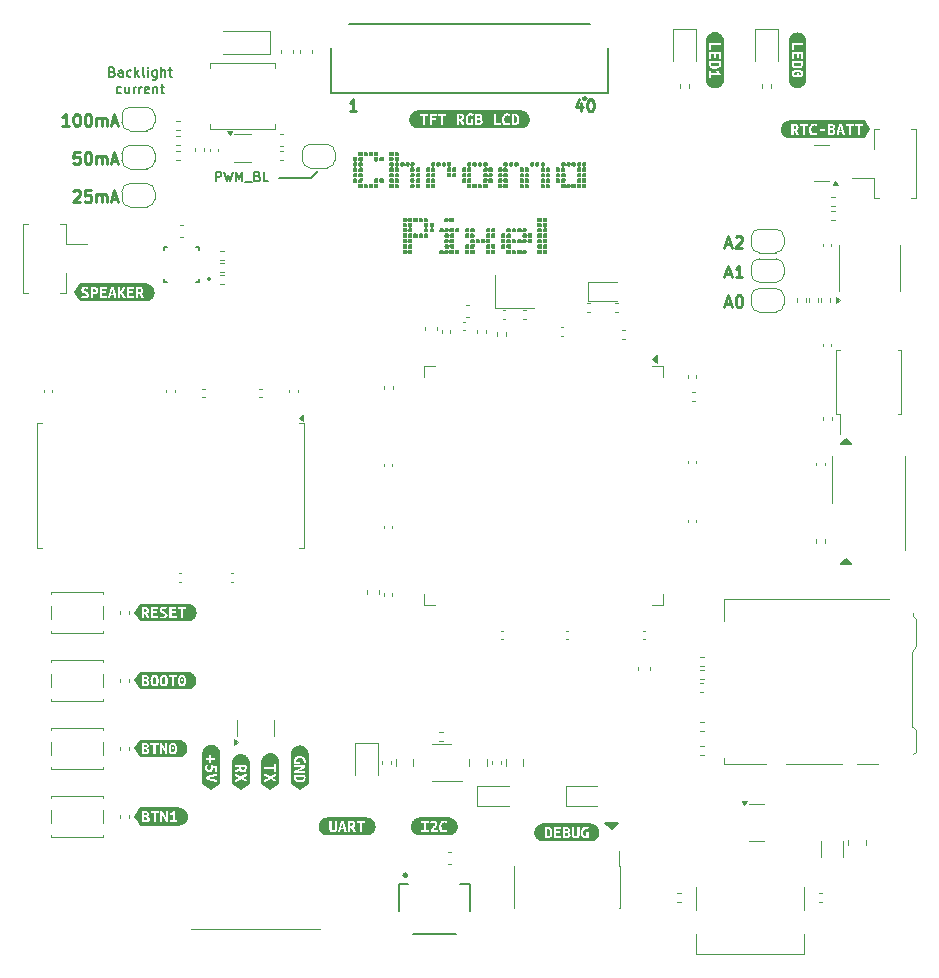
<source format=gbr>
%TF.GenerationSoftware,KiCad,Pcbnew,8.0.1*%
%TF.CreationDate,2024-05-16T14:55:53+07:00*%
%TF.ProjectId,H743_LCD_dev,48373433-5f4c-4434-945f-6465762e6b69,rev?*%
%TF.SameCoordinates,Original*%
%TF.FileFunction,Legend,Top*%
%TF.FilePolarity,Positive*%
%FSLAX46Y46*%
G04 Gerber Fmt 4.6, Leading zero omitted, Abs format (unit mm)*
G04 Created by KiCad (PCBNEW 8.0.1) date 2024-05-16 14:55:53*
%MOMM*%
%LPD*%
G01*
G04 APERTURE LIST*
%ADD10C,0.150000*%
%ADD11C,0.200000*%
%ADD12C,0.250000*%
%ADD13C,0.120000*%
%ADD14C,0.000000*%
%ADD15C,0.127000*%
%ADD16C,0.300000*%
%ADD17C,0.100000*%
G04 APERTURE END LIST*
D10*
X176512800Y-84124800D02*
X175649200Y-84124800D01*
X176081000Y-83693000D01*
X176512800Y-84124800D01*
G36*
X176512800Y-84124800D02*
G01*
X175649200Y-84124800D01*
X176081000Y-83693000D01*
X176512800Y-84124800D01*
G37*
X176512800Y-94335600D02*
X175649200Y-94335600D01*
X176081000Y-93903800D01*
X176512800Y-94335600D01*
G36*
X176512800Y-94335600D02*
G01*
X175649200Y-94335600D01*
X176081000Y-93903800D01*
X176512800Y-94335600D01*
G37*
X130784600Y-61620400D02*
X128041400Y-61620400D01*
X131394200Y-61010800D02*
X130784600Y-61620400D01*
D11*
X122716997Y-61918495D02*
X122716997Y-61118495D01*
X122716997Y-61118495D02*
X123021759Y-61118495D01*
X123021759Y-61118495D02*
X123097949Y-61156590D01*
X123097949Y-61156590D02*
X123136044Y-61194685D01*
X123136044Y-61194685D02*
X123174140Y-61270876D01*
X123174140Y-61270876D02*
X123174140Y-61385161D01*
X123174140Y-61385161D02*
X123136044Y-61461352D01*
X123136044Y-61461352D02*
X123097949Y-61499447D01*
X123097949Y-61499447D02*
X123021759Y-61537542D01*
X123021759Y-61537542D02*
X122716997Y-61537542D01*
X123440806Y-61118495D02*
X123631282Y-61918495D01*
X123631282Y-61918495D02*
X123783663Y-61347066D01*
X123783663Y-61347066D02*
X123936044Y-61918495D01*
X123936044Y-61918495D02*
X124126521Y-61118495D01*
X124431283Y-61918495D02*
X124431283Y-61118495D01*
X124431283Y-61118495D02*
X124697949Y-61689923D01*
X124697949Y-61689923D02*
X124964616Y-61118495D01*
X124964616Y-61118495D02*
X124964616Y-61918495D01*
X125155093Y-61994685D02*
X125764616Y-61994685D01*
X126221759Y-61499447D02*
X126336045Y-61537542D01*
X126336045Y-61537542D02*
X126374140Y-61575638D01*
X126374140Y-61575638D02*
X126412236Y-61651828D01*
X126412236Y-61651828D02*
X126412236Y-61766114D01*
X126412236Y-61766114D02*
X126374140Y-61842304D01*
X126374140Y-61842304D02*
X126336045Y-61880400D01*
X126336045Y-61880400D02*
X126259855Y-61918495D01*
X126259855Y-61918495D02*
X125955093Y-61918495D01*
X125955093Y-61918495D02*
X125955093Y-61118495D01*
X125955093Y-61118495D02*
X126221759Y-61118495D01*
X126221759Y-61118495D02*
X126297950Y-61156590D01*
X126297950Y-61156590D02*
X126336045Y-61194685D01*
X126336045Y-61194685D02*
X126374140Y-61270876D01*
X126374140Y-61270876D02*
X126374140Y-61347066D01*
X126374140Y-61347066D02*
X126336045Y-61423257D01*
X126336045Y-61423257D02*
X126297950Y-61461352D01*
X126297950Y-61461352D02*
X126221759Y-61499447D01*
X126221759Y-61499447D02*
X125955093Y-61499447D01*
X127136045Y-61918495D02*
X126755093Y-61918495D01*
X126755093Y-61918495D02*
X126755093Y-61118495D01*
X114685511Y-54412800D02*
X114609320Y-54450895D01*
X114609320Y-54450895D02*
X114456939Y-54450895D01*
X114456939Y-54450895D02*
X114380749Y-54412800D01*
X114380749Y-54412800D02*
X114342654Y-54374704D01*
X114342654Y-54374704D02*
X114304558Y-54298514D01*
X114304558Y-54298514D02*
X114304558Y-54069942D01*
X114304558Y-54069942D02*
X114342654Y-53993752D01*
X114342654Y-53993752D02*
X114380749Y-53955657D01*
X114380749Y-53955657D02*
X114456939Y-53917561D01*
X114456939Y-53917561D02*
X114609320Y-53917561D01*
X114609320Y-53917561D02*
X114685511Y-53955657D01*
X115371225Y-53917561D02*
X115371225Y-54450895D01*
X115028368Y-53917561D02*
X115028368Y-54336609D01*
X115028368Y-54336609D02*
X115066463Y-54412800D01*
X115066463Y-54412800D02*
X115142653Y-54450895D01*
X115142653Y-54450895D02*
X115256939Y-54450895D01*
X115256939Y-54450895D02*
X115333130Y-54412800D01*
X115333130Y-54412800D02*
X115371225Y-54374704D01*
X115752178Y-54450895D02*
X115752178Y-53917561D01*
X115752178Y-54069942D02*
X115790273Y-53993752D01*
X115790273Y-53993752D02*
X115828368Y-53955657D01*
X115828368Y-53955657D02*
X115904559Y-53917561D01*
X115904559Y-53917561D02*
X115980749Y-53917561D01*
X116247416Y-54450895D02*
X116247416Y-53917561D01*
X116247416Y-54069942D02*
X116285511Y-53993752D01*
X116285511Y-53993752D02*
X116323606Y-53955657D01*
X116323606Y-53955657D02*
X116399797Y-53917561D01*
X116399797Y-53917561D02*
X116475987Y-53917561D01*
X117047416Y-54412800D02*
X116971225Y-54450895D01*
X116971225Y-54450895D02*
X116818844Y-54450895D01*
X116818844Y-54450895D02*
X116742654Y-54412800D01*
X116742654Y-54412800D02*
X116704558Y-54336609D01*
X116704558Y-54336609D02*
X116704558Y-54031847D01*
X116704558Y-54031847D02*
X116742654Y-53955657D01*
X116742654Y-53955657D02*
X116818844Y-53917561D01*
X116818844Y-53917561D02*
X116971225Y-53917561D01*
X116971225Y-53917561D02*
X117047416Y-53955657D01*
X117047416Y-53955657D02*
X117085511Y-54031847D01*
X117085511Y-54031847D02*
X117085511Y-54108038D01*
X117085511Y-54108038D02*
X116704558Y-54184228D01*
X117428368Y-53917561D02*
X117428368Y-54450895D01*
X117428368Y-53993752D02*
X117466463Y-53955657D01*
X117466463Y-53955657D02*
X117542653Y-53917561D01*
X117542653Y-53917561D02*
X117656939Y-53917561D01*
X117656939Y-53917561D02*
X117733130Y-53955657D01*
X117733130Y-53955657D02*
X117771225Y-54031847D01*
X117771225Y-54031847D02*
X117771225Y-54450895D01*
X118037892Y-53917561D02*
X118342654Y-53917561D01*
X118152178Y-53650895D02*
X118152178Y-54336609D01*
X118152178Y-54336609D02*
X118190273Y-54412800D01*
X118190273Y-54412800D02*
X118266463Y-54450895D01*
X118266463Y-54450895D02*
X118342654Y-54450895D01*
D10*
X156235400Y-116763800D02*
X155702000Y-116230400D01*
X156768800Y-116230400D01*
X156235400Y-116763800D01*
G36*
X156235400Y-116763800D02*
G01*
X155702000Y-116230400D01*
X156768800Y-116230400D01*
X156235400Y-116763800D01*
G37*
D12*
X165861349Y-69774154D02*
X166337539Y-69774154D01*
X165766111Y-70059869D02*
X166099444Y-69059869D01*
X166099444Y-69059869D02*
X166432777Y-70059869D01*
X167289920Y-70059869D02*
X166718492Y-70059869D01*
X167004206Y-70059869D02*
X167004206Y-69059869D01*
X167004206Y-69059869D02*
X166908968Y-69202726D01*
X166908968Y-69202726D02*
X166813730Y-69297964D01*
X166813730Y-69297964D02*
X166718492Y-69345583D01*
X153662939Y-55305152D02*
X153662939Y-55971819D01*
X153424844Y-54924200D02*
X153186749Y-55638485D01*
X153186749Y-55638485D02*
X153805796Y-55638485D01*
X154377225Y-54971819D02*
X154472463Y-54971819D01*
X154472463Y-54971819D02*
X154567701Y-55019438D01*
X154567701Y-55019438D02*
X154615320Y-55067057D01*
X154615320Y-55067057D02*
X154662939Y-55162295D01*
X154662939Y-55162295D02*
X154710558Y-55352771D01*
X154710558Y-55352771D02*
X154710558Y-55590866D01*
X154710558Y-55590866D02*
X154662939Y-55781342D01*
X154662939Y-55781342D02*
X154615320Y-55876580D01*
X154615320Y-55876580D02*
X154567701Y-55924200D01*
X154567701Y-55924200D02*
X154472463Y-55971819D01*
X154472463Y-55971819D02*
X154377225Y-55971819D01*
X154377225Y-55971819D02*
X154281987Y-55924200D01*
X154281987Y-55924200D02*
X154234368Y-55876580D01*
X154234368Y-55876580D02*
X154186749Y-55781342D01*
X154186749Y-55781342D02*
X154139130Y-55590866D01*
X154139130Y-55590866D02*
X154139130Y-55352771D01*
X154139130Y-55352771D02*
X154186749Y-55162295D01*
X154186749Y-55162295D02*
X154234368Y-55067057D01*
X154234368Y-55067057D02*
X154281987Y-55019438D01*
X154281987Y-55019438D02*
X154377225Y-54971819D01*
X110273377Y-57214969D02*
X109701949Y-57214969D01*
X109987663Y-57214969D02*
X109987663Y-56214969D01*
X109987663Y-56214969D02*
X109892425Y-56357826D01*
X109892425Y-56357826D02*
X109797187Y-56453064D01*
X109797187Y-56453064D02*
X109701949Y-56500683D01*
X110892425Y-56214969D02*
X110987663Y-56214969D01*
X110987663Y-56214969D02*
X111082901Y-56262588D01*
X111082901Y-56262588D02*
X111130520Y-56310207D01*
X111130520Y-56310207D02*
X111178139Y-56405445D01*
X111178139Y-56405445D02*
X111225758Y-56595921D01*
X111225758Y-56595921D02*
X111225758Y-56834016D01*
X111225758Y-56834016D02*
X111178139Y-57024492D01*
X111178139Y-57024492D02*
X111130520Y-57119730D01*
X111130520Y-57119730D02*
X111082901Y-57167350D01*
X111082901Y-57167350D02*
X110987663Y-57214969D01*
X110987663Y-57214969D02*
X110892425Y-57214969D01*
X110892425Y-57214969D02*
X110797187Y-57167350D01*
X110797187Y-57167350D02*
X110749568Y-57119730D01*
X110749568Y-57119730D02*
X110701949Y-57024492D01*
X110701949Y-57024492D02*
X110654330Y-56834016D01*
X110654330Y-56834016D02*
X110654330Y-56595921D01*
X110654330Y-56595921D02*
X110701949Y-56405445D01*
X110701949Y-56405445D02*
X110749568Y-56310207D01*
X110749568Y-56310207D02*
X110797187Y-56262588D01*
X110797187Y-56262588D02*
X110892425Y-56214969D01*
X111844806Y-56214969D02*
X111940044Y-56214969D01*
X111940044Y-56214969D02*
X112035282Y-56262588D01*
X112035282Y-56262588D02*
X112082901Y-56310207D01*
X112082901Y-56310207D02*
X112130520Y-56405445D01*
X112130520Y-56405445D02*
X112178139Y-56595921D01*
X112178139Y-56595921D02*
X112178139Y-56834016D01*
X112178139Y-56834016D02*
X112130520Y-57024492D01*
X112130520Y-57024492D02*
X112082901Y-57119730D01*
X112082901Y-57119730D02*
X112035282Y-57167350D01*
X112035282Y-57167350D02*
X111940044Y-57214969D01*
X111940044Y-57214969D02*
X111844806Y-57214969D01*
X111844806Y-57214969D02*
X111749568Y-57167350D01*
X111749568Y-57167350D02*
X111701949Y-57119730D01*
X111701949Y-57119730D02*
X111654330Y-57024492D01*
X111654330Y-57024492D02*
X111606711Y-56834016D01*
X111606711Y-56834016D02*
X111606711Y-56595921D01*
X111606711Y-56595921D02*
X111654330Y-56405445D01*
X111654330Y-56405445D02*
X111701949Y-56310207D01*
X111701949Y-56310207D02*
X111749568Y-56262588D01*
X111749568Y-56262588D02*
X111844806Y-56214969D01*
X112606711Y-57214969D02*
X112606711Y-56548302D01*
X112606711Y-56643540D02*
X112654330Y-56595921D01*
X112654330Y-56595921D02*
X112749568Y-56548302D01*
X112749568Y-56548302D02*
X112892425Y-56548302D01*
X112892425Y-56548302D02*
X112987663Y-56595921D01*
X112987663Y-56595921D02*
X113035282Y-56691159D01*
X113035282Y-56691159D02*
X113035282Y-57214969D01*
X113035282Y-56691159D02*
X113082901Y-56595921D01*
X113082901Y-56595921D02*
X113178139Y-56548302D01*
X113178139Y-56548302D02*
X113320996Y-56548302D01*
X113320996Y-56548302D02*
X113416235Y-56595921D01*
X113416235Y-56595921D02*
X113463854Y-56691159D01*
X113463854Y-56691159D02*
X113463854Y-57214969D01*
X113892425Y-56929254D02*
X114368615Y-56929254D01*
X113797187Y-57214969D02*
X114130520Y-56214969D01*
X114130520Y-56214969D02*
X114463853Y-57214969D01*
D11*
X113961700Y-52634847D02*
X114075986Y-52672942D01*
X114075986Y-52672942D02*
X114114081Y-52711038D01*
X114114081Y-52711038D02*
X114152177Y-52787228D01*
X114152177Y-52787228D02*
X114152177Y-52901514D01*
X114152177Y-52901514D02*
X114114081Y-52977704D01*
X114114081Y-52977704D02*
X114075986Y-53015800D01*
X114075986Y-53015800D02*
X113999796Y-53053895D01*
X113999796Y-53053895D02*
X113695034Y-53053895D01*
X113695034Y-53053895D02*
X113695034Y-52253895D01*
X113695034Y-52253895D02*
X113961700Y-52253895D01*
X113961700Y-52253895D02*
X114037891Y-52291990D01*
X114037891Y-52291990D02*
X114075986Y-52330085D01*
X114075986Y-52330085D02*
X114114081Y-52406276D01*
X114114081Y-52406276D02*
X114114081Y-52482466D01*
X114114081Y-52482466D02*
X114075986Y-52558657D01*
X114075986Y-52558657D02*
X114037891Y-52596752D01*
X114037891Y-52596752D02*
X113961700Y-52634847D01*
X113961700Y-52634847D02*
X113695034Y-52634847D01*
X114837891Y-53053895D02*
X114837891Y-52634847D01*
X114837891Y-52634847D02*
X114799796Y-52558657D01*
X114799796Y-52558657D02*
X114723605Y-52520561D01*
X114723605Y-52520561D02*
X114571224Y-52520561D01*
X114571224Y-52520561D02*
X114495034Y-52558657D01*
X114837891Y-53015800D02*
X114761700Y-53053895D01*
X114761700Y-53053895D02*
X114571224Y-53053895D01*
X114571224Y-53053895D02*
X114495034Y-53015800D01*
X114495034Y-53015800D02*
X114456938Y-52939609D01*
X114456938Y-52939609D02*
X114456938Y-52863419D01*
X114456938Y-52863419D02*
X114495034Y-52787228D01*
X114495034Y-52787228D02*
X114571224Y-52749133D01*
X114571224Y-52749133D02*
X114761700Y-52749133D01*
X114761700Y-52749133D02*
X114837891Y-52711038D01*
X115561701Y-53015800D02*
X115485510Y-53053895D01*
X115485510Y-53053895D02*
X115333129Y-53053895D01*
X115333129Y-53053895D02*
X115256939Y-53015800D01*
X115256939Y-53015800D02*
X115218844Y-52977704D01*
X115218844Y-52977704D02*
X115180748Y-52901514D01*
X115180748Y-52901514D02*
X115180748Y-52672942D01*
X115180748Y-52672942D02*
X115218844Y-52596752D01*
X115218844Y-52596752D02*
X115256939Y-52558657D01*
X115256939Y-52558657D02*
X115333129Y-52520561D01*
X115333129Y-52520561D02*
X115485510Y-52520561D01*
X115485510Y-52520561D02*
X115561701Y-52558657D01*
X115904558Y-53053895D02*
X115904558Y-52253895D01*
X115980748Y-52749133D02*
X116209320Y-53053895D01*
X116209320Y-52520561D02*
X115904558Y-52825323D01*
X116666462Y-53053895D02*
X116590272Y-53015800D01*
X116590272Y-53015800D02*
X116552177Y-52939609D01*
X116552177Y-52939609D02*
X116552177Y-52253895D01*
X116971225Y-53053895D02*
X116971225Y-52520561D01*
X116971225Y-52253895D02*
X116933129Y-52291990D01*
X116933129Y-52291990D02*
X116971225Y-52330085D01*
X116971225Y-52330085D02*
X117009320Y-52291990D01*
X117009320Y-52291990D02*
X116971225Y-52253895D01*
X116971225Y-52253895D02*
X116971225Y-52330085D01*
X117695034Y-52520561D02*
X117695034Y-53168180D01*
X117695034Y-53168180D02*
X117656939Y-53244371D01*
X117656939Y-53244371D02*
X117618843Y-53282466D01*
X117618843Y-53282466D02*
X117542653Y-53320561D01*
X117542653Y-53320561D02*
X117428367Y-53320561D01*
X117428367Y-53320561D02*
X117352177Y-53282466D01*
X117695034Y-53015800D02*
X117618843Y-53053895D01*
X117618843Y-53053895D02*
X117466462Y-53053895D01*
X117466462Y-53053895D02*
X117390272Y-53015800D01*
X117390272Y-53015800D02*
X117352177Y-52977704D01*
X117352177Y-52977704D02*
X117314081Y-52901514D01*
X117314081Y-52901514D02*
X117314081Y-52672942D01*
X117314081Y-52672942D02*
X117352177Y-52596752D01*
X117352177Y-52596752D02*
X117390272Y-52558657D01*
X117390272Y-52558657D02*
X117466462Y-52520561D01*
X117466462Y-52520561D02*
X117618843Y-52520561D01*
X117618843Y-52520561D02*
X117695034Y-52558657D01*
X118075987Y-53053895D02*
X118075987Y-52253895D01*
X118418844Y-53053895D02*
X118418844Y-52634847D01*
X118418844Y-52634847D02*
X118380749Y-52558657D01*
X118380749Y-52558657D02*
X118304558Y-52520561D01*
X118304558Y-52520561D02*
X118190272Y-52520561D01*
X118190272Y-52520561D02*
X118114082Y-52558657D01*
X118114082Y-52558657D02*
X118075987Y-52596752D01*
X118685511Y-52520561D02*
X118990273Y-52520561D01*
X118799797Y-52253895D02*
X118799797Y-52939609D01*
X118799797Y-52939609D02*
X118837892Y-53015800D01*
X118837892Y-53015800D02*
X118914082Y-53053895D01*
X118914082Y-53053895D02*
X118990273Y-53053895D01*
D12*
X165861349Y-67259554D02*
X166337539Y-67259554D01*
X165766111Y-67545269D02*
X166099444Y-66545269D01*
X166099444Y-66545269D02*
X166432777Y-67545269D01*
X166718492Y-66640507D02*
X166766111Y-66592888D01*
X166766111Y-66592888D02*
X166861349Y-66545269D01*
X166861349Y-66545269D02*
X167099444Y-66545269D01*
X167099444Y-66545269D02*
X167194682Y-66592888D01*
X167194682Y-66592888D02*
X167242301Y-66640507D01*
X167242301Y-66640507D02*
X167289920Y-66735745D01*
X167289920Y-66735745D02*
X167289920Y-66830983D01*
X167289920Y-66830983D02*
X167242301Y-66973840D01*
X167242301Y-66973840D02*
X166670873Y-67545269D01*
X166670873Y-67545269D02*
X167289920Y-67545269D01*
X165861349Y-72288754D02*
X166337539Y-72288754D01*
X165766111Y-72574469D02*
X166099444Y-71574469D01*
X166099444Y-71574469D02*
X166432777Y-72574469D01*
X166956587Y-71574469D02*
X167051825Y-71574469D01*
X167051825Y-71574469D02*
X167147063Y-71622088D01*
X167147063Y-71622088D02*
X167194682Y-71669707D01*
X167194682Y-71669707D02*
X167242301Y-71764945D01*
X167242301Y-71764945D02*
X167289920Y-71955421D01*
X167289920Y-71955421D02*
X167289920Y-72193516D01*
X167289920Y-72193516D02*
X167242301Y-72383992D01*
X167242301Y-72383992D02*
X167194682Y-72479230D01*
X167194682Y-72479230D02*
X167147063Y-72526850D01*
X167147063Y-72526850D02*
X167051825Y-72574469D01*
X167051825Y-72574469D02*
X166956587Y-72574469D01*
X166956587Y-72574469D02*
X166861349Y-72526850D01*
X166861349Y-72526850D02*
X166813730Y-72479230D01*
X166813730Y-72479230D02*
X166766111Y-72383992D01*
X166766111Y-72383992D02*
X166718492Y-72193516D01*
X166718492Y-72193516D02*
X166718492Y-71955421D01*
X166718492Y-71955421D02*
X166766111Y-71764945D01*
X166766111Y-71764945D02*
X166813730Y-71669707D01*
X166813730Y-71669707D02*
X166861349Y-71622088D01*
X166861349Y-71622088D02*
X166956587Y-71574469D01*
X134622487Y-55971819D02*
X134051059Y-55971819D01*
X134336773Y-55971819D02*
X134336773Y-54971819D01*
X134336773Y-54971819D02*
X134241535Y-55114676D01*
X134241535Y-55114676D02*
X134146297Y-55209914D01*
X134146297Y-55209914D02*
X134051059Y-55257533D01*
X111178139Y-59449719D02*
X110701949Y-59449719D01*
X110701949Y-59449719D02*
X110654330Y-59925909D01*
X110654330Y-59925909D02*
X110701949Y-59878290D01*
X110701949Y-59878290D02*
X110797187Y-59830671D01*
X110797187Y-59830671D02*
X111035282Y-59830671D01*
X111035282Y-59830671D02*
X111130520Y-59878290D01*
X111130520Y-59878290D02*
X111178139Y-59925909D01*
X111178139Y-59925909D02*
X111225758Y-60021147D01*
X111225758Y-60021147D02*
X111225758Y-60259242D01*
X111225758Y-60259242D02*
X111178139Y-60354480D01*
X111178139Y-60354480D02*
X111130520Y-60402100D01*
X111130520Y-60402100D02*
X111035282Y-60449719D01*
X111035282Y-60449719D02*
X110797187Y-60449719D01*
X110797187Y-60449719D02*
X110701949Y-60402100D01*
X110701949Y-60402100D02*
X110654330Y-60354480D01*
X111844806Y-59449719D02*
X111940044Y-59449719D01*
X111940044Y-59449719D02*
X112035282Y-59497338D01*
X112035282Y-59497338D02*
X112082901Y-59544957D01*
X112082901Y-59544957D02*
X112130520Y-59640195D01*
X112130520Y-59640195D02*
X112178139Y-59830671D01*
X112178139Y-59830671D02*
X112178139Y-60068766D01*
X112178139Y-60068766D02*
X112130520Y-60259242D01*
X112130520Y-60259242D02*
X112082901Y-60354480D01*
X112082901Y-60354480D02*
X112035282Y-60402100D01*
X112035282Y-60402100D02*
X111940044Y-60449719D01*
X111940044Y-60449719D02*
X111844806Y-60449719D01*
X111844806Y-60449719D02*
X111749568Y-60402100D01*
X111749568Y-60402100D02*
X111701949Y-60354480D01*
X111701949Y-60354480D02*
X111654330Y-60259242D01*
X111654330Y-60259242D02*
X111606711Y-60068766D01*
X111606711Y-60068766D02*
X111606711Y-59830671D01*
X111606711Y-59830671D02*
X111654330Y-59640195D01*
X111654330Y-59640195D02*
X111701949Y-59544957D01*
X111701949Y-59544957D02*
X111749568Y-59497338D01*
X111749568Y-59497338D02*
X111844806Y-59449719D01*
X112606711Y-60449719D02*
X112606711Y-59783052D01*
X112606711Y-59878290D02*
X112654330Y-59830671D01*
X112654330Y-59830671D02*
X112749568Y-59783052D01*
X112749568Y-59783052D02*
X112892425Y-59783052D01*
X112892425Y-59783052D02*
X112987663Y-59830671D01*
X112987663Y-59830671D02*
X113035282Y-59925909D01*
X113035282Y-59925909D02*
X113035282Y-60449719D01*
X113035282Y-59925909D02*
X113082901Y-59830671D01*
X113082901Y-59830671D02*
X113178139Y-59783052D01*
X113178139Y-59783052D02*
X113320996Y-59783052D01*
X113320996Y-59783052D02*
X113416235Y-59830671D01*
X113416235Y-59830671D02*
X113463854Y-59925909D01*
X113463854Y-59925909D02*
X113463854Y-60449719D01*
X113892425Y-60164004D02*
X114368615Y-60164004D01*
X113797187Y-60449719D02*
X114130520Y-59449719D01*
X114130520Y-59449719D02*
X114463853Y-60449719D01*
X110654330Y-62779707D02*
X110701949Y-62732088D01*
X110701949Y-62732088D02*
X110797187Y-62684469D01*
X110797187Y-62684469D02*
X111035282Y-62684469D01*
X111035282Y-62684469D02*
X111130520Y-62732088D01*
X111130520Y-62732088D02*
X111178139Y-62779707D01*
X111178139Y-62779707D02*
X111225758Y-62874945D01*
X111225758Y-62874945D02*
X111225758Y-62970183D01*
X111225758Y-62970183D02*
X111178139Y-63113040D01*
X111178139Y-63113040D02*
X110606711Y-63684469D01*
X110606711Y-63684469D02*
X111225758Y-63684469D01*
X112130520Y-62684469D02*
X111654330Y-62684469D01*
X111654330Y-62684469D02*
X111606711Y-63160659D01*
X111606711Y-63160659D02*
X111654330Y-63113040D01*
X111654330Y-63113040D02*
X111749568Y-63065421D01*
X111749568Y-63065421D02*
X111987663Y-63065421D01*
X111987663Y-63065421D02*
X112082901Y-63113040D01*
X112082901Y-63113040D02*
X112130520Y-63160659D01*
X112130520Y-63160659D02*
X112178139Y-63255897D01*
X112178139Y-63255897D02*
X112178139Y-63493992D01*
X112178139Y-63493992D02*
X112130520Y-63589230D01*
X112130520Y-63589230D02*
X112082901Y-63636850D01*
X112082901Y-63636850D02*
X111987663Y-63684469D01*
X111987663Y-63684469D02*
X111749568Y-63684469D01*
X111749568Y-63684469D02*
X111654330Y-63636850D01*
X111654330Y-63636850D02*
X111606711Y-63589230D01*
X112606711Y-63684469D02*
X112606711Y-63017802D01*
X112606711Y-63113040D02*
X112654330Y-63065421D01*
X112654330Y-63065421D02*
X112749568Y-63017802D01*
X112749568Y-63017802D02*
X112892425Y-63017802D01*
X112892425Y-63017802D02*
X112987663Y-63065421D01*
X112987663Y-63065421D02*
X113035282Y-63160659D01*
X113035282Y-63160659D02*
X113035282Y-63684469D01*
X113035282Y-63160659D02*
X113082901Y-63065421D01*
X113082901Y-63065421D02*
X113178139Y-63017802D01*
X113178139Y-63017802D02*
X113320996Y-63017802D01*
X113320996Y-63017802D02*
X113416235Y-63065421D01*
X113416235Y-63065421D02*
X113463854Y-63160659D01*
X113463854Y-63160659D02*
X113463854Y-63684469D01*
X113892425Y-63398754D02*
X114368615Y-63398754D01*
X113797187Y-63684469D02*
X114130520Y-62684469D01*
X114130520Y-62684469D02*
X114463853Y-63684469D01*
D13*
%TO.C,D7*%
X174015400Y-61926150D02*
X174665400Y-61926150D01*
X174015400Y-61926150D02*
X173365400Y-61926150D01*
X174015400Y-58806150D02*
X174665400Y-58806150D01*
X174015400Y-58806150D02*
X173365400Y-58806150D01*
X175417900Y-62206150D02*
X174937900Y-62206150D01*
X175177900Y-61876150D01*
X175417900Y-62206150D01*
G36*
X175417900Y-62206150D02*
G01*
X174937900Y-62206150D01*
X175177900Y-61876150D01*
X175417900Y-62206150D01*
G37*
D14*
%TO.C,G\u002A\u002A\u002A*%
G36*
X138874200Y-67701763D02*
G01*
X138932115Y-67752700D01*
X138943163Y-67871863D01*
X138931447Y-67992893D01*
X138872021Y-68042535D01*
X138732997Y-68052005D01*
X138591795Y-68041963D01*
X138533880Y-67991026D01*
X138522832Y-67871863D01*
X138534548Y-67750833D01*
X138593974Y-67701191D01*
X138732997Y-67691721D01*
X138874200Y-67701763D01*
G37*
G36*
X139310946Y-67706600D02*
G01*
X139357975Y-67776785D01*
X139363494Y-67871863D01*
X139348615Y-67999457D01*
X139278430Y-68046486D01*
X139183352Y-68052005D01*
X139055758Y-68037126D01*
X139008729Y-67966941D01*
X139003210Y-67871863D01*
X139018089Y-67744268D01*
X139088274Y-67697240D01*
X139183352Y-67691721D01*
X139310946Y-67706600D01*
G37*
G36*
X141953027Y-67706600D02*
G01*
X142000056Y-67776785D01*
X142005574Y-67871863D01*
X141990695Y-67999457D01*
X141920511Y-68046486D01*
X141825432Y-68052005D01*
X141697838Y-68037126D01*
X141650809Y-67966941D01*
X141645291Y-67871863D01*
X141660170Y-67744268D01*
X141730354Y-67697240D01*
X141825432Y-67691721D01*
X141953027Y-67706600D01*
G37*
G36*
X142373358Y-67706600D02*
G01*
X142420387Y-67776785D01*
X142425905Y-67871863D01*
X142411026Y-67999457D01*
X142340842Y-68046486D01*
X142245763Y-68052005D01*
X142118169Y-68037126D01*
X142071140Y-67966941D01*
X142065622Y-67871863D01*
X142080501Y-67744268D01*
X142150685Y-67697240D01*
X142245763Y-67691721D01*
X142373358Y-67706600D01*
G37*
G36*
X142837320Y-67701763D02*
G01*
X142895235Y-67752700D01*
X142906284Y-67871863D01*
X142894568Y-67992893D01*
X142835142Y-68042535D01*
X142696118Y-68052005D01*
X142554916Y-68041963D01*
X142497001Y-67991026D01*
X142485953Y-67871863D01*
X142497668Y-67750833D01*
X142557094Y-67701191D01*
X142696118Y-67691721D01*
X142837320Y-67701763D01*
G37*
G36*
X143274067Y-67706600D02*
G01*
X143321096Y-67776785D01*
X143326614Y-67871863D01*
X143311736Y-67999457D01*
X143241551Y-68046486D01*
X143146473Y-68052005D01*
X143018878Y-68037126D01*
X142971849Y-67966941D01*
X142966331Y-67871863D01*
X142981210Y-67744268D01*
X143051395Y-67697240D01*
X143146473Y-67691721D01*
X143274067Y-67706600D01*
G37*
G36*
X144114729Y-67706600D02*
G01*
X144161758Y-67776785D01*
X144167276Y-67871863D01*
X144152397Y-67999457D01*
X144082213Y-68046486D01*
X143987135Y-68052005D01*
X143859540Y-68037126D01*
X143812511Y-67966941D01*
X143806993Y-67871863D01*
X143821872Y-67744268D01*
X143892056Y-67697240D01*
X143987135Y-67691721D01*
X144114729Y-67706600D01*
G37*
G36*
X144578691Y-67701763D02*
G01*
X144636606Y-67752700D01*
X144647655Y-67871863D01*
X144635939Y-67992893D01*
X144576513Y-68042535D01*
X144437489Y-68052005D01*
X144296287Y-68041963D01*
X144238372Y-67991026D01*
X144227324Y-67871863D01*
X144239040Y-67750833D01*
X144298465Y-67701191D01*
X144437489Y-67691721D01*
X144578691Y-67701763D01*
G37*
G36*
X145916147Y-67706600D02*
G01*
X145963176Y-67776785D01*
X145968695Y-67871863D01*
X145953816Y-67999457D01*
X145883631Y-68046486D01*
X145788553Y-68052005D01*
X145660959Y-68037126D01*
X145613930Y-67966941D01*
X145608411Y-67871863D01*
X145623290Y-67744268D01*
X145693475Y-67697240D01*
X145788553Y-67691721D01*
X145916147Y-67706600D01*
G37*
G36*
X146336478Y-67706600D02*
G01*
X146383507Y-67776785D01*
X146389026Y-67871863D01*
X146374147Y-67999457D01*
X146303962Y-68046486D01*
X146208884Y-68052005D01*
X146081290Y-68037126D01*
X146034261Y-67966941D01*
X146028742Y-67871863D01*
X146043621Y-67744268D01*
X146113806Y-67697240D01*
X146208884Y-67691721D01*
X146336478Y-67706600D01*
G37*
G36*
X147641103Y-67701763D02*
G01*
X147699018Y-67752700D01*
X147710066Y-67871863D01*
X147698350Y-67992893D01*
X147638924Y-68042535D01*
X147499901Y-68052005D01*
X147358698Y-68041963D01*
X147300783Y-67991026D01*
X147289735Y-67871863D01*
X147301451Y-67750833D01*
X147360877Y-67701191D01*
X147499901Y-67691721D01*
X147641103Y-67701763D01*
G37*
G36*
X148077850Y-67706600D02*
G01*
X148124878Y-67776785D01*
X148130397Y-67871863D01*
X148115518Y-67999457D01*
X148045333Y-68046486D01*
X147950255Y-68052005D01*
X147822661Y-68037126D01*
X147775632Y-67966941D01*
X147770113Y-67871863D01*
X147784992Y-67744268D01*
X147855177Y-67697240D01*
X147950255Y-67691721D01*
X148077850Y-67706600D01*
G37*
G36*
X148541812Y-67701763D02*
G01*
X148599727Y-67752700D01*
X148610775Y-67871863D01*
X148599059Y-67992893D01*
X148539634Y-68042535D01*
X148400610Y-68052005D01*
X148259408Y-68041963D01*
X148201492Y-67991026D01*
X148190444Y-67871863D01*
X148202160Y-67750833D01*
X148261586Y-67701191D01*
X148400610Y-67691721D01*
X148541812Y-67701763D01*
G37*
G36*
X148978559Y-67706600D02*
G01*
X149025588Y-67776785D01*
X149031106Y-67871863D01*
X149016227Y-67999457D01*
X148946042Y-68046486D01*
X148850964Y-68052005D01*
X148723370Y-68037126D01*
X148676341Y-67966941D01*
X148670823Y-67871863D01*
X148685701Y-67744268D01*
X148755886Y-67697240D01*
X148850964Y-67691721D01*
X148978559Y-67706600D01*
G37*
G36*
X150283183Y-67701763D02*
G01*
X150341098Y-67752700D01*
X150352146Y-67871863D01*
X150340431Y-67992893D01*
X150281005Y-68042535D01*
X150141981Y-68052005D01*
X150000779Y-68041963D01*
X149942864Y-67991026D01*
X149931815Y-67871863D01*
X149943531Y-67750833D01*
X150002957Y-67701191D01*
X150141981Y-67691721D01*
X150283183Y-67701763D01*
G37*
G36*
X150719930Y-67706600D02*
G01*
X150766959Y-67776785D01*
X150772477Y-67871863D01*
X150757598Y-67999457D01*
X150687414Y-68046486D01*
X150592336Y-68052005D01*
X150464741Y-68037126D01*
X150417712Y-67966941D01*
X150412194Y-67871863D01*
X150427073Y-67744268D01*
X150497257Y-67697240D01*
X150592336Y-67691721D01*
X150719930Y-67706600D01*
G37*
G36*
X138878376Y-67219295D02*
G01*
X138933121Y-67265266D01*
X138934207Y-67382422D01*
X138931956Y-67406496D01*
X138899419Y-67547974D01*
X138818972Y-67608600D01*
X138760774Y-67619419D01*
X138629609Y-67617817D01*
X138565620Y-67594399D01*
X138534226Y-67508168D01*
X138522832Y-67381477D01*
X138535302Y-67267717D01*
X138596661Y-67220529D01*
X138736802Y-67211343D01*
X138878376Y-67219295D01*
G37*
G36*
X139304382Y-67223059D02*
G01*
X139354024Y-67282484D01*
X139363494Y-67421508D01*
X139353452Y-67562710D01*
X139302515Y-67620626D01*
X139183352Y-67631674D01*
X139062322Y-67619958D01*
X139012680Y-67560532D01*
X139003210Y-67421508D01*
X139013252Y-67280306D01*
X139064189Y-67222391D01*
X139183352Y-67211343D01*
X139304382Y-67223059D01*
G37*
G36*
X142366794Y-67223059D02*
G01*
X142416435Y-67282484D01*
X142425905Y-67421508D01*
X142415863Y-67562710D01*
X142364927Y-67620626D01*
X142245763Y-67631674D01*
X142124733Y-67619958D01*
X142075091Y-67560532D01*
X142065622Y-67421508D01*
X142075664Y-67280306D01*
X142126600Y-67222391D01*
X142245763Y-67211343D01*
X142366794Y-67223059D01*
G37*
G36*
X142898980Y-67262395D02*
G01*
X142896531Y-67390303D01*
X142895383Y-67402385D01*
X142864889Y-67544039D01*
X142788448Y-67605878D01*
X142710788Y-67620683D01*
X142563881Y-67604645D01*
X142510556Y-67549132D01*
X142487633Y-67377653D01*
X142568362Y-67265531D01*
X142715733Y-67222243D01*
X142849926Y-67217618D01*
X142898980Y-67262395D01*
G37*
G36*
X144108165Y-67223059D02*
G01*
X144157807Y-67282484D01*
X144167276Y-67421508D01*
X144157234Y-67562710D01*
X144106298Y-67620626D01*
X143987135Y-67631674D01*
X143866104Y-67619958D01*
X143816463Y-67560532D01*
X143806993Y-67421508D01*
X143817035Y-67280306D01*
X143867971Y-67222391D01*
X143987135Y-67211343D01*
X144108165Y-67223059D01*
G37*
G36*
X144582867Y-67219295D02*
G01*
X144637613Y-67265266D01*
X144638699Y-67382422D01*
X144636447Y-67406496D01*
X144603911Y-67547974D01*
X144523464Y-67608600D01*
X144465266Y-67619419D01*
X144334100Y-67617817D01*
X144270112Y-67594399D01*
X144238717Y-67508168D01*
X144227324Y-67381477D01*
X144239793Y-67267717D01*
X144301153Y-67220529D01*
X144441294Y-67211343D01*
X144582867Y-67219295D01*
G37*
G36*
X145909583Y-67223059D02*
G01*
X145959225Y-67282484D01*
X145968695Y-67421508D01*
X145958653Y-67562710D01*
X145907716Y-67620626D01*
X145788553Y-67631674D01*
X145667523Y-67619958D01*
X145617881Y-67560532D01*
X145608411Y-67421508D01*
X145618453Y-67280306D01*
X145669390Y-67222391D01*
X145788553Y-67211343D01*
X145909583Y-67223059D01*
G37*
G36*
X146329914Y-67223059D02*
G01*
X146379556Y-67282484D01*
X146389026Y-67421508D01*
X146377243Y-67564226D01*
X146326507Y-67622524D01*
X146248916Y-67631674D01*
X146122810Y-67616152D01*
X146068774Y-67591642D01*
X146039441Y-67507654D01*
X146028742Y-67381477D01*
X146044854Y-67260711D01*
X146118426Y-67216259D01*
X146208884Y-67211343D01*
X146329914Y-67223059D01*
G37*
G36*
X147170576Y-67223059D02*
G01*
X147220218Y-67282484D01*
X147229688Y-67421508D01*
X147219646Y-67562710D01*
X147168709Y-67620626D01*
X147049546Y-67631674D01*
X146928516Y-67619958D01*
X146878874Y-67560532D01*
X146869404Y-67421508D01*
X146879446Y-67280306D01*
X146930383Y-67222391D01*
X147049546Y-67211343D01*
X147170576Y-67223059D01*
G37*
G36*
X147702762Y-67262395D02*
G01*
X147700314Y-67390303D01*
X147699165Y-67402385D01*
X147668671Y-67544039D01*
X147592230Y-67605878D01*
X147514571Y-67620683D01*
X147367663Y-67604645D01*
X147314339Y-67549132D01*
X147291416Y-67377653D01*
X147372144Y-67265531D01*
X147519515Y-67222243D01*
X147653708Y-67217618D01*
X147702762Y-67262395D01*
G37*
G36*
X150287359Y-67219295D02*
G01*
X150342105Y-67265266D01*
X150343191Y-67382422D01*
X150340939Y-67406496D01*
X150308403Y-67547974D01*
X150227956Y-67608600D01*
X150169757Y-67619419D01*
X150038592Y-67617817D01*
X149974604Y-67594399D01*
X149943209Y-67508168D01*
X149931815Y-67381477D01*
X149944285Y-67267717D01*
X150005645Y-67220529D01*
X150145785Y-67211343D01*
X150287359Y-67219295D01*
G37*
G36*
X150713366Y-67223059D02*
G01*
X150763008Y-67282484D01*
X150772477Y-67421508D01*
X150762435Y-67562710D01*
X150711499Y-67620626D01*
X150592336Y-67631674D01*
X150471305Y-67619958D01*
X150421664Y-67560532D01*
X150412194Y-67421508D01*
X150422236Y-67280306D01*
X150473172Y-67222391D01*
X150592336Y-67211343D01*
X150713366Y-67223059D01*
G37*
G36*
X138874200Y-66801054D02*
G01*
X138932115Y-66851990D01*
X138943163Y-66971154D01*
X138931447Y-67092184D01*
X138872021Y-67141826D01*
X138732997Y-67151296D01*
X138591795Y-67141253D01*
X138533880Y-67090317D01*
X138522832Y-66971154D01*
X138534548Y-66850123D01*
X138593974Y-66800482D01*
X138732997Y-66791012D01*
X138874200Y-66801054D01*
G37*
G36*
X139310946Y-66805891D02*
G01*
X139357975Y-66876076D01*
X139363494Y-66971154D01*
X139348615Y-67098748D01*
X139278430Y-67145777D01*
X139183352Y-67151296D01*
X139055758Y-67136417D01*
X139008729Y-67066232D01*
X139003210Y-66971154D01*
X139018089Y-66843559D01*
X139088274Y-66796531D01*
X139183352Y-66791012D01*
X139310946Y-66805891D01*
G37*
G36*
X142373358Y-66805891D02*
G01*
X142420387Y-66876076D01*
X142425905Y-66971154D01*
X142411026Y-67098748D01*
X142340842Y-67145777D01*
X142245763Y-67151296D01*
X142118169Y-67136417D01*
X142071140Y-67066232D01*
X142065622Y-66971154D01*
X142080501Y-66843559D01*
X142150685Y-66796531D01*
X142245763Y-66791012D01*
X142373358Y-66805891D01*
G37*
G36*
X142837320Y-66801054D02*
G01*
X142895235Y-66851990D01*
X142906284Y-66971154D01*
X142894568Y-67092184D01*
X142835142Y-67141826D01*
X142696118Y-67151296D01*
X142554916Y-67141253D01*
X142497001Y-67090317D01*
X142485953Y-66971154D01*
X142497668Y-66850123D01*
X142557094Y-66800482D01*
X142696118Y-66791012D01*
X142837320Y-66801054D01*
G37*
G36*
X144578691Y-66801054D02*
G01*
X144636606Y-66851990D01*
X144647655Y-66971154D01*
X144635939Y-67092184D01*
X144576513Y-67141826D01*
X144437489Y-67151296D01*
X144296287Y-67141253D01*
X144238372Y-67090317D01*
X144227324Y-66971154D01*
X144239040Y-66850123D01*
X144298465Y-66800482D01*
X144437489Y-66791012D01*
X144578691Y-66801054D01*
G37*
G36*
X145015438Y-66805891D02*
G01*
X145062467Y-66876076D01*
X145067986Y-66971154D01*
X145053107Y-67098748D01*
X144982922Y-67145777D01*
X144887844Y-67151296D01*
X144760249Y-67136417D01*
X144713221Y-67066232D01*
X144707702Y-66971154D01*
X144722581Y-66843559D01*
X144792766Y-66796531D01*
X144887844Y-66791012D01*
X145015438Y-66805891D01*
G37*
G36*
X145479401Y-66801054D02*
G01*
X145537316Y-66851990D01*
X145548364Y-66971154D01*
X145536648Y-67092184D01*
X145477222Y-67141826D01*
X145338198Y-67151296D01*
X145196996Y-67141253D01*
X145139081Y-67090317D01*
X145128033Y-66971154D01*
X145139749Y-66850123D01*
X145199174Y-66800482D01*
X145338198Y-66791012D01*
X145479401Y-66801054D01*
G37*
G36*
X145916147Y-66805891D02*
G01*
X145963176Y-66876076D01*
X145968695Y-66971154D01*
X145953816Y-67098748D01*
X145883631Y-67145777D01*
X145788553Y-67151296D01*
X145660959Y-67136417D01*
X145613930Y-67066232D01*
X145608411Y-66971154D01*
X145623290Y-66843559D01*
X145693475Y-66796531D01*
X145788553Y-66791012D01*
X145916147Y-66805891D01*
G37*
G36*
X147177140Y-66805891D02*
G01*
X147224169Y-66876076D01*
X147229688Y-66971154D01*
X147214809Y-67098748D01*
X147144624Y-67145777D01*
X147049546Y-67151296D01*
X146921952Y-67136417D01*
X146874923Y-67066232D01*
X146869404Y-66971154D01*
X146884283Y-66843559D01*
X146954468Y-66796531D01*
X147049546Y-66791012D01*
X147177140Y-66805891D01*
G37*
G36*
X147641103Y-66801054D02*
G01*
X147699018Y-66851990D01*
X147710066Y-66971154D01*
X147698350Y-67092184D01*
X147638924Y-67141826D01*
X147499901Y-67151296D01*
X147358698Y-67141253D01*
X147300783Y-67090317D01*
X147289735Y-66971154D01*
X147301451Y-66850123D01*
X147360877Y-66800482D01*
X147499901Y-66791012D01*
X147641103Y-66801054D01*
G37*
G36*
X148077850Y-66805891D02*
G01*
X148124878Y-66876076D01*
X148130397Y-66971154D01*
X148115518Y-67098748D01*
X148045333Y-67145777D01*
X147950255Y-67151296D01*
X147822661Y-67136417D01*
X147775632Y-67066232D01*
X147770113Y-66971154D01*
X147784992Y-66843559D01*
X147855177Y-66796531D01*
X147950255Y-66791012D01*
X148077850Y-66805891D01*
G37*
G36*
X148541812Y-66801054D02*
G01*
X148599727Y-66851990D01*
X148610775Y-66971154D01*
X148599059Y-67092184D01*
X148539634Y-67141826D01*
X148400610Y-67151296D01*
X148259408Y-67141253D01*
X148201492Y-67090317D01*
X148190444Y-66971154D01*
X148202160Y-66850123D01*
X148261586Y-66800482D01*
X148400610Y-66791012D01*
X148541812Y-66801054D01*
G37*
G36*
X148978559Y-66805891D02*
G01*
X149025588Y-66876076D01*
X149031106Y-66971154D01*
X149016227Y-67098748D01*
X148946042Y-67145777D01*
X148850964Y-67151296D01*
X148723370Y-67136417D01*
X148676341Y-67066232D01*
X148670823Y-66971154D01*
X148685701Y-66843559D01*
X148755886Y-66796531D01*
X148850964Y-66791012D01*
X148978559Y-66805891D01*
G37*
G36*
X149442521Y-66801054D02*
G01*
X149500436Y-66851990D01*
X149511484Y-66971154D01*
X149499769Y-67092184D01*
X149440343Y-67141826D01*
X149301319Y-67151296D01*
X149160117Y-67141253D01*
X149102202Y-67090317D01*
X149091153Y-66971154D01*
X149102869Y-66850123D01*
X149162295Y-66800482D01*
X149301319Y-66791012D01*
X149442521Y-66801054D01*
G37*
G36*
X150283183Y-66801054D02*
G01*
X150341098Y-66851990D01*
X150352146Y-66971154D01*
X150340431Y-67092184D01*
X150281005Y-67141826D01*
X150141981Y-67151296D01*
X150000779Y-67141253D01*
X149942864Y-67090317D01*
X149931815Y-66971154D01*
X149943531Y-66850123D01*
X150002957Y-66800482D01*
X150141981Y-66791012D01*
X150283183Y-66801054D01*
G37*
G36*
X150719930Y-66805891D02*
G01*
X150766959Y-66876076D01*
X150772477Y-66971154D01*
X150757598Y-67098748D01*
X150687414Y-67145777D01*
X150592336Y-67151296D01*
X150464741Y-67136417D01*
X150417712Y-67066232D01*
X150412194Y-66971154D01*
X150427073Y-66843559D01*
X150497257Y-66796531D01*
X150592336Y-66791012D01*
X150719930Y-66805891D01*
G37*
G36*
X138878376Y-66318586D02*
G01*
X138933121Y-66364556D01*
X138934207Y-66481713D01*
X138931956Y-66505787D01*
X138899419Y-66647264D01*
X138818972Y-66707890D01*
X138760774Y-66718709D01*
X138629609Y-66717108D01*
X138565620Y-66693690D01*
X138534226Y-66607459D01*
X138522832Y-66480768D01*
X138535302Y-66367007D01*
X138596661Y-66319820D01*
X138736802Y-66310634D01*
X138878376Y-66318586D01*
G37*
G36*
X139304382Y-66322349D02*
G01*
X139354024Y-66381775D01*
X139363494Y-66520799D01*
X139353452Y-66662001D01*
X139302515Y-66719916D01*
X139183352Y-66730965D01*
X139062322Y-66719249D01*
X139012680Y-66659823D01*
X139003210Y-66520799D01*
X139013252Y-66379597D01*
X139064189Y-66321682D01*
X139183352Y-66310634D01*
X139304382Y-66322349D01*
G37*
G36*
X139618695Y-66321841D02*
G01*
X139753936Y-66348920D01*
X139806412Y-66419003D01*
X139813849Y-66520799D01*
X139794782Y-66653474D01*
X139717221Y-66709023D01*
X139661483Y-66718709D01*
X139530318Y-66717108D01*
X139466329Y-66693690D01*
X139435209Y-66607699D01*
X139423541Y-66476963D01*
X139435325Y-66358858D01*
X139495387Y-66317700D01*
X139618695Y-66321841D01*
G37*
G36*
X140205092Y-66322349D02*
G01*
X140254733Y-66381775D01*
X140264203Y-66520799D01*
X140254161Y-66662001D01*
X140203225Y-66719916D01*
X140084061Y-66730965D01*
X139963031Y-66719249D01*
X139913389Y-66659823D01*
X139903919Y-66520799D01*
X139913962Y-66379597D01*
X139964898Y-66321682D01*
X140084061Y-66310634D01*
X140205092Y-66322349D01*
G37*
G36*
X140625423Y-66322349D02*
G01*
X140675064Y-66381775D01*
X140684534Y-66520799D01*
X140674492Y-66662001D01*
X140623556Y-66719916D01*
X140504392Y-66730965D01*
X140383362Y-66719249D01*
X140333720Y-66659823D01*
X140324250Y-66520799D01*
X140334293Y-66379597D01*
X140385229Y-66321682D01*
X140504392Y-66310634D01*
X140625423Y-66322349D01*
G37*
G36*
X142366794Y-66322349D02*
G01*
X142416435Y-66381775D01*
X142425905Y-66520799D01*
X142415863Y-66662001D01*
X142364927Y-66719916D01*
X142245763Y-66730965D01*
X142124733Y-66719249D01*
X142075091Y-66659823D01*
X142065622Y-66520799D01*
X142075664Y-66379597D01*
X142126600Y-66321682D01*
X142245763Y-66310634D01*
X142366794Y-66322349D01*
G37*
G36*
X142898980Y-66361685D02*
G01*
X142896531Y-66489594D01*
X142895383Y-66501676D01*
X142864889Y-66643330D01*
X142788448Y-66705168D01*
X142710788Y-66719974D01*
X142563881Y-66703936D01*
X142510556Y-66648423D01*
X142487633Y-66476944D01*
X142568362Y-66364821D01*
X142715733Y-66321534D01*
X142849926Y-66316909D01*
X142898980Y-66361685D01*
G37*
G36*
X144108165Y-66322349D02*
G01*
X144157807Y-66381775D01*
X144167276Y-66520799D01*
X144157234Y-66662001D01*
X144106298Y-66719916D01*
X143987135Y-66730965D01*
X143866104Y-66719249D01*
X143816463Y-66659823D01*
X143806993Y-66520799D01*
X143817035Y-66379597D01*
X143867971Y-66321682D01*
X143987135Y-66310634D01*
X144108165Y-66322349D01*
G37*
G36*
X144422477Y-66321841D02*
G01*
X144557718Y-66348920D01*
X144610195Y-66419003D01*
X144617631Y-66520799D01*
X144598564Y-66653474D01*
X144521003Y-66709023D01*
X144465266Y-66718709D01*
X144334100Y-66717108D01*
X144270112Y-66693690D01*
X144238991Y-66607699D01*
X144227324Y-66476963D01*
X144239108Y-66358858D01*
X144299169Y-66317700D01*
X144422477Y-66321841D01*
G37*
G36*
X145909583Y-66322349D02*
G01*
X145959225Y-66381775D01*
X145968695Y-66520799D01*
X145958653Y-66662001D01*
X145907716Y-66719916D01*
X145788553Y-66730965D01*
X145667523Y-66719249D01*
X145617881Y-66659823D01*
X145608411Y-66520799D01*
X145618453Y-66379597D01*
X145669390Y-66321682D01*
X145788553Y-66310634D01*
X145909583Y-66322349D01*
G37*
G36*
X146329914Y-66322349D02*
G01*
X146379556Y-66381775D01*
X146389026Y-66520799D01*
X146378984Y-66662001D01*
X146328047Y-66719916D01*
X146208884Y-66730965D01*
X146087854Y-66719249D01*
X146038212Y-66659823D01*
X146028742Y-66520799D01*
X146038784Y-66379597D01*
X146089721Y-66321682D01*
X146208884Y-66310634D01*
X146329914Y-66322349D01*
G37*
G36*
X147170576Y-66322349D02*
G01*
X147220218Y-66381775D01*
X147229688Y-66520799D01*
X147219646Y-66662001D01*
X147168709Y-66719916D01*
X147049546Y-66730965D01*
X146928516Y-66719249D01*
X146878874Y-66659823D01*
X146869404Y-66520799D01*
X146879446Y-66379597D01*
X146930383Y-66321682D01*
X147049546Y-66310634D01*
X147170576Y-66322349D01*
G37*
G36*
X147698741Y-66363366D02*
G01*
X147710004Y-66490878D01*
X147710066Y-66516995D01*
X147700532Y-66659829D01*
X147651402Y-66719086D01*
X147531886Y-66730962D01*
X147528040Y-66730965D01*
X147385276Y-66704627D01*
X147312796Y-66644401D01*
X147291797Y-66474735D01*
X147374605Y-66363106D01*
X147515404Y-66321841D01*
X147644901Y-66318075D01*
X147698741Y-66363366D01*
G37*
G36*
X148971995Y-66322349D02*
G01*
X149021636Y-66381775D01*
X149031106Y-66520799D01*
X149021064Y-66662001D01*
X148970128Y-66719916D01*
X148850964Y-66730965D01*
X148729934Y-66719249D01*
X148680292Y-66659823D01*
X148670823Y-66520799D01*
X148680865Y-66379597D01*
X148731801Y-66321682D01*
X148850964Y-66310634D01*
X148971995Y-66322349D01*
G37*
G36*
X149446697Y-66318586D02*
G01*
X149501443Y-66364556D01*
X149502529Y-66481713D01*
X149500277Y-66505787D01*
X149467741Y-66647264D01*
X149387294Y-66707890D01*
X149329095Y-66718709D01*
X149197930Y-66717108D01*
X149133942Y-66693690D01*
X149102547Y-66607459D01*
X149091153Y-66480768D01*
X149103623Y-66367007D01*
X149164983Y-66319820D01*
X149305123Y-66310634D01*
X149446697Y-66318586D01*
G37*
G36*
X150287359Y-66318586D02*
G01*
X150342105Y-66364556D01*
X150343191Y-66481713D01*
X150340939Y-66505787D01*
X150308403Y-66647264D01*
X150227956Y-66707890D01*
X150169757Y-66718709D01*
X150038592Y-66717108D01*
X149974604Y-66693690D01*
X149943209Y-66607459D01*
X149931815Y-66480768D01*
X149944285Y-66367007D01*
X150005645Y-66319820D01*
X150145785Y-66310634D01*
X150287359Y-66318586D01*
G37*
G36*
X150713366Y-66322349D02*
G01*
X150763008Y-66381775D01*
X150772477Y-66520799D01*
X150762435Y-66662001D01*
X150711499Y-66719916D01*
X150592336Y-66730965D01*
X150471305Y-66719249D01*
X150421664Y-66659823D01*
X150412194Y-66520799D01*
X150422236Y-66379597D01*
X150473172Y-66321682D01*
X150592336Y-66310634D01*
X150713366Y-66322349D01*
G37*
G36*
X138874200Y-65900345D02*
G01*
X138932115Y-65951281D01*
X138943163Y-66070444D01*
X138931447Y-66191475D01*
X138872021Y-66241116D01*
X138732997Y-66250586D01*
X138591795Y-66240544D01*
X138533880Y-66189608D01*
X138522832Y-66070444D01*
X138534548Y-65949414D01*
X138593974Y-65899772D01*
X138732997Y-65890303D01*
X138874200Y-65900345D01*
G37*
G36*
X139310946Y-65905182D02*
G01*
X139357975Y-65975366D01*
X139363494Y-66070444D01*
X139348615Y-66198039D01*
X139278430Y-66245068D01*
X139183352Y-66250586D01*
X139055758Y-66235707D01*
X139008729Y-66165523D01*
X139003210Y-66070444D01*
X139018089Y-65942850D01*
X139088274Y-65895821D01*
X139183352Y-65890303D01*
X139310946Y-65905182D01*
G37*
G36*
X140631987Y-65905182D02*
G01*
X140679015Y-65975366D01*
X140684534Y-66070444D01*
X140669655Y-66198039D01*
X140599470Y-66245068D01*
X140504392Y-66250586D01*
X140376798Y-66235707D01*
X140329769Y-66165523D01*
X140324250Y-66070444D01*
X140339129Y-65942850D01*
X140409314Y-65895821D01*
X140504392Y-65890303D01*
X140631987Y-65905182D01*
G37*
G36*
X141112365Y-65905182D02*
G01*
X141159394Y-65975366D01*
X141164912Y-66070444D01*
X141150033Y-66198039D01*
X141079849Y-66245068D01*
X140984771Y-66250586D01*
X140857176Y-66235707D01*
X140810147Y-66165523D01*
X140804629Y-66070444D01*
X140819508Y-65942850D01*
X140889692Y-65895821D01*
X140984771Y-65890303D01*
X141112365Y-65905182D01*
G37*
G36*
X141953027Y-65905182D02*
G01*
X142000056Y-65975366D01*
X142005574Y-66070444D01*
X141990695Y-66198039D01*
X141920511Y-66245068D01*
X141825432Y-66250586D01*
X141697838Y-66235707D01*
X141650809Y-66165523D01*
X141645291Y-66070444D01*
X141660170Y-65942850D01*
X141730354Y-65895821D01*
X141825432Y-65890303D01*
X141953027Y-65905182D01*
G37*
G36*
X142373358Y-65905182D02*
G01*
X142420387Y-65975366D01*
X142425905Y-66070444D01*
X142411026Y-66198039D01*
X142340842Y-66245068D01*
X142245763Y-66250586D01*
X142118169Y-66235707D01*
X142071140Y-66165523D01*
X142065622Y-66070444D01*
X142080501Y-65942850D01*
X142150685Y-65895821D01*
X142245763Y-65890303D01*
X142373358Y-65905182D01*
G37*
G36*
X142837320Y-65900345D02*
G01*
X142895235Y-65951281D01*
X142906284Y-66070444D01*
X142894568Y-66191475D01*
X142835142Y-66241116D01*
X142696118Y-66250586D01*
X142554916Y-66240544D01*
X142497001Y-66189608D01*
X142485953Y-66070444D01*
X142497668Y-65949414D01*
X142557094Y-65899772D01*
X142696118Y-65890303D01*
X142837320Y-65900345D01*
G37*
G36*
X143274067Y-65905182D02*
G01*
X143321096Y-65975366D01*
X143326614Y-66070444D01*
X143311736Y-66198039D01*
X143241551Y-66245068D01*
X143146473Y-66250586D01*
X143018878Y-66235707D01*
X142971849Y-66165523D01*
X142966331Y-66070444D01*
X142981210Y-65942850D01*
X143051395Y-65895821D01*
X143146473Y-65890303D01*
X143274067Y-65905182D01*
G37*
G36*
X144114729Y-65905182D02*
G01*
X144161758Y-65975366D01*
X144167276Y-66070444D01*
X144152397Y-66198039D01*
X144082213Y-66245068D01*
X143987135Y-66250586D01*
X143859540Y-66235707D01*
X143812511Y-66165523D01*
X143806993Y-66070444D01*
X143821872Y-65942850D01*
X143892056Y-65895821D01*
X143987135Y-65890303D01*
X144114729Y-65905182D01*
G37*
G36*
X144578691Y-65900345D02*
G01*
X144636606Y-65951281D01*
X144647655Y-66070444D01*
X144635939Y-66191475D01*
X144576513Y-66241116D01*
X144437489Y-66250586D01*
X144296287Y-66240544D01*
X144238372Y-66189608D01*
X144227324Y-66070444D01*
X144239040Y-65949414D01*
X144298465Y-65899772D01*
X144437489Y-65890303D01*
X144578691Y-65900345D01*
G37*
G36*
X145916147Y-65905182D02*
G01*
X145963176Y-65975366D01*
X145968695Y-66070444D01*
X145953816Y-66198039D01*
X145883631Y-66245068D01*
X145788553Y-66250586D01*
X145660959Y-66235707D01*
X145613930Y-66165523D01*
X145608411Y-66070444D01*
X145623290Y-65942850D01*
X145693475Y-65895821D01*
X145788553Y-65890303D01*
X145916147Y-65905182D01*
G37*
G36*
X146336478Y-65905182D02*
G01*
X146383507Y-65975366D01*
X146389026Y-66070444D01*
X146374147Y-66198039D01*
X146303962Y-66245068D01*
X146208884Y-66250586D01*
X146081290Y-66235707D01*
X146034261Y-66165523D01*
X146028742Y-66070444D01*
X146043621Y-65942850D01*
X146113806Y-65895821D01*
X146208884Y-65890303D01*
X146336478Y-65905182D01*
G37*
G36*
X147641103Y-65900345D02*
G01*
X147699018Y-65951281D01*
X147710066Y-66070444D01*
X147698350Y-66191475D01*
X147638924Y-66241116D01*
X147499901Y-66250586D01*
X147358698Y-66240544D01*
X147300783Y-66189608D01*
X147289735Y-66070444D01*
X147301451Y-65949414D01*
X147360877Y-65899772D01*
X147499901Y-65890303D01*
X147641103Y-65900345D01*
G37*
G36*
X148077850Y-65905182D02*
G01*
X148124878Y-65975366D01*
X148130397Y-66070444D01*
X148115518Y-66198039D01*
X148045333Y-66245068D01*
X147950255Y-66250586D01*
X147822661Y-66235707D01*
X147775632Y-66165523D01*
X147770113Y-66070444D01*
X147784992Y-65942850D01*
X147855177Y-65895821D01*
X147950255Y-65890303D01*
X148077850Y-65905182D01*
G37*
G36*
X148541812Y-65900345D02*
G01*
X148599727Y-65951281D01*
X148610775Y-66070444D01*
X148599059Y-66191475D01*
X148539634Y-66241116D01*
X148400610Y-66250586D01*
X148259408Y-66240544D01*
X148201492Y-66189608D01*
X148190444Y-66070444D01*
X148202160Y-65949414D01*
X148261586Y-65899772D01*
X148400610Y-65890303D01*
X148541812Y-65900345D01*
G37*
G36*
X148978559Y-65905182D02*
G01*
X149025588Y-65975366D01*
X149031106Y-66070444D01*
X149016227Y-66198039D01*
X148946042Y-66245068D01*
X148850964Y-66250586D01*
X148723370Y-66235707D01*
X148676341Y-66165523D01*
X148670823Y-66070444D01*
X148685701Y-65942850D01*
X148755886Y-65895821D01*
X148850964Y-65890303D01*
X148978559Y-65905182D01*
G37*
G36*
X150283183Y-65900345D02*
G01*
X150341098Y-65951281D01*
X150352146Y-66070444D01*
X150340431Y-66191475D01*
X150281005Y-66241116D01*
X150141981Y-66250586D01*
X150000779Y-66240544D01*
X149942864Y-66189608D01*
X149931815Y-66070444D01*
X149943531Y-65949414D01*
X150002957Y-65899772D01*
X150141981Y-65890303D01*
X150283183Y-65900345D01*
G37*
G36*
X150719930Y-65905182D02*
G01*
X150766959Y-65975366D01*
X150772477Y-66070444D01*
X150757598Y-66198039D01*
X150687414Y-66245068D01*
X150592336Y-66250586D01*
X150464741Y-66235707D01*
X150417712Y-66165523D01*
X150412194Y-66070444D01*
X150427073Y-65942850D01*
X150497257Y-65895821D01*
X150592336Y-65890303D01*
X150719930Y-65905182D01*
G37*
G36*
X138717986Y-65421132D02*
G01*
X138853227Y-65448210D01*
X138905703Y-65518294D01*
X138913139Y-65620090D01*
X138894072Y-65752765D01*
X138816511Y-65808314D01*
X138760774Y-65818000D01*
X138629609Y-65816398D01*
X138565620Y-65792981D01*
X138534500Y-65706990D01*
X138522832Y-65576254D01*
X138534616Y-65458149D01*
X138594678Y-65416991D01*
X138717986Y-65421132D01*
G37*
G36*
X139304382Y-65421640D02*
G01*
X139354024Y-65481066D01*
X139363494Y-65620090D01*
X139353452Y-65761292D01*
X139302515Y-65819207D01*
X139183352Y-65830255D01*
X139062322Y-65818539D01*
X139012680Y-65759114D01*
X139003210Y-65620090D01*
X139013252Y-65478888D01*
X139064189Y-65420973D01*
X139183352Y-65409924D01*
X139304382Y-65421640D01*
G37*
G36*
X140625423Y-65421640D02*
G01*
X140675064Y-65481066D01*
X140684534Y-65620090D01*
X140674492Y-65761292D01*
X140623556Y-65819207D01*
X140504392Y-65830255D01*
X140383362Y-65818539D01*
X140333720Y-65759114D01*
X140324250Y-65620090D01*
X140334293Y-65478888D01*
X140385229Y-65420973D01*
X140504392Y-65409924D01*
X140625423Y-65421640D01*
G37*
G36*
X141105801Y-65421640D02*
G01*
X141155442Y-65481066D01*
X141164912Y-65620090D01*
X141154870Y-65761292D01*
X141103934Y-65819207D01*
X140984771Y-65830255D01*
X140863740Y-65818539D01*
X140814099Y-65759114D01*
X140804629Y-65620090D01*
X140814671Y-65478888D01*
X140865607Y-65420973D01*
X140984771Y-65409924D01*
X141105801Y-65421640D01*
G37*
G36*
X150126969Y-65421132D02*
G01*
X150262210Y-65448210D01*
X150314687Y-65518294D01*
X150322123Y-65620090D01*
X150303056Y-65752765D01*
X150225495Y-65808314D01*
X150169757Y-65818000D01*
X150038592Y-65816398D01*
X149974604Y-65792981D01*
X149943483Y-65706990D01*
X149931815Y-65576254D01*
X149943599Y-65458149D01*
X150003661Y-65416991D01*
X150126969Y-65421132D01*
G37*
G36*
X150713366Y-65421640D02*
G01*
X150763008Y-65481066D01*
X150772477Y-65620090D01*
X150762435Y-65761292D01*
X150711499Y-65819207D01*
X150592336Y-65830255D01*
X150471305Y-65818539D01*
X150421664Y-65759114D01*
X150412194Y-65620090D01*
X150422236Y-65478888D01*
X150473172Y-65420973D01*
X150592336Y-65409924D01*
X150713366Y-65421640D01*
G37*
G36*
X138874200Y-64999636D02*
G01*
X138932115Y-65050572D01*
X138943163Y-65169735D01*
X138931447Y-65290766D01*
X138872021Y-65340407D01*
X138732997Y-65349877D01*
X138591795Y-65339835D01*
X138533880Y-65288899D01*
X138522832Y-65169735D01*
X138534548Y-65048705D01*
X138593974Y-64999063D01*
X138732997Y-64989593D01*
X138874200Y-64999636D01*
G37*
G36*
X139310946Y-65004472D02*
G01*
X139357975Y-65074657D01*
X139363494Y-65169735D01*
X139348615Y-65297330D01*
X139278430Y-65344358D01*
X139183352Y-65349877D01*
X139055758Y-65334998D01*
X139008729Y-65264813D01*
X139003210Y-65169735D01*
X139018089Y-65042141D01*
X139088274Y-64995112D01*
X139183352Y-64989593D01*
X139310946Y-65004472D01*
G37*
G36*
X139774909Y-64999636D02*
G01*
X139832824Y-65050572D01*
X139843872Y-65169735D01*
X139832156Y-65290766D01*
X139772731Y-65340407D01*
X139633707Y-65349877D01*
X139492505Y-65339835D01*
X139434589Y-65288899D01*
X139423541Y-65169735D01*
X139435257Y-65048705D01*
X139494683Y-64999063D01*
X139633707Y-64989593D01*
X139774909Y-64999636D01*
G37*
G36*
X140211656Y-65004472D02*
G01*
X140258684Y-65074657D01*
X140264203Y-65169735D01*
X140249324Y-65297330D01*
X140179139Y-65344358D01*
X140084061Y-65349877D01*
X139956467Y-65334998D01*
X139909438Y-65264813D01*
X139903919Y-65169735D01*
X139918798Y-65042141D01*
X139988983Y-64995112D01*
X140084061Y-64989593D01*
X140211656Y-65004472D01*
G37*
G36*
X140631987Y-65004472D02*
G01*
X140679015Y-65074657D01*
X140684534Y-65169735D01*
X140669655Y-65297330D01*
X140599470Y-65344358D01*
X140504392Y-65349877D01*
X140376798Y-65334998D01*
X140329769Y-65264813D01*
X140324250Y-65169735D01*
X140339129Y-65042141D01*
X140409314Y-64995112D01*
X140504392Y-64989593D01*
X140631987Y-65004472D01*
G37*
G36*
X142373358Y-65004472D02*
G01*
X142420387Y-65074657D01*
X142425905Y-65169735D01*
X142411026Y-65297330D01*
X142340842Y-65344358D01*
X142245763Y-65349877D01*
X142118169Y-65334998D01*
X142071140Y-65264813D01*
X142065622Y-65169735D01*
X142080501Y-65042141D01*
X142150685Y-64995112D01*
X142245763Y-64989593D01*
X142373358Y-65004472D01*
G37*
G36*
X142837320Y-64999636D02*
G01*
X142895235Y-65050572D01*
X142906284Y-65169735D01*
X142894568Y-65290766D01*
X142835142Y-65340407D01*
X142696118Y-65349877D01*
X142554916Y-65339835D01*
X142497001Y-65288899D01*
X142485953Y-65169735D01*
X142497668Y-65048705D01*
X142557094Y-64999063D01*
X142696118Y-64989593D01*
X142837320Y-64999636D01*
G37*
G36*
X150283183Y-64999636D02*
G01*
X150341098Y-65050572D01*
X150352146Y-65169735D01*
X150340431Y-65290766D01*
X150281005Y-65340407D01*
X150141981Y-65349877D01*
X150000779Y-65339835D01*
X149942864Y-65288899D01*
X149931815Y-65169735D01*
X149943531Y-65048705D01*
X150002957Y-64999063D01*
X150141981Y-64989593D01*
X150283183Y-64999636D01*
G37*
G36*
X150719930Y-65004472D02*
G01*
X150766959Y-65074657D01*
X150772477Y-65169735D01*
X150757598Y-65297330D01*
X150687414Y-65344358D01*
X150592336Y-65349877D01*
X150464741Y-65334998D01*
X150417712Y-65264813D01*
X150412194Y-65169735D01*
X150427073Y-65042141D01*
X150497257Y-64995112D01*
X150592336Y-64989593D01*
X150719930Y-65004472D01*
G37*
G36*
X135091221Y-62117366D02*
G01*
X135149136Y-62168302D01*
X135160184Y-62287466D01*
X135148468Y-62408496D01*
X135089043Y-62458138D01*
X134950019Y-62467608D01*
X134808817Y-62457565D01*
X134750901Y-62406629D01*
X134739853Y-62287466D01*
X134751569Y-62166435D01*
X134810995Y-62116794D01*
X134950019Y-62107324D01*
X135091221Y-62117366D01*
G37*
G36*
X135527968Y-62122203D02*
G01*
X135574997Y-62192388D01*
X135580515Y-62287466D01*
X135565636Y-62415060D01*
X135495451Y-62462089D01*
X135400373Y-62467608D01*
X135272779Y-62452729D01*
X135225750Y-62382544D01*
X135220232Y-62287466D01*
X135235110Y-62159871D01*
X135305295Y-62112843D01*
X135400373Y-62107324D01*
X135527968Y-62122203D01*
G37*
G36*
X135991930Y-62117366D02*
G01*
X136049845Y-62168302D01*
X136060893Y-62287466D01*
X136049178Y-62408496D01*
X135989752Y-62458138D01*
X135850728Y-62467608D01*
X135709526Y-62457565D01*
X135651611Y-62406629D01*
X135640562Y-62287466D01*
X135652278Y-62166435D01*
X135711704Y-62116794D01*
X135850728Y-62107324D01*
X135991930Y-62117366D01*
G37*
G36*
X136428677Y-62122203D02*
G01*
X136475706Y-62192388D01*
X136481224Y-62287466D01*
X136466345Y-62415060D01*
X136396161Y-62462089D01*
X136301083Y-62467608D01*
X136173488Y-62452729D01*
X136126459Y-62382544D01*
X136120941Y-62287466D01*
X136135820Y-62159871D01*
X136206004Y-62112843D01*
X136301083Y-62107324D01*
X136428677Y-62122203D01*
G37*
G36*
X137733301Y-62117366D02*
G01*
X137791216Y-62168302D01*
X137802265Y-62287466D01*
X137790549Y-62408496D01*
X137731123Y-62458138D01*
X137592099Y-62467608D01*
X137450897Y-62457565D01*
X137392982Y-62406629D01*
X137381934Y-62287466D01*
X137393650Y-62166435D01*
X137453075Y-62116794D01*
X137592099Y-62107324D01*
X137733301Y-62117366D01*
G37*
G36*
X138170048Y-62122203D02*
G01*
X138217077Y-62192388D01*
X138222596Y-62287466D01*
X138207717Y-62415060D01*
X138137532Y-62462089D01*
X138042454Y-62467608D01*
X137914859Y-62452729D01*
X137867831Y-62382544D01*
X137862312Y-62287466D01*
X137877191Y-62159871D01*
X137947376Y-62112843D01*
X138042454Y-62107324D01*
X138170048Y-62122203D01*
G37*
G36*
X139491088Y-62122203D02*
G01*
X139538117Y-62192388D01*
X139543636Y-62287466D01*
X139528757Y-62415060D01*
X139458572Y-62462089D01*
X139363494Y-62467608D01*
X139235900Y-62452729D01*
X139188871Y-62382544D01*
X139183352Y-62287466D01*
X139198231Y-62159871D01*
X139268416Y-62112843D01*
X139363494Y-62107324D01*
X139491088Y-62122203D01*
G37*
G36*
X139971467Y-62122203D02*
G01*
X140018495Y-62192388D01*
X140024014Y-62287466D01*
X140009135Y-62415060D01*
X139938950Y-62462089D01*
X139843872Y-62467608D01*
X139716278Y-62452729D01*
X139669249Y-62382544D01*
X139663730Y-62287466D01*
X139678609Y-62159871D01*
X139748794Y-62112843D01*
X139843872Y-62107324D01*
X139971467Y-62122203D01*
G37*
G36*
X140812129Y-62122203D02*
G01*
X140859157Y-62192388D01*
X140864676Y-62287466D01*
X140849797Y-62415060D01*
X140779612Y-62462089D01*
X140684534Y-62467608D01*
X140556940Y-62452729D01*
X140509911Y-62382544D01*
X140504392Y-62287466D01*
X140519271Y-62159871D01*
X140589456Y-62112843D01*
X140684534Y-62107324D01*
X140812129Y-62122203D01*
G37*
G36*
X141232459Y-62122203D02*
G01*
X141279488Y-62192388D01*
X141285007Y-62287466D01*
X141270128Y-62415060D01*
X141199943Y-62462089D01*
X141104865Y-62467608D01*
X140977271Y-62452729D01*
X140930242Y-62382544D01*
X140924723Y-62287466D01*
X140939602Y-62159871D01*
X141009787Y-62112843D01*
X141104865Y-62107324D01*
X141232459Y-62122203D01*
G37*
G36*
X144294871Y-62122203D02*
G01*
X144341900Y-62192388D01*
X144347418Y-62287466D01*
X144332539Y-62415060D01*
X144262355Y-62462089D01*
X144167276Y-62467608D01*
X144039682Y-62452729D01*
X143992653Y-62382544D01*
X143987135Y-62287466D01*
X144002014Y-62159871D01*
X144072198Y-62112843D01*
X144167276Y-62107324D01*
X144294871Y-62122203D01*
G37*
G36*
X144758833Y-62117366D02*
G01*
X144816748Y-62168302D01*
X144827797Y-62287466D01*
X144816081Y-62408496D01*
X144756655Y-62458138D01*
X144617631Y-62467608D01*
X144476429Y-62457565D01*
X144418514Y-62406629D01*
X144407466Y-62287466D01*
X144419181Y-62166435D01*
X144478607Y-62116794D01*
X144617631Y-62107324D01*
X144758833Y-62117366D01*
G37*
G36*
X145195580Y-62122203D02*
G01*
X145242609Y-62192388D01*
X145248127Y-62287466D01*
X145233249Y-62415060D01*
X145163064Y-62462089D01*
X145067986Y-62467608D01*
X144940391Y-62452729D01*
X144893362Y-62382544D01*
X144887844Y-62287466D01*
X144902723Y-62159871D01*
X144972908Y-62112843D01*
X145067986Y-62107324D01*
X145195580Y-62122203D01*
G37*
G36*
X145659542Y-62117366D02*
G01*
X145717458Y-62168302D01*
X145728506Y-62287466D01*
X145716790Y-62408496D01*
X145657364Y-62458138D01*
X145518340Y-62467608D01*
X145377138Y-62457565D01*
X145319223Y-62406629D01*
X145308175Y-62287466D01*
X145319891Y-62166435D01*
X145379316Y-62116794D01*
X145518340Y-62107324D01*
X145659542Y-62117366D01*
G37*
G36*
X146936951Y-62122203D02*
G01*
X146983980Y-62192388D01*
X146989499Y-62287466D01*
X146974620Y-62415060D01*
X146904435Y-62462089D01*
X146809357Y-62467608D01*
X146681762Y-62452729D01*
X146634734Y-62382544D01*
X146629215Y-62287466D01*
X146644094Y-62159871D01*
X146714279Y-62112843D01*
X146809357Y-62107324D01*
X146936951Y-62122203D01*
G37*
G36*
X147400914Y-62117366D02*
G01*
X147458829Y-62168302D01*
X147469877Y-62287466D01*
X147458161Y-62408496D01*
X147398735Y-62458138D01*
X147259711Y-62467608D01*
X147118509Y-62457565D01*
X147060594Y-62406629D01*
X147049546Y-62287466D01*
X147061262Y-62166435D01*
X147120687Y-62116794D01*
X147259711Y-62107324D01*
X147400914Y-62117366D01*
G37*
G36*
X148738370Y-62122203D02*
G01*
X148785398Y-62192388D01*
X148790917Y-62287466D01*
X148776038Y-62415060D01*
X148705853Y-62462089D01*
X148610775Y-62467608D01*
X148483181Y-62452729D01*
X148436152Y-62382544D01*
X148430633Y-62287466D01*
X148445512Y-62159871D01*
X148515697Y-62112843D01*
X148610775Y-62107324D01*
X148738370Y-62122203D01*
G37*
G36*
X149158701Y-62122203D02*
G01*
X149205729Y-62192388D01*
X149211248Y-62287466D01*
X149196369Y-62415060D01*
X149126184Y-62462089D01*
X149031106Y-62467608D01*
X148903512Y-62452729D01*
X148856483Y-62382544D01*
X148850964Y-62287466D01*
X148865843Y-62159871D01*
X148936028Y-62112843D01*
X149031106Y-62107324D01*
X149158701Y-62122203D01*
G37*
G36*
X150539788Y-62122203D02*
G01*
X150586817Y-62192388D01*
X150592336Y-62287466D01*
X150577457Y-62415060D01*
X150507272Y-62462089D01*
X150412194Y-62467608D01*
X150284599Y-62452729D01*
X150237571Y-62382544D01*
X150232052Y-62287466D01*
X150246931Y-62159871D01*
X150317116Y-62112843D01*
X150412194Y-62107324D01*
X150539788Y-62122203D01*
G37*
G36*
X150960119Y-62122203D02*
G01*
X151007148Y-62192388D01*
X151012666Y-62287466D01*
X150997788Y-62415060D01*
X150927603Y-62462089D01*
X150832525Y-62467608D01*
X150704930Y-62452729D01*
X150657901Y-62382544D01*
X150652383Y-62287466D01*
X150667262Y-62159871D01*
X150737447Y-62112843D01*
X150832525Y-62107324D01*
X150960119Y-62122203D01*
G37*
G36*
X152264743Y-62117366D02*
G01*
X152322659Y-62168302D01*
X152333707Y-62287466D01*
X152321991Y-62408496D01*
X152262565Y-62458138D01*
X152123541Y-62467608D01*
X151982339Y-62457565D01*
X151924424Y-62406629D01*
X151913376Y-62287466D01*
X151925092Y-62166435D01*
X151984517Y-62116794D01*
X152123541Y-62107324D01*
X152264743Y-62117366D01*
G37*
G36*
X152701490Y-62122203D02*
G01*
X152748519Y-62192388D01*
X152754038Y-62287466D01*
X152739159Y-62415060D01*
X152668974Y-62462089D01*
X152573896Y-62467608D01*
X152446301Y-62452729D01*
X152399273Y-62382544D01*
X152393754Y-62287466D01*
X152408633Y-62159871D01*
X152478818Y-62112843D01*
X152573896Y-62107324D01*
X152701490Y-62122203D01*
G37*
G36*
X153165453Y-62117366D02*
G01*
X153223368Y-62168302D01*
X153234416Y-62287466D01*
X153222700Y-62408496D01*
X153163274Y-62458138D01*
X153024250Y-62467608D01*
X152883048Y-62457565D01*
X152825133Y-62406629D01*
X152814085Y-62287466D01*
X152825801Y-62166435D01*
X152885226Y-62116794D01*
X153024250Y-62107324D01*
X153165453Y-62117366D01*
G37*
G36*
X153602199Y-62122203D02*
G01*
X153649228Y-62192388D01*
X153654747Y-62287466D01*
X153639868Y-62415060D01*
X153569683Y-62462089D01*
X153474605Y-62467608D01*
X153347011Y-62452729D01*
X153299982Y-62382544D01*
X153294463Y-62287466D01*
X153309342Y-62159871D01*
X153379527Y-62112843D01*
X153474605Y-62107324D01*
X153602199Y-62122203D01*
G37*
G36*
X154022530Y-62122203D02*
G01*
X154069559Y-62192388D01*
X154075078Y-62287466D01*
X154060199Y-62415060D01*
X153990014Y-62462089D01*
X153894936Y-62467608D01*
X153767342Y-62452729D01*
X153720313Y-62382544D01*
X153714794Y-62287466D01*
X153729673Y-62159871D01*
X153799858Y-62112843D01*
X153894936Y-62107324D01*
X154022530Y-62122203D01*
G37*
G36*
X134620695Y-61638662D02*
G01*
X134670336Y-61698087D01*
X134679806Y-61837111D01*
X134669764Y-61978313D01*
X134618827Y-62036228D01*
X134499664Y-62047277D01*
X134378634Y-62035561D01*
X134328992Y-61976135D01*
X134319522Y-61837111D01*
X134329564Y-61695909D01*
X134380501Y-61637994D01*
X134499664Y-61626946D01*
X134620695Y-61638662D01*
G37*
G36*
X135152880Y-61677998D02*
G01*
X135150432Y-61805906D01*
X135149284Y-61817988D01*
X135118790Y-61959642D01*
X135042348Y-62021480D01*
X134964689Y-62036286D01*
X134817781Y-62020248D01*
X134764457Y-61964735D01*
X134741534Y-61793256D01*
X134822263Y-61681134D01*
X134969633Y-61637846D01*
X135103826Y-61633221D01*
X135152880Y-61677998D01*
G37*
G36*
X136422113Y-61638662D02*
G01*
X136471755Y-61698087D01*
X136481224Y-61837111D01*
X136471182Y-61978313D01*
X136420246Y-62036228D01*
X136301083Y-62047277D01*
X136180052Y-62035561D01*
X136130411Y-61976135D01*
X136120941Y-61837111D01*
X136130983Y-61695909D01*
X136181919Y-61637994D01*
X136301083Y-61626946D01*
X136422113Y-61638662D01*
G37*
G36*
X136896815Y-61634898D02*
G01*
X136951561Y-61680869D01*
X136952647Y-61798025D01*
X136950395Y-61822099D01*
X136917859Y-61963577D01*
X136837412Y-62024202D01*
X136779214Y-62035022D01*
X136648048Y-62033420D01*
X136584060Y-62010002D01*
X136552665Y-61923771D01*
X136541272Y-61797080D01*
X136553741Y-61683319D01*
X136615101Y-61636132D01*
X136755242Y-61626946D01*
X136896815Y-61634898D01*
G37*
G36*
X137737477Y-61634898D02*
G01*
X137792223Y-61680869D01*
X137793309Y-61798025D01*
X137791057Y-61822099D01*
X137758521Y-61963577D01*
X137678074Y-62024202D01*
X137619876Y-62035022D01*
X137488710Y-62033420D01*
X137424722Y-62010002D01*
X137393327Y-61923771D01*
X137381934Y-61797080D01*
X137394403Y-61683319D01*
X137455763Y-61636132D01*
X137595904Y-61626946D01*
X137737477Y-61634898D01*
G37*
G36*
X138163484Y-61638662D02*
G01*
X138213126Y-61698087D01*
X138222596Y-61837111D01*
X138212553Y-61978313D01*
X138161617Y-62036228D01*
X138042454Y-62047277D01*
X137921423Y-62035561D01*
X137871782Y-61976135D01*
X137862312Y-61837111D01*
X137872354Y-61695909D01*
X137923290Y-61637994D01*
X138042454Y-61626946D01*
X138163484Y-61638662D01*
G37*
G36*
X139484524Y-61638662D02*
G01*
X139534166Y-61698087D01*
X139543636Y-61837111D01*
X139531853Y-61979829D01*
X139481117Y-62038127D01*
X139403525Y-62047277D01*
X139277420Y-62031755D01*
X139223384Y-62007245D01*
X139194051Y-61923257D01*
X139183352Y-61797080D01*
X139199464Y-61676314D01*
X139273036Y-61631862D01*
X139363494Y-61626946D01*
X139484524Y-61638662D01*
G37*
G36*
X139964903Y-61638662D02*
G01*
X140014544Y-61698087D01*
X140024014Y-61837111D01*
X140013972Y-61978313D01*
X139963036Y-62036228D01*
X139843872Y-62047277D01*
X139722842Y-62035561D01*
X139673200Y-61976135D01*
X139663730Y-61837111D01*
X139673773Y-61695909D01*
X139724709Y-61637994D01*
X139843872Y-61626946D01*
X139964903Y-61638662D01*
G37*
G36*
X140813293Y-61637855D02*
G01*
X140857328Y-61695450D01*
X140853469Y-61822099D01*
X140822109Y-61962174D01*
X140742465Y-62022791D01*
X140669522Y-62036253D01*
X140559579Y-62037735D01*
X140513732Y-61985656D01*
X140504397Y-61847411D01*
X140504392Y-61841100D01*
X140513850Y-61698215D01*
X140562960Y-61638905D01*
X140682832Y-61626951D01*
X140688339Y-61626946D01*
X140813293Y-61637855D01*
G37*
G36*
X141225895Y-61638662D02*
G01*
X141275537Y-61698087D01*
X141285007Y-61837111D01*
X141274965Y-61978313D01*
X141224028Y-62036228D01*
X141104865Y-62047277D01*
X140983835Y-62035561D01*
X140934193Y-61976135D01*
X140924723Y-61837111D01*
X140934765Y-61695909D01*
X140985702Y-61637994D01*
X141104865Y-61626946D01*
X141225895Y-61638662D01*
G37*
G36*
X143875704Y-61637855D02*
G01*
X143919739Y-61695450D01*
X143915880Y-61822099D01*
X143884520Y-61962174D01*
X143804877Y-62022791D01*
X143731934Y-62036253D01*
X143621990Y-62037735D01*
X143576144Y-61985656D01*
X143566808Y-61847411D01*
X143566804Y-61841100D01*
X143576261Y-61698215D01*
X143625372Y-61638905D01*
X143745244Y-61626951D01*
X143750750Y-61626946D01*
X143875704Y-61637855D01*
G37*
G36*
X144288307Y-61638662D02*
G01*
X144337948Y-61698087D01*
X144347418Y-61837111D01*
X144337376Y-61978313D01*
X144286440Y-62036228D01*
X144167276Y-62047277D01*
X144046246Y-62035561D01*
X143996604Y-61976135D01*
X143987135Y-61837111D01*
X143997177Y-61695909D01*
X144048113Y-61637994D01*
X144167276Y-61626946D01*
X144288307Y-61638662D01*
G37*
G36*
X145663718Y-61634898D02*
G01*
X145718464Y-61680869D01*
X145719550Y-61798025D01*
X145717298Y-61822099D01*
X145684762Y-61963577D01*
X145604315Y-62024202D01*
X145546117Y-62035022D01*
X145414951Y-62033420D01*
X145350963Y-62010002D01*
X145319569Y-61923771D01*
X145308175Y-61797080D01*
X145320644Y-61683319D01*
X145382004Y-61636132D01*
X145522145Y-61626946D01*
X145663718Y-61634898D01*
G37*
G36*
X146089725Y-61638662D02*
G01*
X146139367Y-61698087D01*
X146148837Y-61837111D01*
X146138795Y-61978313D01*
X146087858Y-62036228D01*
X145968695Y-62047277D01*
X145847664Y-62035561D01*
X145798023Y-61976135D01*
X145788553Y-61837111D01*
X145798595Y-61695909D01*
X145849531Y-61637994D01*
X145968695Y-61626946D01*
X146089725Y-61638662D01*
G37*
G36*
X146930387Y-61638662D02*
G01*
X146980029Y-61698087D01*
X146989499Y-61837111D01*
X146979456Y-61978313D01*
X146928520Y-62036228D01*
X146809357Y-62047277D01*
X146688326Y-62035561D01*
X146638685Y-61976135D01*
X146629215Y-61837111D01*
X146639257Y-61695909D01*
X146690193Y-61637994D01*
X146809357Y-61626946D01*
X146930387Y-61638662D01*
G37*
G36*
X147405089Y-61634898D02*
G01*
X147459835Y-61680869D01*
X147460921Y-61798025D01*
X147458670Y-61822099D01*
X147426133Y-61963577D01*
X147345686Y-62024202D01*
X147287488Y-62035022D01*
X147156323Y-62033420D01*
X147092334Y-62010002D01*
X147060940Y-61923771D01*
X147049546Y-61797080D01*
X147062016Y-61683319D01*
X147123375Y-61636132D01*
X147263516Y-61626946D01*
X147405089Y-61634898D01*
G37*
G36*
X148731806Y-61638662D02*
G01*
X148781447Y-61698087D01*
X148790917Y-61837111D01*
X148780875Y-61978313D01*
X148729939Y-62036228D01*
X148610775Y-62047277D01*
X148489745Y-62035561D01*
X148440103Y-61976135D01*
X148430633Y-61837111D01*
X148440676Y-61695909D01*
X148491612Y-61637994D01*
X148610775Y-61626946D01*
X148731806Y-61638662D01*
G37*
G36*
X149152137Y-61638662D02*
G01*
X149201778Y-61698087D01*
X149211248Y-61837111D01*
X149199465Y-61979829D01*
X149148729Y-62038127D01*
X149071138Y-62047277D01*
X148945032Y-62031755D01*
X148890996Y-62007245D01*
X148861663Y-61923257D01*
X148850964Y-61797080D01*
X148867076Y-61676314D01*
X148940648Y-61631862D01*
X149031106Y-61626946D01*
X149152137Y-61638662D01*
G37*
G36*
X150540952Y-61637855D02*
G01*
X150584988Y-61695450D01*
X150581128Y-61822099D01*
X150549768Y-61962174D01*
X150470125Y-62022791D01*
X150397182Y-62036253D01*
X150287238Y-62037735D01*
X150241392Y-61985656D01*
X150232056Y-61847411D01*
X150232052Y-61841100D01*
X150241509Y-61698215D01*
X150290620Y-61638905D01*
X150410492Y-61626951D01*
X150415998Y-61626946D01*
X150540952Y-61637855D01*
G37*
G36*
X150953555Y-61638662D02*
G01*
X151003197Y-61698087D01*
X151012666Y-61837111D01*
X151002624Y-61978313D01*
X150951688Y-62036228D01*
X150832525Y-62047277D01*
X150711494Y-62035561D01*
X150661853Y-61976135D01*
X150652383Y-61837111D01*
X150662425Y-61695909D01*
X150713361Y-61637994D01*
X150832525Y-61626946D01*
X150953555Y-61638662D01*
G37*
G36*
X151794217Y-61638662D02*
G01*
X151843859Y-61698087D01*
X151853328Y-61837111D01*
X151843286Y-61978313D01*
X151792350Y-62036228D01*
X151673187Y-62047277D01*
X151552156Y-62035561D01*
X151502515Y-61976135D01*
X151493045Y-61837111D01*
X151503087Y-61695909D01*
X151554023Y-61637994D01*
X151673187Y-61626946D01*
X151794217Y-61638662D01*
G37*
G36*
X152268919Y-61634898D02*
G01*
X152323665Y-61680869D01*
X152324751Y-61798025D01*
X152322499Y-61822099D01*
X152289963Y-61963577D01*
X152209516Y-62024202D01*
X152151318Y-62035022D01*
X152020152Y-62033420D01*
X151956164Y-62010002D01*
X151924769Y-61923771D01*
X151913376Y-61797080D01*
X151925845Y-61683319D01*
X151987205Y-61636132D01*
X152127346Y-61626946D01*
X152268919Y-61634898D01*
G37*
G36*
X153595635Y-61638662D02*
G01*
X153645277Y-61698087D01*
X153654747Y-61837111D01*
X153644705Y-61978313D01*
X153593768Y-62036228D01*
X153474605Y-62047277D01*
X153353575Y-62035561D01*
X153303933Y-61976135D01*
X153294463Y-61837111D01*
X153304505Y-61695909D01*
X153355442Y-61637994D01*
X153474605Y-61626946D01*
X153595635Y-61638662D01*
G37*
G36*
X154015966Y-61638662D02*
G01*
X154065608Y-61698087D01*
X154075078Y-61837111D01*
X154063295Y-61979829D01*
X154012559Y-62038127D01*
X153934968Y-62047277D01*
X153808862Y-62031755D01*
X153754826Y-62007245D01*
X153725493Y-61923257D01*
X153714794Y-61797080D01*
X153730906Y-61676314D01*
X153804478Y-61631862D01*
X153894936Y-61626946D01*
X154015966Y-61638662D01*
G37*
G36*
X134627259Y-61221494D02*
G01*
X134674287Y-61291678D01*
X134679806Y-61386757D01*
X134664927Y-61514351D01*
X134594742Y-61561380D01*
X134499664Y-61566898D01*
X134372070Y-61552019D01*
X134325041Y-61481835D01*
X134319522Y-61386757D01*
X134334401Y-61259162D01*
X134404586Y-61212133D01*
X134499664Y-61206615D01*
X134627259Y-61221494D01*
G37*
G36*
X135091221Y-61216657D02*
G01*
X135149136Y-61267593D01*
X135160184Y-61386757D01*
X135148468Y-61507787D01*
X135089043Y-61557428D01*
X134950019Y-61566898D01*
X134808817Y-61556856D01*
X134750901Y-61505920D01*
X134739853Y-61386757D01*
X134751569Y-61265726D01*
X134810995Y-61216085D01*
X134950019Y-61206615D01*
X135091221Y-61216657D01*
G37*
G36*
X137733301Y-61216657D02*
G01*
X137791216Y-61267593D01*
X137802265Y-61386757D01*
X137790549Y-61507787D01*
X137731123Y-61557428D01*
X137592099Y-61566898D01*
X137450897Y-61556856D01*
X137392982Y-61505920D01*
X137381934Y-61386757D01*
X137393650Y-61265726D01*
X137453075Y-61216085D01*
X137592099Y-61206615D01*
X137733301Y-61216657D01*
G37*
G36*
X138170048Y-61221494D02*
G01*
X138217077Y-61291678D01*
X138222596Y-61386757D01*
X138207717Y-61514351D01*
X138137532Y-61561380D01*
X138042454Y-61566898D01*
X137914859Y-61552019D01*
X137867831Y-61481835D01*
X137862312Y-61386757D01*
X137877191Y-61259162D01*
X137947376Y-61212133D01*
X138042454Y-61206615D01*
X138170048Y-61221494D01*
G37*
G36*
X139491088Y-61221494D02*
G01*
X139538117Y-61291678D01*
X139543636Y-61386757D01*
X139528757Y-61514351D01*
X139458572Y-61561380D01*
X139363494Y-61566898D01*
X139235900Y-61552019D01*
X139188871Y-61481835D01*
X139183352Y-61386757D01*
X139198231Y-61259162D01*
X139268416Y-61212133D01*
X139363494Y-61206615D01*
X139491088Y-61221494D01*
G37*
G36*
X139971467Y-61221494D02*
G01*
X140018495Y-61291678D01*
X140024014Y-61386757D01*
X140009135Y-61514351D01*
X139938950Y-61561380D01*
X139843872Y-61566898D01*
X139716278Y-61552019D01*
X139669249Y-61481835D01*
X139663730Y-61386757D01*
X139678609Y-61259162D01*
X139748794Y-61212133D01*
X139843872Y-61206615D01*
X139971467Y-61221494D01*
G37*
G36*
X140812129Y-61221494D02*
G01*
X140859157Y-61291678D01*
X140864676Y-61386757D01*
X140849797Y-61514351D01*
X140779612Y-61561380D01*
X140684534Y-61566898D01*
X140556940Y-61552019D01*
X140509911Y-61481835D01*
X140504392Y-61386757D01*
X140519271Y-61259162D01*
X140589456Y-61212133D01*
X140684534Y-61206615D01*
X140812129Y-61221494D01*
G37*
G36*
X141232459Y-61221494D02*
G01*
X141279488Y-61291678D01*
X141285007Y-61386757D01*
X141270128Y-61514351D01*
X141199943Y-61561380D01*
X141104865Y-61566898D01*
X140977271Y-61552019D01*
X140930242Y-61481835D01*
X140924723Y-61386757D01*
X140939602Y-61259162D01*
X141009787Y-61212133D01*
X141104865Y-61206615D01*
X141232459Y-61221494D01*
G37*
G36*
X142597131Y-61216657D02*
G01*
X142655046Y-61267593D01*
X142666094Y-61386757D01*
X142654378Y-61507787D01*
X142594953Y-61557428D01*
X142455929Y-61566898D01*
X142314727Y-61556856D01*
X142256812Y-61505920D01*
X142245763Y-61386757D01*
X142257479Y-61265726D01*
X142316905Y-61216085D01*
X142455929Y-61206615D01*
X142597131Y-61216657D01*
G37*
G36*
X143033878Y-61221494D02*
G01*
X143080907Y-61291678D01*
X143086425Y-61386757D01*
X143071546Y-61514351D01*
X143001362Y-61561380D01*
X142906284Y-61566898D01*
X142778689Y-61552019D01*
X142731660Y-61481835D01*
X142726142Y-61386757D01*
X142741021Y-61259162D01*
X142811205Y-61212133D01*
X142906284Y-61206615D01*
X143033878Y-61221494D01*
G37*
G36*
X143874540Y-61221494D02*
G01*
X143921569Y-61291678D01*
X143927087Y-61386757D01*
X143912208Y-61514351D01*
X143842024Y-61561380D01*
X143746945Y-61566898D01*
X143619351Y-61552019D01*
X143572322Y-61481835D01*
X143566804Y-61386757D01*
X143581683Y-61259162D01*
X143651867Y-61212133D01*
X143746945Y-61206615D01*
X143874540Y-61221494D01*
G37*
G36*
X144294871Y-61221494D02*
G01*
X144341900Y-61291678D01*
X144347418Y-61386757D01*
X144332539Y-61514351D01*
X144262355Y-61561380D01*
X144167276Y-61566898D01*
X144039682Y-61552019D01*
X143992653Y-61481835D01*
X143987135Y-61386757D01*
X144002014Y-61259162D01*
X144072198Y-61212133D01*
X144167276Y-61206615D01*
X144294871Y-61221494D01*
G37*
G36*
X145659542Y-61216657D02*
G01*
X145717458Y-61267593D01*
X145728506Y-61386757D01*
X145716790Y-61507787D01*
X145657364Y-61557428D01*
X145518340Y-61566898D01*
X145377138Y-61556856D01*
X145319223Y-61505920D01*
X145308175Y-61386757D01*
X145319891Y-61265726D01*
X145379316Y-61216085D01*
X145518340Y-61206615D01*
X145659542Y-61216657D01*
G37*
G36*
X146096289Y-61221494D02*
G01*
X146143318Y-61291678D01*
X146148837Y-61386757D01*
X146133958Y-61514351D01*
X146063773Y-61561380D01*
X145968695Y-61566898D01*
X145841100Y-61552019D01*
X145794072Y-61481835D01*
X145788553Y-61386757D01*
X145803432Y-61259162D01*
X145873617Y-61212133D01*
X145968695Y-61206615D01*
X146096289Y-61221494D01*
G37*
G36*
X146936951Y-61221494D02*
G01*
X146983980Y-61291678D01*
X146989499Y-61386757D01*
X146974620Y-61514351D01*
X146904435Y-61561380D01*
X146809357Y-61566898D01*
X146681762Y-61552019D01*
X146634734Y-61481835D01*
X146629215Y-61386757D01*
X146644094Y-61259162D01*
X146714279Y-61212133D01*
X146809357Y-61206615D01*
X146936951Y-61221494D01*
G37*
G36*
X147400914Y-61216657D02*
G01*
X147458829Y-61267593D01*
X147469877Y-61386757D01*
X147458161Y-61507787D01*
X147398735Y-61557428D01*
X147259711Y-61566898D01*
X147118509Y-61556856D01*
X147060594Y-61505920D01*
X147049546Y-61386757D01*
X147061262Y-61265726D01*
X147120687Y-61216085D01*
X147259711Y-61206615D01*
X147400914Y-61216657D01*
G37*
G36*
X148738370Y-61221494D02*
G01*
X148785398Y-61291678D01*
X148790917Y-61386757D01*
X148776038Y-61514351D01*
X148705853Y-61561380D01*
X148610775Y-61566898D01*
X148483181Y-61552019D01*
X148436152Y-61481835D01*
X148430633Y-61386757D01*
X148445512Y-61259162D01*
X148515697Y-61212133D01*
X148610775Y-61206615D01*
X148738370Y-61221494D01*
G37*
G36*
X149158701Y-61221494D02*
G01*
X149205729Y-61291678D01*
X149211248Y-61386757D01*
X149196369Y-61514351D01*
X149126184Y-61561380D01*
X149031106Y-61566898D01*
X148903512Y-61552019D01*
X148856483Y-61481835D01*
X148850964Y-61386757D01*
X148865843Y-61259162D01*
X148936028Y-61212133D01*
X149031106Y-61206615D01*
X149158701Y-61221494D01*
G37*
G36*
X150539788Y-61221494D02*
G01*
X150586817Y-61291678D01*
X150592336Y-61386757D01*
X150577457Y-61514351D01*
X150507272Y-61561380D01*
X150412194Y-61566898D01*
X150284599Y-61552019D01*
X150237571Y-61481835D01*
X150232052Y-61386757D01*
X150246931Y-61259162D01*
X150317116Y-61212133D01*
X150412194Y-61206615D01*
X150539788Y-61221494D01*
G37*
G36*
X150960119Y-61221494D02*
G01*
X151007148Y-61291678D01*
X151012666Y-61386757D01*
X150997788Y-61514351D01*
X150927603Y-61561380D01*
X150832525Y-61566898D01*
X150704930Y-61552019D01*
X150657901Y-61481835D01*
X150652383Y-61386757D01*
X150667262Y-61259162D01*
X150737447Y-61212133D01*
X150832525Y-61206615D01*
X150960119Y-61221494D01*
G37*
G36*
X151800781Y-61221494D02*
G01*
X151847810Y-61291678D01*
X151853328Y-61386757D01*
X151838449Y-61514351D01*
X151768265Y-61561380D01*
X151673187Y-61566898D01*
X151545592Y-61552019D01*
X151498563Y-61481835D01*
X151493045Y-61386757D01*
X151507924Y-61259162D01*
X151578108Y-61212133D01*
X151673187Y-61206615D01*
X151800781Y-61221494D01*
G37*
G36*
X152264743Y-61216657D02*
G01*
X152322659Y-61267593D01*
X152333707Y-61386757D01*
X152321991Y-61507787D01*
X152262565Y-61557428D01*
X152123541Y-61566898D01*
X151982339Y-61556856D01*
X151924424Y-61505920D01*
X151913376Y-61386757D01*
X151925092Y-61265726D01*
X151984517Y-61216085D01*
X152123541Y-61206615D01*
X152264743Y-61216657D01*
G37*
G36*
X153602199Y-61221494D02*
G01*
X153649228Y-61291678D01*
X153654747Y-61386757D01*
X153639868Y-61514351D01*
X153569683Y-61561380D01*
X153474605Y-61566898D01*
X153347011Y-61552019D01*
X153299982Y-61481835D01*
X153294463Y-61386757D01*
X153309342Y-61259162D01*
X153379527Y-61212133D01*
X153474605Y-61206615D01*
X153602199Y-61221494D01*
G37*
G36*
X154022530Y-61221494D02*
G01*
X154069559Y-61291678D01*
X154075078Y-61386757D01*
X154060199Y-61514351D01*
X153990014Y-61561380D01*
X153894936Y-61566898D01*
X153767342Y-61552019D01*
X153720313Y-61481835D01*
X153714794Y-61386757D01*
X153729673Y-61259162D01*
X153799858Y-61212133D01*
X153894936Y-61206615D01*
X154022530Y-61221494D01*
G37*
G36*
X134620695Y-60737952D02*
G01*
X134670336Y-60797378D01*
X134679806Y-60936402D01*
X134669764Y-61077604D01*
X134618827Y-61135519D01*
X134499664Y-61146567D01*
X134378634Y-61134851D01*
X134328992Y-61075426D01*
X134319522Y-60936402D01*
X134329564Y-60795200D01*
X134380501Y-60737285D01*
X134499664Y-60726236D01*
X134620695Y-60737952D01*
G37*
G36*
X135148859Y-60778969D02*
G01*
X135160122Y-60906480D01*
X135160184Y-60932597D01*
X135150650Y-61075432D01*
X135101520Y-61134689D01*
X134982004Y-61146565D01*
X134978158Y-61146567D01*
X134835394Y-61120230D01*
X134762914Y-61060004D01*
X134741915Y-60890338D01*
X134824723Y-60778709D01*
X134965522Y-60737444D01*
X135095019Y-60733678D01*
X135148859Y-60778969D01*
G37*
G36*
X137737477Y-60734189D02*
G01*
X137792223Y-60780159D01*
X137793309Y-60897316D01*
X137791057Y-60921390D01*
X137758521Y-61062867D01*
X137678074Y-61123493D01*
X137619876Y-61134312D01*
X137488710Y-61132711D01*
X137424722Y-61109293D01*
X137393327Y-61023062D01*
X137381934Y-60896370D01*
X137394403Y-60782610D01*
X137455763Y-60735422D01*
X137595904Y-60726236D01*
X137737477Y-60734189D01*
G37*
G36*
X138163484Y-60737952D02*
G01*
X138213126Y-60797378D01*
X138222596Y-60936402D01*
X138212553Y-61077604D01*
X138161617Y-61135519D01*
X138042454Y-61146567D01*
X137921423Y-61134851D01*
X137871782Y-61075426D01*
X137862312Y-60936402D01*
X137872354Y-60795200D01*
X137923290Y-60737285D01*
X138042454Y-60726236D01*
X138163484Y-60737952D01*
G37*
G36*
X139484524Y-60737952D02*
G01*
X139534166Y-60797378D01*
X139543636Y-60936402D01*
X139533594Y-61077604D01*
X139482657Y-61135519D01*
X139363494Y-61146567D01*
X139242464Y-61134851D01*
X139192822Y-61075426D01*
X139183352Y-60936402D01*
X139193394Y-60795200D01*
X139244331Y-60737285D01*
X139363494Y-60726236D01*
X139484524Y-60737952D01*
G37*
G36*
X139964903Y-60737952D02*
G01*
X140014544Y-60797378D01*
X140024014Y-60936402D01*
X140013972Y-61077604D01*
X139963036Y-61135519D01*
X139843872Y-61146567D01*
X139722842Y-61134851D01*
X139673200Y-61075426D01*
X139663730Y-60936402D01*
X139673773Y-60795200D01*
X139724709Y-60737285D01*
X139843872Y-60726236D01*
X139964903Y-60737952D01*
G37*
G36*
X140805564Y-60737952D02*
G01*
X140855206Y-60797378D01*
X140864676Y-60936402D01*
X140854634Y-61077604D01*
X140803697Y-61135519D01*
X140684534Y-61146567D01*
X140563504Y-61134851D01*
X140513862Y-61075426D01*
X140504392Y-60936402D01*
X140514434Y-60795200D01*
X140565371Y-60737285D01*
X140684534Y-60726236D01*
X140805564Y-60737952D01*
G37*
G36*
X141225895Y-60737952D02*
G01*
X141275537Y-60797378D01*
X141285007Y-60936402D01*
X141274965Y-61077604D01*
X141224028Y-61135519D01*
X141104865Y-61146567D01*
X140983835Y-61134851D01*
X140934193Y-61075426D01*
X140924723Y-60936402D01*
X140934765Y-60795200D01*
X140985702Y-60737285D01*
X141104865Y-60726236D01*
X141225895Y-60737952D01*
G37*
G36*
X142658790Y-60777288D02*
G01*
X142656342Y-60905197D01*
X142655194Y-60917279D01*
X142624700Y-61058933D01*
X142548258Y-61120771D01*
X142470599Y-61135577D01*
X142323692Y-61119539D01*
X142270367Y-61064025D01*
X142247444Y-60892547D01*
X142328173Y-60780424D01*
X142475544Y-60737137D01*
X142609736Y-60732511D01*
X142658790Y-60777288D01*
G37*
G36*
X143027314Y-60737952D02*
G01*
X143076955Y-60797378D01*
X143086425Y-60936402D01*
X143076383Y-61077604D01*
X143025447Y-61135519D01*
X142906284Y-61146567D01*
X142785253Y-61134851D01*
X142735612Y-61075426D01*
X142726142Y-60936402D01*
X142736184Y-60795200D01*
X142787120Y-60737285D01*
X142906284Y-60726236D01*
X143027314Y-60737952D01*
G37*
G36*
X143867976Y-60737952D02*
G01*
X143917617Y-60797378D01*
X143927087Y-60936402D01*
X143917045Y-61077604D01*
X143866109Y-61135519D01*
X143746945Y-61146567D01*
X143625915Y-61134851D01*
X143576273Y-61075426D01*
X143566804Y-60936402D01*
X143576846Y-60795200D01*
X143627782Y-60737285D01*
X143746945Y-60726236D01*
X143867976Y-60737952D01*
G37*
G36*
X144288307Y-60737952D02*
G01*
X144337948Y-60797378D01*
X144347418Y-60936402D01*
X144337376Y-61077604D01*
X144286440Y-61135519D01*
X144167276Y-61146567D01*
X144046246Y-61134851D01*
X143996604Y-61075426D01*
X143987135Y-60936402D01*
X143997177Y-60795200D01*
X144048113Y-60737285D01*
X144167276Y-60726236D01*
X144288307Y-60737952D01*
G37*
G36*
X145721202Y-60777288D02*
G01*
X145718754Y-60905197D01*
X145717605Y-60917279D01*
X145687111Y-61058933D01*
X145610670Y-61120771D01*
X145533011Y-61135577D01*
X145386103Y-61119539D01*
X145332779Y-61064025D01*
X145309855Y-60892547D01*
X145390584Y-60780424D01*
X145537955Y-60737137D01*
X145672148Y-60732511D01*
X145721202Y-60777288D01*
G37*
G36*
X146089725Y-60737952D02*
G01*
X146139367Y-60797378D01*
X146148837Y-60936402D01*
X146138795Y-61077604D01*
X146087858Y-61135519D01*
X145968695Y-61146567D01*
X145847664Y-61134851D01*
X145798023Y-61075426D01*
X145788553Y-60936402D01*
X145798595Y-60795200D01*
X145849531Y-60737285D01*
X145968695Y-60726236D01*
X146089725Y-60737952D01*
G37*
G36*
X146930387Y-60737952D02*
G01*
X146980029Y-60797378D01*
X146989499Y-60936402D01*
X146979456Y-61077604D01*
X146928520Y-61135519D01*
X146809357Y-61146567D01*
X146688326Y-61134851D01*
X146638685Y-61075426D01*
X146629215Y-60936402D01*
X146639257Y-60795200D01*
X146690193Y-60737285D01*
X146809357Y-60726236D01*
X146930387Y-60737952D01*
G37*
G36*
X147244700Y-60737444D02*
G01*
X147379941Y-60764522D01*
X147432417Y-60834606D01*
X147439853Y-60936402D01*
X147420786Y-61069077D01*
X147343225Y-61124626D01*
X147287488Y-61134312D01*
X147156323Y-61132711D01*
X147092334Y-61109293D01*
X147061214Y-61023302D01*
X147049546Y-60892566D01*
X147061330Y-60774461D01*
X147121392Y-60733303D01*
X147244700Y-60737444D01*
G37*
G36*
X148731806Y-60737952D02*
G01*
X148781447Y-60797378D01*
X148790917Y-60936402D01*
X148780875Y-61077604D01*
X148729939Y-61135519D01*
X148610775Y-61146567D01*
X148489745Y-61134851D01*
X148440103Y-61075426D01*
X148430633Y-60936402D01*
X148440676Y-60795200D01*
X148491612Y-60737285D01*
X148610775Y-60726236D01*
X148731806Y-60737952D01*
G37*
G36*
X149152137Y-60737952D02*
G01*
X149201778Y-60797378D01*
X149211248Y-60936402D01*
X149201206Y-61077604D01*
X149150270Y-61135519D01*
X149031106Y-61146567D01*
X148910076Y-61134851D01*
X148860434Y-61075426D01*
X148850964Y-60936402D01*
X148861007Y-60795200D01*
X148911943Y-60737285D01*
X149031106Y-60726236D01*
X149152137Y-60737952D01*
G37*
G36*
X150533224Y-60737952D02*
G01*
X150582866Y-60797378D01*
X150592336Y-60936402D01*
X150582293Y-61077604D01*
X150531357Y-61135519D01*
X150412194Y-61146567D01*
X150291163Y-61134851D01*
X150241522Y-61075426D01*
X150232052Y-60936402D01*
X150242094Y-60795200D01*
X150293030Y-60737285D01*
X150412194Y-60726236D01*
X150533224Y-60737952D01*
G37*
G36*
X150953555Y-60737952D02*
G01*
X151003197Y-60797378D01*
X151012666Y-60936402D01*
X151002624Y-61077604D01*
X150951688Y-61135519D01*
X150832525Y-61146567D01*
X150711494Y-61134851D01*
X150661853Y-61075426D01*
X150652383Y-60936402D01*
X150662425Y-60795200D01*
X150713361Y-60737285D01*
X150832525Y-60726236D01*
X150953555Y-60737952D01*
G37*
G36*
X151794217Y-60737952D02*
G01*
X151843859Y-60797378D01*
X151853328Y-60936402D01*
X151843286Y-61077604D01*
X151792350Y-61135519D01*
X151673187Y-61146567D01*
X151552156Y-61134851D01*
X151502515Y-61075426D01*
X151493045Y-60936402D01*
X151503087Y-60795200D01*
X151554023Y-60737285D01*
X151673187Y-60726236D01*
X151794217Y-60737952D01*
G37*
G36*
X152108529Y-60737444D02*
G01*
X152243770Y-60764522D01*
X152296247Y-60834606D01*
X152303683Y-60936402D01*
X152284616Y-61069077D01*
X152207055Y-61124626D01*
X152151318Y-61134312D01*
X152020152Y-61132711D01*
X151956164Y-61109293D01*
X151925043Y-61023302D01*
X151913376Y-60892566D01*
X151925160Y-60774461D01*
X151985221Y-60733303D01*
X152108529Y-60737444D01*
G37*
G36*
X153595635Y-60737952D02*
G01*
X153645277Y-60797378D01*
X153654747Y-60936402D01*
X153644705Y-61077604D01*
X153593768Y-61135519D01*
X153474605Y-61146567D01*
X153353575Y-61134851D01*
X153303933Y-61075426D01*
X153294463Y-60936402D01*
X153304505Y-60795200D01*
X153355442Y-60737285D01*
X153474605Y-60726236D01*
X153595635Y-60737952D01*
G37*
G36*
X154015966Y-60737952D02*
G01*
X154065608Y-60797378D01*
X154075078Y-60936402D01*
X154065036Y-61077604D01*
X154014099Y-61135519D01*
X153894936Y-61146567D01*
X153773906Y-61134851D01*
X153724264Y-61075426D01*
X153714794Y-60936402D01*
X153724836Y-60795200D01*
X153775773Y-60737285D01*
X153894936Y-60726236D01*
X154015966Y-60737952D01*
G37*
G36*
X134627259Y-60320784D02*
G01*
X134674287Y-60390969D01*
X134679806Y-60486047D01*
X134664927Y-60613642D01*
X134594742Y-60660670D01*
X134499664Y-60666189D01*
X134372070Y-60651310D01*
X134325041Y-60581125D01*
X134319522Y-60486047D01*
X134334401Y-60358453D01*
X134404586Y-60311424D01*
X134499664Y-60305905D01*
X134627259Y-60320784D01*
G37*
G36*
X135091221Y-60315948D02*
G01*
X135149136Y-60366884D01*
X135160184Y-60486047D01*
X135148468Y-60607078D01*
X135089043Y-60656719D01*
X134950019Y-60666189D01*
X134808817Y-60656147D01*
X134750901Y-60605211D01*
X134739853Y-60486047D01*
X134751569Y-60365017D01*
X134810995Y-60315375D01*
X134950019Y-60305905D01*
X135091221Y-60315948D01*
G37*
G36*
X137733301Y-60315948D02*
G01*
X137791216Y-60366884D01*
X137802265Y-60486047D01*
X137790549Y-60607078D01*
X137731123Y-60656719D01*
X137592099Y-60666189D01*
X137450897Y-60656147D01*
X137392982Y-60605211D01*
X137381934Y-60486047D01*
X137393650Y-60365017D01*
X137453075Y-60315375D01*
X137592099Y-60305905D01*
X137733301Y-60315948D01*
G37*
G36*
X138170048Y-60320784D02*
G01*
X138217077Y-60390969D01*
X138222596Y-60486047D01*
X138207717Y-60613642D01*
X138137532Y-60660670D01*
X138042454Y-60666189D01*
X137914859Y-60651310D01*
X137867831Y-60581125D01*
X137862312Y-60486047D01*
X137877191Y-60358453D01*
X137947376Y-60311424D01*
X138042454Y-60305905D01*
X138170048Y-60320784D01*
G37*
G36*
X138634010Y-60315948D02*
G01*
X138691926Y-60366884D01*
X138702974Y-60486047D01*
X138691258Y-60607078D01*
X138631832Y-60656719D01*
X138492808Y-60666189D01*
X138351606Y-60656147D01*
X138293691Y-60605211D01*
X138282643Y-60486047D01*
X138294359Y-60365017D01*
X138353784Y-60315375D01*
X138492808Y-60305905D01*
X138634010Y-60315948D01*
G37*
G36*
X139070757Y-60320784D02*
G01*
X139117786Y-60390969D01*
X139123305Y-60486047D01*
X139108426Y-60613642D01*
X139038241Y-60660670D01*
X138943163Y-60666189D01*
X138815569Y-60651310D01*
X138768540Y-60581125D01*
X138763021Y-60486047D01*
X138777900Y-60358453D01*
X138848085Y-60311424D01*
X138943163Y-60305905D01*
X139070757Y-60320784D01*
G37*
G36*
X139491088Y-60320784D02*
G01*
X139538117Y-60390969D01*
X139543636Y-60486047D01*
X139528757Y-60613642D01*
X139458572Y-60660670D01*
X139363494Y-60666189D01*
X139235900Y-60651310D01*
X139188871Y-60581125D01*
X139183352Y-60486047D01*
X139198231Y-60358453D01*
X139268416Y-60311424D01*
X139363494Y-60305905D01*
X139491088Y-60320784D01*
G37*
G36*
X141232459Y-60320784D02*
G01*
X141279488Y-60390969D01*
X141285007Y-60486047D01*
X141270128Y-60613642D01*
X141199943Y-60660670D01*
X141104865Y-60666189D01*
X140977271Y-60651310D01*
X140930242Y-60581125D01*
X140924723Y-60486047D01*
X140939602Y-60358453D01*
X141009787Y-60311424D01*
X141104865Y-60305905D01*
X141232459Y-60320784D01*
G37*
G36*
X141696422Y-60315948D02*
G01*
X141754337Y-60366884D01*
X141765385Y-60486047D01*
X141753669Y-60607078D01*
X141694244Y-60656719D01*
X141555220Y-60666189D01*
X141414018Y-60656147D01*
X141356102Y-60605211D01*
X141345054Y-60486047D01*
X141356770Y-60365017D01*
X141416196Y-60315375D01*
X141555220Y-60305905D01*
X141696422Y-60315948D01*
G37*
G36*
X142133169Y-60320784D02*
G01*
X142180197Y-60390969D01*
X142185716Y-60486047D01*
X142170837Y-60613642D01*
X142100652Y-60660670D01*
X142005574Y-60666189D01*
X141877980Y-60651310D01*
X141830951Y-60581125D01*
X141825432Y-60486047D01*
X141840311Y-60358453D01*
X141910496Y-60311424D01*
X142005574Y-60305905D01*
X142133169Y-60320784D01*
G37*
G36*
X142597131Y-60315948D02*
G01*
X142655046Y-60366884D01*
X142666094Y-60486047D01*
X142654378Y-60607078D01*
X142594953Y-60656719D01*
X142455929Y-60666189D01*
X142314727Y-60656147D01*
X142256812Y-60605211D01*
X142245763Y-60486047D01*
X142257479Y-60365017D01*
X142316905Y-60315375D01*
X142455929Y-60305905D01*
X142597131Y-60315948D01*
G37*
G36*
X144294871Y-60320784D02*
G01*
X144341900Y-60390969D01*
X144347418Y-60486047D01*
X144332539Y-60613642D01*
X144262355Y-60660670D01*
X144167276Y-60666189D01*
X144039682Y-60651310D01*
X143992653Y-60581125D01*
X143987135Y-60486047D01*
X144002014Y-60358453D01*
X144072198Y-60311424D01*
X144167276Y-60305905D01*
X144294871Y-60320784D01*
G37*
G36*
X144758833Y-60315948D02*
G01*
X144816748Y-60366884D01*
X144827797Y-60486047D01*
X144816081Y-60607078D01*
X144756655Y-60656719D01*
X144617631Y-60666189D01*
X144476429Y-60656147D01*
X144418514Y-60605211D01*
X144407466Y-60486047D01*
X144419181Y-60365017D01*
X144478607Y-60315375D01*
X144617631Y-60305905D01*
X144758833Y-60315948D01*
G37*
G36*
X145195580Y-60320784D02*
G01*
X145242609Y-60390969D01*
X145248127Y-60486047D01*
X145233249Y-60613642D01*
X145163064Y-60660670D01*
X145067986Y-60666189D01*
X144940391Y-60651310D01*
X144893362Y-60581125D01*
X144887844Y-60486047D01*
X144902723Y-60358453D01*
X144972908Y-60311424D01*
X145067986Y-60305905D01*
X145195580Y-60320784D01*
G37*
G36*
X145659542Y-60315948D02*
G01*
X145717458Y-60366884D01*
X145728506Y-60486047D01*
X145716790Y-60607078D01*
X145657364Y-60656719D01*
X145518340Y-60666189D01*
X145377138Y-60656147D01*
X145319223Y-60605211D01*
X145308175Y-60486047D01*
X145319891Y-60365017D01*
X145379316Y-60315375D01*
X145518340Y-60305905D01*
X145659542Y-60315948D01*
G37*
G36*
X147400914Y-60315948D02*
G01*
X147458829Y-60366884D01*
X147469877Y-60486047D01*
X147458161Y-60607078D01*
X147398735Y-60656719D01*
X147259711Y-60666189D01*
X147118509Y-60656147D01*
X147060594Y-60605211D01*
X147049546Y-60486047D01*
X147061262Y-60365017D01*
X147120687Y-60315375D01*
X147259711Y-60305905D01*
X147400914Y-60315948D01*
G37*
G36*
X147837660Y-60320784D02*
G01*
X147884689Y-60390969D01*
X147890208Y-60486047D01*
X147875329Y-60613642D01*
X147805144Y-60660670D01*
X147710066Y-60666189D01*
X147582472Y-60651310D01*
X147535443Y-60581125D01*
X147529924Y-60486047D01*
X147544803Y-60358453D01*
X147614988Y-60311424D01*
X147710066Y-60305905D01*
X147837660Y-60320784D01*
G37*
G36*
X148301623Y-60315948D02*
G01*
X148359538Y-60366884D01*
X148370586Y-60486047D01*
X148358870Y-60607078D01*
X148299445Y-60656719D01*
X148160421Y-60666189D01*
X148019219Y-60656147D01*
X147961303Y-60605211D01*
X147950255Y-60486047D01*
X147961971Y-60365017D01*
X148021397Y-60315375D01*
X148160421Y-60305905D01*
X148301623Y-60315948D01*
G37*
G36*
X149639079Y-60320784D02*
G01*
X149686108Y-60390969D01*
X149691626Y-60486047D01*
X149676747Y-60613642D01*
X149606563Y-60660670D01*
X149511484Y-60666189D01*
X149383890Y-60651310D01*
X149336861Y-60581125D01*
X149331343Y-60486047D01*
X149346222Y-60358453D01*
X149416406Y-60311424D01*
X149511484Y-60305905D01*
X149639079Y-60320784D01*
G37*
G36*
X150059410Y-60320784D02*
G01*
X150106439Y-60390969D01*
X150111957Y-60486047D01*
X150097078Y-60613642D01*
X150026894Y-60660670D01*
X149931815Y-60666189D01*
X149804221Y-60651310D01*
X149757192Y-60581125D01*
X149751674Y-60486047D01*
X149766553Y-60358453D01*
X149836737Y-60311424D01*
X149931815Y-60305905D01*
X150059410Y-60320784D01*
G37*
G36*
X150539788Y-60320784D02*
G01*
X150586817Y-60390969D01*
X150592336Y-60486047D01*
X150577457Y-60613642D01*
X150507272Y-60660670D01*
X150412194Y-60666189D01*
X150284599Y-60651310D01*
X150237571Y-60581125D01*
X150232052Y-60486047D01*
X150246931Y-60358453D01*
X150317116Y-60311424D01*
X150412194Y-60305905D01*
X150539788Y-60320784D01*
G37*
G36*
X152264743Y-60315948D02*
G01*
X152322659Y-60366884D01*
X152333707Y-60486047D01*
X152321991Y-60607078D01*
X152262565Y-60656719D01*
X152123541Y-60666189D01*
X151982339Y-60656147D01*
X151924424Y-60605211D01*
X151913376Y-60486047D01*
X151925092Y-60365017D01*
X151984517Y-60315375D01*
X152123541Y-60305905D01*
X152264743Y-60315948D01*
G37*
G36*
X152701490Y-60320784D02*
G01*
X152748519Y-60390969D01*
X152754038Y-60486047D01*
X152739159Y-60613642D01*
X152668974Y-60660670D01*
X152573896Y-60666189D01*
X152446301Y-60651310D01*
X152399273Y-60581125D01*
X152393754Y-60486047D01*
X152408633Y-60358453D01*
X152478818Y-60311424D01*
X152573896Y-60305905D01*
X152701490Y-60320784D01*
G37*
G36*
X153165453Y-60315948D02*
G01*
X153223368Y-60366884D01*
X153234416Y-60486047D01*
X153222700Y-60607078D01*
X153163274Y-60656719D01*
X153024250Y-60666189D01*
X152883048Y-60656147D01*
X152825133Y-60605211D01*
X152814085Y-60486047D01*
X152825801Y-60365017D01*
X152885226Y-60315375D01*
X153024250Y-60305905D01*
X153165453Y-60315948D01*
G37*
G36*
X153602199Y-60320784D02*
G01*
X153649228Y-60390969D01*
X153654747Y-60486047D01*
X153639868Y-60613642D01*
X153569683Y-60660670D01*
X153474605Y-60666189D01*
X153347011Y-60651310D01*
X153299982Y-60581125D01*
X153294463Y-60486047D01*
X153309342Y-60358453D01*
X153379527Y-60311424D01*
X153474605Y-60305905D01*
X153602199Y-60320784D01*
G37*
G36*
X154022530Y-60320784D02*
G01*
X154069559Y-60390969D01*
X154075078Y-60486047D01*
X154060199Y-60613642D01*
X153990014Y-60660670D01*
X153894936Y-60666189D01*
X153767342Y-60651310D01*
X153720313Y-60581125D01*
X153714794Y-60486047D01*
X153729673Y-60358453D01*
X153799858Y-60311424D01*
X153894936Y-60305905D01*
X154022530Y-60320784D01*
G37*
G36*
X134620695Y-59837243D02*
G01*
X134670336Y-59896669D01*
X134679806Y-60035693D01*
X134669764Y-60176895D01*
X134618827Y-60234810D01*
X134499664Y-60245858D01*
X134378634Y-60234142D01*
X134328992Y-60174717D01*
X134319522Y-60035693D01*
X134329564Y-59894491D01*
X134380501Y-59836575D01*
X134499664Y-59825527D01*
X134620695Y-59837243D01*
G37*
G36*
X135148859Y-59878260D02*
G01*
X135160122Y-60005771D01*
X135160184Y-60031888D01*
X135150650Y-60174722D01*
X135101520Y-60233980D01*
X134982004Y-60245855D01*
X134978158Y-60245858D01*
X134835394Y-60219521D01*
X134762914Y-60159295D01*
X134741915Y-59989629D01*
X134824723Y-59877999D01*
X134965522Y-59836735D01*
X135095019Y-59832969D01*
X135148859Y-59878260D01*
G37*
G36*
X136422113Y-59837243D02*
G01*
X136471755Y-59896669D01*
X136481224Y-60035693D01*
X136471182Y-60176895D01*
X136420246Y-60234810D01*
X136301083Y-60245858D01*
X136180052Y-60234142D01*
X136130411Y-60174717D01*
X136120941Y-60035693D01*
X136130983Y-59894491D01*
X136181919Y-59836575D01*
X136301083Y-59825527D01*
X136422113Y-59837243D01*
G37*
G36*
X136954299Y-59876579D02*
G01*
X136951851Y-60004488D01*
X136950702Y-60016570D01*
X136920208Y-60158223D01*
X136843767Y-60220062D01*
X136766108Y-60234868D01*
X136619200Y-60218830D01*
X136565876Y-60163316D01*
X136542952Y-59991837D01*
X136623681Y-59879715D01*
X136771052Y-59836428D01*
X136905245Y-59831802D01*
X136954299Y-59876579D01*
G37*
G36*
X137577087Y-59836735D02*
G01*
X137712328Y-59863813D01*
X137764805Y-59933897D01*
X137772241Y-60035693D01*
X137753174Y-60168368D01*
X137675613Y-60223917D01*
X137619876Y-60233603D01*
X137488710Y-60232001D01*
X137424722Y-60208583D01*
X137393601Y-60122593D01*
X137381934Y-59991857D01*
X137393718Y-59873751D01*
X137453779Y-59832594D01*
X137577087Y-59836735D01*
G37*
G36*
X138163484Y-59837243D02*
G01*
X138213126Y-59896669D01*
X138222596Y-60035693D01*
X138212553Y-60176895D01*
X138161617Y-60234810D01*
X138042454Y-60245858D01*
X137921423Y-60234142D01*
X137871782Y-60174717D01*
X137862312Y-60035693D01*
X137872354Y-59894491D01*
X137923290Y-59836575D01*
X138042454Y-59825527D01*
X138163484Y-59837243D01*
G37*
G36*
X135091221Y-59415238D02*
G01*
X135149136Y-59466175D01*
X135160184Y-59585338D01*
X135148468Y-59706368D01*
X135089043Y-59756010D01*
X134950019Y-59765480D01*
X134808817Y-59755438D01*
X134750901Y-59704501D01*
X134739853Y-59585338D01*
X134751569Y-59464308D01*
X134810995Y-59414666D01*
X134950019Y-59405196D01*
X135091221Y-59415238D01*
G37*
G36*
X135527968Y-59420075D02*
G01*
X135574997Y-59490260D01*
X135580515Y-59585338D01*
X135565636Y-59712932D01*
X135495451Y-59759961D01*
X135400373Y-59765480D01*
X135272779Y-59750601D01*
X135225750Y-59680416D01*
X135220232Y-59585338D01*
X135235110Y-59457744D01*
X135305295Y-59410715D01*
X135400373Y-59405196D01*
X135527968Y-59420075D01*
G37*
G36*
X135991930Y-59415238D02*
G01*
X136049845Y-59466175D01*
X136060893Y-59585338D01*
X136049178Y-59706368D01*
X135989752Y-59756010D01*
X135850728Y-59765480D01*
X135709526Y-59755438D01*
X135651611Y-59704501D01*
X135640562Y-59585338D01*
X135652278Y-59464308D01*
X135711704Y-59414666D01*
X135850728Y-59405196D01*
X135991930Y-59415238D01*
G37*
G36*
X136428677Y-59420075D02*
G01*
X136475706Y-59490260D01*
X136481224Y-59585338D01*
X136466345Y-59712932D01*
X136396161Y-59759961D01*
X136301083Y-59765480D01*
X136173488Y-59750601D01*
X136126459Y-59680416D01*
X136120941Y-59585338D01*
X136135820Y-59457744D01*
X136206004Y-59410715D01*
X136301083Y-59405196D01*
X136428677Y-59420075D01*
G37*
G36*
X137733301Y-59415238D02*
G01*
X137791216Y-59466175D01*
X137802265Y-59585338D01*
X137790549Y-59706368D01*
X137731123Y-59756010D01*
X137592099Y-59765480D01*
X137450897Y-59755438D01*
X137392982Y-59704501D01*
X137381934Y-59585338D01*
X137393650Y-59464308D01*
X137453075Y-59414666D01*
X137592099Y-59405196D01*
X137733301Y-59415238D01*
G37*
G36*
X138170048Y-59420075D02*
G01*
X138217077Y-59490260D01*
X138222596Y-59585338D01*
X138207717Y-59712932D01*
X138137532Y-59759961D01*
X138042454Y-59765480D01*
X137914859Y-59750601D01*
X137867831Y-59680416D01*
X137862312Y-59585338D01*
X137877191Y-59457744D01*
X137947376Y-59410715D01*
X138042454Y-59405196D01*
X138170048Y-59420075D01*
G37*
%TO.C,kibuzzard-66458F9C*%
G36*
X165047775Y-49281693D02*
G01*
X165121831Y-49292678D01*
X165194453Y-49310869D01*
X165264942Y-49336090D01*
X165332620Y-49368099D01*
X165396834Y-49406588D01*
X165456967Y-49451185D01*
X165512438Y-49501462D01*
X165562715Y-49556934D01*
X165607313Y-49617066D01*
X165645801Y-49681281D01*
X165677810Y-49748958D01*
X165703032Y-49819448D01*
X165721223Y-49892070D01*
X165732208Y-49966125D01*
X165735881Y-50040900D01*
X165735881Y-50172341D01*
X165735881Y-53150259D01*
X165735881Y-53281700D01*
X165732208Y-53356475D01*
X165721223Y-53430530D01*
X165703032Y-53503152D01*
X165677810Y-53573642D01*
X165645801Y-53641319D01*
X165607313Y-53705534D01*
X165562715Y-53765666D01*
X165512438Y-53821138D01*
X165456967Y-53871415D01*
X165396834Y-53916012D01*
X165332620Y-53954501D01*
X165264942Y-53986510D01*
X165194453Y-54011731D01*
X165121831Y-54029922D01*
X165047775Y-54040907D01*
X164973000Y-54044581D01*
X164898225Y-54040907D01*
X164824169Y-54029922D01*
X164751547Y-54011731D01*
X164681058Y-53986510D01*
X164613380Y-53954501D01*
X164549166Y-53916012D01*
X164489033Y-53871415D01*
X164433562Y-53821138D01*
X164383285Y-53765666D01*
X164338687Y-53705534D01*
X164300199Y-53641319D01*
X164268190Y-53573642D01*
X164242968Y-53503152D01*
X164224777Y-53430530D01*
X164213792Y-53356475D01*
X164210119Y-53281700D01*
X164210119Y-53150259D01*
X164485618Y-53150259D01*
X164646502Y-53150259D01*
X164646502Y-52956253D01*
X165461959Y-52956253D01*
X165461959Y-52823761D01*
X165400445Y-52755937D01*
X165343662Y-52672341D01*
X165294767Y-52584013D01*
X165258489Y-52501994D01*
X165097606Y-52565085D01*
X165136249Y-52661300D01*
X165192243Y-52762246D01*
X164646502Y-52762246D01*
X164646502Y-52557199D01*
X164485618Y-52557199D01*
X164485618Y-53150259D01*
X164210119Y-53150259D01*
X164210119Y-51931016D01*
X164473000Y-51931016D01*
X164479901Y-52026245D01*
X164500603Y-52113193D01*
X164536289Y-52190283D01*
X164588142Y-52255937D01*
X164656951Y-52309368D01*
X164743505Y-52349786D01*
X164848986Y-52375220D01*
X164974577Y-52383697D01*
X165097409Y-52376008D01*
X165200918Y-52352940D01*
X165286486Y-52316071D01*
X165355492Y-52266978D01*
X165408134Y-52205661D01*
X165444609Y-52132120D01*
X165465902Y-52048327D01*
X165473000Y-51956253D01*
X165468268Y-51847420D01*
X165449341Y-51722814D01*
X164496659Y-51722814D01*
X164478521Y-51829281D01*
X164473000Y-51931016D01*
X164210119Y-51931016D01*
X164210119Y-50948366D01*
X164485618Y-50948366D01*
X164485618Y-51574549D01*
X164646502Y-51574549D01*
X164646502Y-51142373D01*
X164920950Y-51142373D01*
X164920950Y-51487798D01*
X165081833Y-51487798D01*
X165081833Y-51142373D01*
X165301076Y-51142373D01*
X165301076Y-51539849D01*
X165461959Y-51539849D01*
X165461959Y-50948366D01*
X164485618Y-50948366D01*
X164210119Y-50948366D01*
X164210119Y-50785906D01*
X164485618Y-50785906D01*
X164646502Y-50785906D01*
X164646502Y-50367925D01*
X165461959Y-50367925D01*
X165461959Y-50172341D01*
X164485618Y-50172341D01*
X164485618Y-50785906D01*
X164210119Y-50785906D01*
X164210119Y-50172341D01*
X164210119Y-50040900D01*
X164213792Y-49966125D01*
X164224777Y-49892070D01*
X164242968Y-49819448D01*
X164268190Y-49748958D01*
X164300199Y-49681281D01*
X164338687Y-49617066D01*
X164383285Y-49556934D01*
X164433562Y-49501462D01*
X164489033Y-49451185D01*
X164549166Y-49406588D01*
X164613380Y-49368099D01*
X164681058Y-49336090D01*
X164751547Y-49310869D01*
X164824169Y-49292678D01*
X164898225Y-49281693D01*
X164973000Y-49278019D01*
X165047775Y-49281693D01*
G37*
G36*
X165303442Y-51945212D02*
G01*
X165304230Y-51973603D01*
X165276628Y-52079281D01*
X165203284Y-52143950D01*
X165097606Y-52177073D01*
X164974577Y-52186537D01*
X164904979Y-52183579D01*
X164841297Y-52174707D01*
X164736407Y-52135275D01*
X164667006Y-52062720D01*
X164641770Y-51951521D01*
X164641770Y-51934171D01*
X164643347Y-51916821D01*
X165299498Y-51916821D01*
X165303442Y-51945212D01*
G37*
%TO.C,kibuzzard-66458F69*%
G36*
X172032297Y-49312009D02*
G01*
X172105878Y-49322924D01*
X172178035Y-49340998D01*
X172248073Y-49366058D01*
X172315318Y-49397862D01*
X172379121Y-49436105D01*
X172438869Y-49480416D01*
X172493985Y-49530371D01*
X172543940Y-49585488D01*
X172588252Y-49645236D01*
X172626494Y-49709039D01*
X172658299Y-49776284D01*
X172683359Y-49846322D01*
X172701433Y-49918479D01*
X172712348Y-49992060D01*
X172715998Y-50066357D01*
X172715998Y-50195356D01*
X172715998Y-53127244D01*
X172715998Y-53256243D01*
X172712348Y-53330540D01*
X172701433Y-53404121D01*
X172683359Y-53476278D01*
X172658299Y-53546317D01*
X172626494Y-53613561D01*
X172588252Y-53677364D01*
X172543940Y-53737112D01*
X172493985Y-53792229D01*
X172438869Y-53842184D01*
X172379121Y-53886495D01*
X172315318Y-53924738D01*
X172248073Y-53956542D01*
X172178035Y-53981602D01*
X172105878Y-53999676D01*
X172032297Y-54010591D01*
X171958000Y-54014241D01*
X171883703Y-54010591D01*
X171810122Y-53999676D01*
X171737965Y-53981602D01*
X171667927Y-53956542D01*
X171600682Y-53924738D01*
X171536879Y-53886495D01*
X171477131Y-53842184D01*
X171422015Y-53792229D01*
X171372060Y-53737112D01*
X171327748Y-53677364D01*
X171289506Y-53613561D01*
X171257701Y-53546317D01*
X171232641Y-53476278D01*
X171214567Y-53404121D01*
X171203652Y-53330540D01*
X171200002Y-53256243D01*
X171200002Y-53127244D01*
X171200002Y-52794427D01*
X171458000Y-52794427D01*
X171471760Y-52894186D01*
X171513040Y-52976745D01*
X171581839Y-53042105D01*
X171651885Y-53079353D01*
X171738186Y-53105959D01*
X171840740Y-53121923D01*
X171959548Y-53127244D01*
X172077630Y-53121923D01*
X172179556Y-53105959D01*
X172265324Y-53079353D01*
X172334935Y-53042105D01*
X172403304Y-52976745D01*
X172444326Y-52894186D01*
X172458000Y-52794427D01*
X172444240Y-52696216D01*
X172402960Y-52614172D01*
X172334161Y-52548297D01*
X172264308Y-52510371D01*
X172178588Y-52483281D01*
X172077002Y-52467028D01*
X171959548Y-52461610D01*
X171840740Y-52466931D01*
X171738186Y-52482894D01*
X171651885Y-52509500D01*
X171581839Y-52546749D01*
X171513040Y-52612108D01*
X171471760Y-52694668D01*
X171458000Y-52794427D01*
X171200002Y-52794427D01*
X171200002Y-51921362D01*
X171465740Y-51921362D01*
X171472512Y-52014822D01*
X171492830Y-52100155D01*
X171527853Y-52175812D01*
X171578743Y-52240247D01*
X171646274Y-52292685D01*
X171731220Y-52332353D01*
X171834741Y-52357314D01*
X171958000Y-52365634D01*
X172078550Y-52358088D01*
X172180136Y-52335449D01*
X172264115Y-52299264D01*
X172331839Y-52251083D01*
X172383503Y-52190905D01*
X172419300Y-52118730D01*
X172440198Y-52036494D01*
X172447164Y-51946130D01*
X172442520Y-51839319D01*
X172423944Y-51717028D01*
X171488960Y-51717028D01*
X171471158Y-51821517D01*
X171465740Y-51921362D01*
X171200002Y-51921362D01*
X171200002Y-50956966D01*
X171478124Y-50956966D01*
X171478124Y-51571517D01*
X171636019Y-51571517D01*
X171636019Y-51147368D01*
X171905368Y-51147368D01*
X171905368Y-51486377D01*
X172063263Y-51486377D01*
X172063263Y-51147368D01*
X172278433Y-51147368D01*
X172278433Y-51537461D01*
X172436328Y-51537461D01*
X172436328Y-50956966D01*
X171478124Y-50956966D01*
X171200002Y-50956966D01*
X171200002Y-50797523D01*
X171478124Y-50797523D01*
X171636019Y-50797523D01*
X171636019Y-50387306D01*
X172436328Y-50387306D01*
X172436328Y-50195356D01*
X171478124Y-50195356D01*
X171478124Y-50797523D01*
X171200002Y-50797523D01*
X171200002Y-50195356D01*
X171200002Y-50066357D01*
X171203652Y-49992060D01*
X171214567Y-49918479D01*
X171232641Y-49846322D01*
X171257701Y-49776284D01*
X171289506Y-49709039D01*
X171327748Y-49645236D01*
X171372060Y-49585488D01*
X171422015Y-49530371D01*
X171477131Y-49480416D01*
X171536879Y-49436105D01*
X171600682Y-49397862D01*
X171667927Y-49366058D01*
X171737965Y-49340998D01*
X171810122Y-49322924D01*
X171883703Y-49312009D01*
X171958000Y-49308359D01*
X172032297Y-49312009D01*
G37*
G36*
X172060253Y-52638080D02*
G01*
X172143587Y-52652012D01*
X172209548Y-52675232D01*
X172273983Y-52725929D01*
X172295461Y-52794427D01*
X172273983Y-52863893D01*
X172209548Y-52914396D01*
X172143587Y-52937186D01*
X172060253Y-52950860D01*
X171959548Y-52955418D01*
X171857983Y-52950860D01*
X171774133Y-52937186D01*
X171708000Y-52914396D01*
X171643565Y-52863893D01*
X171622565Y-52795975D01*
X171872861Y-52795975D01*
X171903046Y-52857120D01*
X171975028Y-52881114D01*
X172047783Y-52857120D01*
X172078743Y-52795975D01*
X172047783Y-52732507D01*
X171975028Y-52709288D01*
X171903046Y-52732507D01*
X171872861Y-52795975D01*
X171622565Y-52795975D01*
X171622087Y-52794427D01*
X171643565Y-52725929D01*
X171708000Y-52675232D01*
X171774133Y-52652012D01*
X171857983Y-52638080D01*
X171959548Y-52633436D01*
X172060253Y-52638080D01*
G37*
G36*
X172280755Y-51935294D02*
G01*
X172281529Y-51963158D01*
X172254440Y-52066873D01*
X172182458Y-52130340D01*
X172078743Y-52162848D01*
X171958000Y-52172136D01*
X171889695Y-52169233D01*
X171827195Y-52160526D01*
X171724254Y-52121826D01*
X171656142Y-52050619D01*
X171631375Y-51941486D01*
X171631375Y-51924458D01*
X171632923Y-51907430D01*
X172276885Y-51907430D01*
X172280755Y-51935294D01*
G37*
D13*
%TO.C,C50*%
X142344520Y-118666800D02*
X142625680Y-118666800D01*
X142344520Y-119686800D02*
X142625680Y-119686800D01*
%TO.C,L2*%
X127717800Y-57450800D02*
X127717800Y-57050800D01*
X127717800Y-57450800D02*
X122197800Y-57450800D01*
X127717800Y-51930800D02*
X127717800Y-52330800D01*
X127717800Y-51930800D02*
X122197800Y-51930800D01*
X122197800Y-57450800D02*
X122197800Y-57050800D01*
X122197800Y-51930800D02*
X122197800Y-52330800D01*
%TO.C,C40*%
X147202936Y-72825700D02*
X146987264Y-72825700D01*
X147202936Y-73545700D02*
X146987264Y-73545700D01*
%TO.C,C43*%
X173969000Y-119151452D02*
X173969000Y-117728948D01*
X175789000Y-119151452D02*
X175789000Y-117728948D01*
%TO.C,R19*%
X163323241Y-79731600D02*
X163015959Y-79731600D01*
X163323241Y-80491600D02*
X163015959Y-80491600D01*
%TO.C,R31*%
X172949600Y-72137241D02*
X172949600Y-71829959D01*
X173709600Y-72137241D02*
X173709600Y-71829959D01*
%TO.C,C28*%
X114600400Y-115804836D02*
X114600400Y-115589164D01*
X115320400Y-115804836D02*
X115320400Y-115589164D01*
%TO.C,R1*%
X174092600Y-81842159D02*
X174092600Y-82149441D01*
X174852600Y-81842159D02*
X174852600Y-82149441D01*
D15*
%TO.C,J5*%
X138210100Y-121388000D02*
X138210100Y-123663000D01*
X139010100Y-121388000D02*
X138210100Y-121388000D01*
X139410100Y-125638000D02*
X143010100Y-125638000D01*
X143410100Y-121388000D02*
X144210100Y-121388000D01*
X144210100Y-121388000D02*
X144210100Y-123663000D01*
D16*
X138860100Y-120678000D02*
G75*
G02*
X138660100Y-120678000I-100000J0D01*
G01*
X138660100Y-120678000D02*
G75*
G02*
X138860100Y-120678000I100000J0D01*
G01*
D13*
%TO.C,R15*%
X123402144Y-68845900D02*
X123094862Y-68845900D01*
X123402144Y-69605900D02*
X123094862Y-69605900D01*
%TO.C,R23*%
X168973866Y-54001641D02*
X168973866Y-53694359D01*
X169733866Y-54001641D02*
X169733866Y-53694359D01*
%TO.C,J1*%
X165702000Y-97255000D02*
X179712000Y-97255000D01*
X165702000Y-99175000D02*
X165702000Y-97255000D01*
X165702000Y-110775000D02*
X165702000Y-111225000D01*
X165702000Y-111225000D02*
X169312000Y-111225000D01*
X171012000Y-111225000D02*
X175712000Y-111225000D01*
X177012000Y-111225000D02*
X178812000Y-111225000D01*
X181622000Y-108125000D02*
X181622000Y-101755000D01*
X181622000Y-108125000D02*
X181772000Y-108125000D01*
X181772000Y-98735000D02*
X181772000Y-98475000D01*
X181972000Y-98935000D02*
X181772000Y-98735000D01*
X181972000Y-98935000D02*
X181972000Y-101245000D01*
X181972000Y-101245000D02*
X181622000Y-101755000D01*
X181972000Y-108335000D02*
X181772000Y-108125000D01*
X181972000Y-110195000D02*
X181772000Y-110395000D01*
X181972000Y-110195000D02*
X181972000Y-108335000D01*
%TO.C,C10*%
X151911164Y-74290600D02*
X152126836Y-74290600D01*
X151911164Y-75010600D02*
X152126836Y-75010600D01*
%TO.C,C27*%
X114600400Y-110047503D02*
X114600400Y-109831831D01*
X115320400Y-110047503D02*
X115320400Y-109831831D01*
%TO.C,Y2*%
X154237700Y-70415200D02*
X154237700Y-72015200D01*
X154237700Y-72015200D02*
X156637700Y-72015200D01*
X156637700Y-70415200D02*
X154237700Y-70415200D01*
%TO.C,U8*%
X141783800Y-109571600D02*
X140983800Y-109571600D01*
X141783800Y-109571600D02*
X142583800Y-109571600D01*
X141783800Y-112691600D02*
X140983800Y-112691600D01*
X141783800Y-112691600D02*
X143583800Y-112691600D01*
%TO.C,R16*%
X123094862Y-69852501D02*
X123402144Y-69852501D01*
X123094862Y-70612501D02*
X123402144Y-70612501D01*
%TO.C,J7*%
X147920400Y-119920600D02*
X147920400Y-123450600D01*
X147985400Y-119920600D02*
X147920400Y-119920600D01*
X147985400Y-123450600D02*
X147920400Y-123450600D01*
X156865400Y-118595600D02*
X156865400Y-119920600D01*
X156930400Y-119920600D02*
X156865400Y-119920600D01*
X156930400Y-119920600D02*
X156930400Y-123450600D01*
X156930400Y-123450600D02*
X156865400Y-123450600D01*
D14*
%TO.C,kibuzzard-66417165*%
G36*
X152519053Y-117133757D02*
G01*
X152563171Y-117233602D01*
X152547691Y-117302488D01*
X152508217Y-117344284D01*
X152453264Y-117364407D01*
X152389796Y-117369825D01*
X152342583Y-117368277D01*
X152298465Y-117363633D01*
X152298465Y-117103572D01*
X152400632Y-117103572D01*
X152519053Y-117133757D01*
G37*
G36*
X152436236Y-116723541D02*
G01*
X152479580Y-116739020D01*
X152508991Y-116771528D01*
X152519827Y-116826482D01*
X152482676Y-116913943D01*
X152372768Y-116945677D01*
X152298465Y-116945677D01*
X152298465Y-116725863D01*
X152340261Y-116721219D01*
X152385152Y-116719671D01*
X152436236Y-116723541D01*
G37*
G36*
X150909920Y-116746760D02*
G01*
X150973388Y-116818742D01*
X151005895Y-116922457D01*
X151015183Y-117043200D01*
X151012281Y-117111505D01*
X151003573Y-117174005D01*
X150964874Y-117276946D01*
X150893666Y-117345058D01*
X150784533Y-117369825D01*
X150767505Y-117369825D01*
X150750477Y-117368277D01*
X150750477Y-116724315D01*
X150778341Y-116720445D01*
X150806205Y-116719671D01*
X150909920Y-116746760D01*
G37*
G36*
X154494021Y-116288852D02*
G01*
X154567602Y-116299767D01*
X154639759Y-116317841D01*
X154709797Y-116342901D01*
X154777042Y-116374706D01*
X154840845Y-116412948D01*
X154900593Y-116457260D01*
X154955710Y-116507215D01*
X155005664Y-116562331D01*
X155049976Y-116622079D01*
X155088219Y-116685882D01*
X155120023Y-116753127D01*
X155145083Y-116823165D01*
X155163157Y-116895322D01*
X155174072Y-116968903D01*
X155177722Y-117043200D01*
X155174072Y-117117497D01*
X155163157Y-117191078D01*
X155145083Y-117263235D01*
X155120023Y-117333273D01*
X155088219Y-117400518D01*
X155049976Y-117464321D01*
X155005664Y-117524069D01*
X154955710Y-117579185D01*
X154900593Y-117629140D01*
X154840845Y-117673452D01*
X154777042Y-117711694D01*
X154709797Y-117743499D01*
X154639759Y-117768559D01*
X154567602Y-117786633D01*
X154494021Y-117797548D01*
X154419724Y-117801198D01*
X154290725Y-117801198D01*
X154005895Y-117801198D01*
X153182366Y-117801198D01*
X152374316Y-117801198D01*
X151348001Y-117801198D01*
X150764409Y-117801198D01*
X150560075Y-117801198D01*
X150431076Y-117801198D01*
X150356779Y-117797548D01*
X150283198Y-117786633D01*
X150211041Y-117768559D01*
X150141003Y-117743499D01*
X150073758Y-117711694D01*
X150009955Y-117673452D01*
X149950207Y-117629140D01*
X149895090Y-117579185D01*
X149845136Y-117524069D01*
X149836363Y-117512240D01*
X150560075Y-117512240D01*
X150664564Y-117530042D01*
X150764409Y-117535460D01*
X150857869Y-117528688D01*
X150943202Y-117508370D01*
X151018860Y-117473347D01*
X151083295Y-117422457D01*
X151135733Y-117354926D01*
X151175400Y-117269980D01*
X151200361Y-117166459D01*
X151208682Y-117043200D01*
X151201135Y-116922650D01*
X151178496Y-116821064D01*
X151142312Y-116737085D01*
X151094131Y-116669361D01*
X151033953Y-116617697D01*
X150961778Y-116581900D01*
X150894770Y-116564872D01*
X151348001Y-116564872D01*
X151348001Y-117523076D01*
X151962552Y-117523076D01*
X151962552Y-117507596D01*
X152108063Y-117507596D01*
X152175013Y-117519787D01*
X152242737Y-117528494D01*
X152309688Y-117533719D01*
X152374316Y-117535460D01*
X152450748Y-117531784D01*
X152522149Y-117520754D01*
X152586391Y-117501017D01*
X152641344Y-117471219D01*
X152721066Y-117378339D01*
X152743124Y-117313130D01*
X152750477Y-117233602D01*
X152741770Y-117168587D01*
X152715648Y-117106667D01*
X152665145Y-117052488D01*
X152583295Y-117010692D01*
X152672304Y-116927101D01*
X152697265Y-116870599D01*
X152705586Y-116806358D01*
X152691654Y-116716575D01*
X152639022Y-116635305D01*
X152532211Y-116576482D01*
X152478300Y-116564872D01*
X152858837Y-116564872D01*
X152858837Y-117176327D01*
X152862707Y-117256048D01*
X152874316Y-117328030D01*
X152895214Y-117391110D01*
X152926948Y-117444129D01*
X153026793Y-117517658D01*
X153097033Y-117536815D01*
X153182366Y-117543200D01*
X153269053Y-117536815D01*
X153340261Y-117517658D01*
X153397536Y-117486505D01*
X153442428Y-117444129D01*
X153475323Y-117391110D01*
X153496607Y-117328030D01*
X153508217Y-117256048D01*
X153512087Y-117176327D01*
X153512087Y-117043200D01*
X153614254Y-117043200D01*
X153621220Y-117159493D01*
X153642118Y-117260692D01*
X153675787Y-117346606D01*
X153721066Y-117417039D01*
X153777374Y-117471993D01*
X153844131Y-117511466D01*
X153920563Y-117535267D01*
X154005895Y-117543200D01*
X154100516Y-117539330D01*
X154180044Y-117527720D01*
X154286081Y-117499856D01*
X154286081Y-117021528D01*
X154095679Y-117021528D01*
X154095679Y-117371373D01*
X154058527Y-117376017D01*
X154021375Y-117377565D01*
X153928883Y-117357248D01*
X153861933Y-117296296D01*
X153831833Y-117232054D01*
X153813773Y-117147689D01*
X153807753Y-117043200D01*
X153811042Y-116972186D01*
X153820911Y-116907751D01*
X153864254Y-116802488D01*
X153940880Y-116733602D01*
X154055431Y-116708835D01*
X154157598Y-116725863D01*
X154241189Y-116764562D01*
X154290725Y-116612859D01*
X154258991Y-116594284D01*
X154205586Y-116571064D01*
X154128960Y-116551714D01*
X154029115Y-116543200D01*
X153945137Y-116551133D01*
X153866576Y-116574934D01*
X153795756Y-116614601D01*
X153734998Y-116670135D01*
X153685075Y-116741149D01*
X153646762Y-116827256D01*
X153622381Y-116928068D01*
X153614254Y-117043200D01*
X153512087Y-117043200D01*
X153512087Y-116564872D01*
X153321685Y-116564872D01*
X153321685Y-117162395D01*
X153315493Y-117263788D01*
X153293821Y-117330352D01*
X153252025Y-117366729D01*
X153185462Y-117377565D01*
X153118898Y-117366729D01*
X153077877Y-117331126D01*
X153056979Y-117265336D01*
X153050787Y-117163943D01*
X153050787Y-116564872D01*
X152858837Y-116564872D01*
X152478300Y-116564872D01*
X152454038Y-116559647D01*
X152355741Y-116554036D01*
X152227258Y-116561002D01*
X152108063Y-116577256D01*
X152108063Y-117507596D01*
X151962552Y-117507596D01*
X151962552Y-117365181D01*
X151538403Y-117365181D01*
X151538403Y-117095832D01*
X151877412Y-117095832D01*
X151877412Y-116937937D01*
X151538403Y-116937937D01*
X151538403Y-116722767D01*
X151928496Y-116722767D01*
X151928496Y-116564872D01*
X151348001Y-116564872D01*
X150894770Y-116564872D01*
X150879541Y-116561002D01*
X150789177Y-116554036D01*
X150682366Y-116558680D01*
X150560075Y-116577256D01*
X150560075Y-117512240D01*
X149836363Y-117512240D01*
X149800824Y-117464321D01*
X149762581Y-117400518D01*
X149730777Y-117333273D01*
X149705717Y-117263235D01*
X149687643Y-117191078D01*
X149676728Y-117117497D01*
X149673078Y-117043200D01*
X149676728Y-116968903D01*
X149687643Y-116895322D01*
X149705717Y-116823165D01*
X149730777Y-116753127D01*
X149762581Y-116685882D01*
X149800824Y-116622079D01*
X149845136Y-116562331D01*
X149895090Y-116507215D01*
X149950207Y-116457260D01*
X150009955Y-116412948D01*
X150073758Y-116374706D01*
X150141003Y-116342901D01*
X150211041Y-116317841D01*
X150283198Y-116299767D01*
X150356779Y-116288852D01*
X150431076Y-116285202D01*
X150560075Y-116285202D01*
X154290725Y-116285202D01*
X154419724Y-116285202D01*
X154494021Y-116288852D01*
G37*
D13*
%TO.C,D4*%
X134523700Y-109466600D02*
X134523700Y-112151600D01*
X136443700Y-109466600D02*
X134523700Y-109466600D01*
X136443700Y-112151600D02*
X136443700Y-109466600D01*
%TO.C,R22*%
X146059600Y-111285241D02*
X146059600Y-110977959D01*
X146819600Y-111285241D02*
X146819600Y-110977959D01*
%TO.C,U7*%
X175491000Y-69291200D02*
X175491000Y-67341200D01*
X175491000Y-69291200D02*
X175491000Y-71241200D01*
X180611000Y-69291200D02*
X180611000Y-67341200D01*
X180611000Y-69291200D02*
X180611000Y-71241200D01*
X175586000Y-71991200D02*
X175256000Y-72231200D01*
X175256000Y-71751200D01*
X175586000Y-71991200D01*
G36*
X175586000Y-71991200D02*
G01*
X175256000Y-72231200D01*
X175256000Y-71751200D01*
X175586000Y-71991200D01*
G37*
%TO.C,C8*%
X162682600Y-90566564D02*
X162682600Y-90782236D01*
X163402600Y-90566564D02*
X163402600Y-90782236D01*
%TO.C,R28*%
X119658641Y-56835640D02*
X119351359Y-56835640D01*
X119658641Y-57595640D02*
X119351359Y-57595640D01*
%TO.C,C44*%
X137930900Y-111392852D02*
X137930900Y-110870348D01*
X139400900Y-111392852D02*
X139400900Y-110870348D01*
%TO.C,C14*%
X136952400Y-79485436D02*
X136952400Y-79269764D01*
X137672400Y-79485436D02*
X137672400Y-79269764D01*
%TO.C,R25*%
X120940440Y-59389041D02*
X120940440Y-59081759D01*
X121700440Y-59389041D02*
X121700440Y-59081759D01*
%TO.C,C5*%
X147061636Y-99966200D02*
X146845964Y-99966200D01*
X147061636Y-100686200D02*
X146845964Y-100686200D01*
%TO.C,JP5*%
X168028400Y-67254400D02*
X168028400Y-66654400D01*
X168728400Y-65954400D02*
X170128400Y-65954400D01*
X170128400Y-67954400D02*
X168728400Y-67954400D01*
X170828400Y-66654400D02*
X170828400Y-67254400D01*
X168028400Y-66654400D02*
G75*
G02*
X168728400Y-65954400I700000J0D01*
G01*
X168728400Y-67954400D02*
G75*
G02*
X168028400Y-67254400I0J700000D01*
G01*
X170128400Y-65954400D02*
G75*
G02*
X170828400Y-66654400I1J-699999D01*
G01*
X170828400Y-67254400D02*
G75*
G02*
X170128400Y-67954400I-699999J-1D01*
G01*
D14*
%TO.C,kibuzzard-6642BE54*%
G36*
X133457796Y-116338017D02*
G01*
X133482835Y-116435044D01*
X133503962Y-116531288D01*
X133522741Y-116631444D01*
X133333382Y-116631444D01*
X133352944Y-116531288D01*
X133374854Y-116435044D01*
X133399893Y-116338017D01*
X133428844Y-116233948D01*
X133457796Y-116338017D01*
G37*
G36*
X134225792Y-116211648D02*
G01*
X134280174Y-116238643D01*
X134315386Y-116284809D01*
X134327123Y-116351319D01*
X134283304Y-116460083D01*
X134225792Y-116488838D01*
X134140894Y-116498424D01*
X134098641Y-116498424D01*
X134098641Y-116207344D01*
X134129940Y-116203432D01*
X134156544Y-116202649D01*
X134225792Y-116211648D01*
G37*
G36*
X135552453Y-115778039D02*
G01*
X135626309Y-115788995D01*
X135698735Y-115807137D01*
X135769034Y-115832290D01*
X135836529Y-115864213D01*
X135900570Y-115902598D01*
X135960541Y-115947075D01*
X136015863Y-115997216D01*
X136066004Y-116052538D01*
X136110481Y-116112509D01*
X136148866Y-116176550D01*
X136180789Y-116244045D01*
X136205942Y-116314344D01*
X136224084Y-116386771D01*
X136235040Y-116460626D01*
X136238703Y-116535200D01*
X136235040Y-116609774D01*
X136224084Y-116683629D01*
X136205942Y-116756056D01*
X136180789Y-116826355D01*
X136148866Y-116893850D01*
X136110481Y-116957891D01*
X136066004Y-117017862D01*
X136015863Y-117073184D01*
X135960541Y-117123325D01*
X135900570Y-117167802D01*
X135836529Y-117206187D01*
X135769034Y-117238110D01*
X135698735Y-117263263D01*
X135626309Y-117281405D01*
X135552453Y-117292361D01*
X135477879Y-117296024D01*
X135347467Y-117296024D01*
X135092381Y-117296024D01*
X134586904Y-117296024D01*
X133600988Y-117296024D01*
X132644807Y-117296024D01*
X132317733Y-117296024D01*
X132187321Y-117296024D01*
X132112747Y-117292361D01*
X132038891Y-117281405D01*
X131966465Y-117263263D01*
X131896166Y-117238110D01*
X131828671Y-117206187D01*
X131764630Y-117167802D01*
X131704659Y-117123325D01*
X131649337Y-117073184D01*
X131599196Y-117017862D01*
X131554719Y-116957891D01*
X131516334Y-116893850D01*
X131484411Y-116826355D01*
X131459258Y-116756056D01*
X131441116Y-116683629D01*
X131430160Y-116609774D01*
X131426497Y-116535200D01*
X131430160Y-116460626D01*
X131441116Y-116386771D01*
X131459258Y-116314344D01*
X131484411Y-116244045D01*
X131516334Y-116176550D01*
X131554719Y-116112509D01*
X131599196Y-116052538D01*
X131604981Y-116046155D01*
X132317733Y-116046155D01*
X132317733Y-116664308D01*
X132321645Y-116744903D01*
X132333382Y-116817673D01*
X132354509Y-116881444D01*
X132386591Y-116935044D01*
X132487530Y-117009378D01*
X132558539Y-117028745D01*
X132644807Y-117035200D01*
X132732444Y-117028745D01*
X132784069Y-117014856D01*
X133053257Y-117014856D01*
X133253570Y-117014856D01*
X133297389Y-116791069D01*
X133555605Y-116791069D01*
X133600988Y-117014856D01*
X133807561Y-117014856D01*
X133906152Y-117014856D01*
X134098641Y-117014856D01*
X134098641Y-116658048D01*
X134198797Y-116658048D01*
X134251810Y-116746663D01*
X134301301Y-116834105D01*
X134346098Y-116922720D01*
X134385026Y-117014856D01*
X134586904Y-117014856D01*
X134542303Y-116912352D01*
X134488312Y-116804371D01*
X134430409Y-116701084D01*
X134374071Y-116611100D01*
X134442537Y-116566890D01*
X134488312Y-116506249D01*
X134514134Y-116433479D01*
X134522741Y-116352884D01*
X134516285Y-116276788D01*
X134496919Y-116211256D01*
X134422584Y-116111882D01*
X134369376Y-116077845D01*
X134306778Y-116053979D01*
X134267222Y-116046155D01*
X134643242Y-116046155D01*
X134643242Y-116205779D01*
X134898328Y-116205779D01*
X134898328Y-117014856D01*
X135092381Y-117014856D01*
X135092381Y-116205779D01*
X135347467Y-116205779D01*
X135347467Y-116046155D01*
X134643242Y-116046155D01*
X134267222Y-116046155D01*
X134235573Y-116039895D01*
X134156544Y-116035200D01*
X134101771Y-116036765D01*
X134036043Y-116040677D01*
X133967968Y-116048502D01*
X133906152Y-116060239D01*
X133906152Y-117014856D01*
X133807561Y-117014856D01*
X133781739Y-116905028D01*
X133755605Y-116798392D01*
X133729157Y-116694950D01*
X133702397Y-116594699D01*
X133675323Y-116497641D01*
X133641237Y-116379928D01*
X133607052Y-116265443D01*
X133572770Y-116154185D01*
X133538390Y-116046155D01*
X133328688Y-116046155D01*
X133295530Y-116153304D01*
X133261786Y-116263486D01*
X133227455Y-116376700D01*
X133192537Y-116492946D01*
X133164431Y-116589191D01*
X133136450Y-116689504D01*
X133108594Y-116793885D01*
X133080863Y-116902336D01*
X133053257Y-117014856D01*
X132784069Y-117014856D01*
X132804431Y-117009378D01*
X132862334Y-116977884D01*
X132907717Y-116935044D01*
X132940972Y-116881444D01*
X132962490Y-116817673D01*
X132974228Y-116744903D01*
X132978140Y-116664308D01*
X132978140Y-116046155D01*
X132785652Y-116046155D01*
X132785652Y-116650223D01*
X132779392Y-116752727D01*
X132757483Y-116820020D01*
X132715229Y-116856796D01*
X132647936Y-116867751D01*
X132580644Y-116856796D01*
X132539173Y-116820803D01*
X132518046Y-116754292D01*
X132511786Y-116651788D01*
X132511786Y-116046155D01*
X132317733Y-116046155D01*
X131604981Y-116046155D01*
X131649337Y-115997216D01*
X131704659Y-115947075D01*
X131764630Y-115902598D01*
X131828671Y-115864213D01*
X131896166Y-115832290D01*
X131966465Y-115807137D01*
X132038891Y-115788995D01*
X132112747Y-115778039D01*
X132187321Y-115774376D01*
X132317733Y-115774376D01*
X135347467Y-115774376D01*
X135477879Y-115774376D01*
X135552453Y-115778039D01*
G37*
D13*
%TO.C,C2*%
X118527100Y-79766436D02*
X118527100Y-79550764D01*
X119247100Y-79766436D02*
X119247100Y-79550764D01*
D14*
%TO.C,kibuzzard-664329E8*%
G36*
X122394657Y-109612629D02*
G01*
X122468793Y-109623626D01*
X122541494Y-109641837D01*
X122612060Y-109667085D01*
X122679812Y-109699130D01*
X122744096Y-109737660D01*
X122804294Y-109782306D01*
X122859827Y-109832638D01*
X122910158Y-109888170D01*
X122954804Y-109948368D01*
X122993335Y-110012652D01*
X123025379Y-110080404D01*
X123050628Y-110150970D01*
X123068839Y-110223671D01*
X123079836Y-110297807D01*
X123083513Y-110372664D01*
X123083513Y-110504521D01*
X123083513Y-112795660D01*
X123083513Y-112927517D01*
X122319800Y-113436659D01*
X121556087Y-112927517D01*
X121556087Y-112795660D01*
X121556087Y-112317812D01*
X121840370Y-112317812D01*
X121840370Y-112518761D01*
X121924670Y-112549000D01*
X122010904Y-112578536D01*
X122099072Y-112607369D01*
X122187680Y-112635059D01*
X122275232Y-112661166D01*
X122361730Y-112685692D01*
X122487719Y-112719315D01*
X122607775Y-112748983D01*
X122719325Y-112774497D01*
X122819800Y-112795660D01*
X122819800Y-112591546D01*
X122737522Y-112577306D01*
X122642585Y-112559901D01*
X122539934Y-112540122D01*
X122434515Y-112518761D01*
X122328503Y-112495818D01*
X122224072Y-112471293D01*
X122126169Y-112445977D01*
X122039737Y-112420660D01*
X122127355Y-112395146D01*
X122225654Y-112369236D01*
X122330085Y-112343920D01*
X122436097Y-112320185D01*
X122541319Y-112298231D01*
X122643376Y-112278255D01*
X122737719Y-112261641D01*
X122819800Y-112249774D01*
X122819800Y-112044078D01*
X122731192Y-112062274D01*
X122620433Y-112088382D01*
X122537539Y-112109303D01*
X122451305Y-112131982D01*
X122361730Y-112156420D01*
X122270398Y-112182264D01*
X122178889Y-112209162D01*
X122087205Y-112237116D01*
X121956667Y-112278651D01*
X121840370Y-112317812D01*
X121556087Y-112317812D01*
X121556087Y-111551989D01*
X121819800Y-111551989D01*
X121825734Y-111642575D01*
X121843534Y-111721293D01*
X121872015Y-111788144D01*
X121909990Y-111843128D01*
X122010465Y-111915913D01*
X122136256Y-111939647D01*
X122228028Y-111928923D01*
X122305032Y-111896750D01*
X122367268Y-111843128D01*
X122414385Y-111767707D01*
X122446031Y-111670133D01*
X122462205Y-111550407D01*
X122552395Y-111558318D01*
X122658408Y-111566230D01*
X122658408Y-111903255D01*
X122819800Y-111903255D01*
X122819800Y-111403255D01*
X122698953Y-111397322D01*
X122573756Y-111389015D01*
X122444998Y-111377939D01*
X122313471Y-111363698D01*
X122310109Y-111472480D01*
X122300022Y-111558318D01*
X122262047Y-111673034D01*
X122203503Y-111726831D01*
X122128344Y-111740280D01*
X122076129Y-111732369D01*
X122031034Y-111703097D01*
X121998597Y-111644553D01*
X121985939Y-111550407D01*
X121989499Y-111476435D01*
X122000180Y-111415913D01*
X122031825Y-111327306D01*
X121870433Y-111287749D01*
X121853028Y-111332844D01*
X121836414Y-111398508D01*
X121824547Y-111474458D01*
X121819800Y-111551989D01*
X121556087Y-111551989D01*
X121556087Y-110920660D01*
X121900496Y-110920660D01*
X122175813Y-110920660D01*
X122175813Y-111169078D01*
X122335623Y-111169078D01*
X122335623Y-110920660D01*
X122610939Y-110920660D01*
X122610939Y-110752939D01*
X122335623Y-110752939D01*
X122335623Y-110504521D01*
X122175813Y-110504521D01*
X122175813Y-110752939D01*
X121900496Y-110752939D01*
X121900496Y-110920660D01*
X121556087Y-110920660D01*
X121556087Y-110504521D01*
X121556087Y-110372664D01*
X121559764Y-110297807D01*
X121570761Y-110223671D01*
X121588972Y-110150970D01*
X121614221Y-110080404D01*
X121646265Y-110012652D01*
X121684796Y-109948368D01*
X121729442Y-109888170D01*
X121779773Y-109832638D01*
X121835306Y-109782306D01*
X121895504Y-109737660D01*
X121959788Y-109699130D01*
X122027540Y-109667085D01*
X122098106Y-109641837D01*
X122170807Y-109623626D01*
X122244943Y-109612629D01*
X122319800Y-109608951D01*
X122394657Y-109612629D01*
G37*
D13*
%TO.C,C38*%
X124194936Y-95118600D02*
X123979264Y-95118600D01*
X124194936Y-95838600D02*
X123979264Y-95838600D01*
%TO.C,C23*%
X119680920Y-65607701D02*
X119962080Y-65607701D01*
X119680920Y-66627701D02*
X119962080Y-66627701D01*
%TO.C,R14*%
X123402144Y-67845900D02*
X123094862Y-67845900D01*
X123402144Y-68605900D02*
X123094862Y-68605900D01*
%TO.C,C15*%
X136942100Y-86052236D02*
X136942100Y-85836564D01*
X137662100Y-86052236D02*
X137662100Y-85836564D01*
%TO.C,U5*%
X124247800Y-57935400D02*
X125657800Y-57935400D01*
X124257800Y-60255400D02*
X125657800Y-60255400D01*
X123877800Y-57985400D02*
X123637800Y-57655400D01*
X124117800Y-57655400D01*
X123877800Y-57985400D01*
G36*
X123877800Y-57985400D02*
G01*
X123637800Y-57655400D01*
X124117800Y-57655400D01*
X123877800Y-57985400D01*
G37*
%TO.C,C9*%
X144843800Y-74758436D02*
X144843800Y-74542764D01*
X145563800Y-74758436D02*
X145563800Y-74542764D01*
%TO.C,JP3*%
X114754200Y-56924100D02*
X114754200Y-56324100D01*
X115454200Y-55624100D02*
X116854200Y-55624100D01*
X116854200Y-57624100D02*
X115454200Y-57624100D01*
X117554200Y-56324100D02*
X117554200Y-56924100D01*
X114754200Y-56324100D02*
G75*
G02*
X115454200Y-55624100I699999J1D01*
G01*
X115454200Y-57624100D02*
G75*
G02*
X114754200Y-56924100I-1J699999D01*
G01*
X116854200Y-55624100D02*
G75*
G02*
X117554200Y-56324100I0J-700000D01*
G01*
X117554200Y-56924100D02*
G75*
G02*
X116854200Y-57624100I-700000J0D01*
G01*
%TO.C,C7*%
X159061636Y-99966200D02*
X158845964Y-99966200D01*
X159061636Y-100686200D02*
X158845964Y-100686200D01*
%TO.C,C39*%
X148737264Y-72825700D02*
X148952936Y-72825700D01*
X148737264Y-73545700D02*
X148952936Y-73545700D01*
%TO.C,C13*%
X162682600Y-85566564D02*
X162682600Y-85782236D01*
X163402600Y-85566564D02*
X163402600Y-85782236D01*
D14*
%TO.C,kibuzzard-6644A120*%
G36*
X125149980Y-111527536D02*
G01*
X125150778Y-111554693D01*
X125141593Y-111625380D01*
X125114037Y-111680891D01*
X125066913Y-111716833D01*
X124999021Y-111728814D01*
X124887999Y-111684086D01*
X124858646Y-111625380D01*
X124848862Y-111538718D01*
X124848862Y-111495587D01*
X125145986Y-111495587D01*
X125149980Y-111527536D01*
G37*
G36*
X124896810Y-110403430D02*
G01*
X124971191Y-110414464D01*
X125044133Y-110432735D01*
X125114933Y-110458067D01*
X125182908Y-110490217D01*
X125247406Y-110528875D01*
X125307803Y-110573669D01*
X125363519Y-110624167D01*
X125414017Y-110679883D01*
X125458811Y-110740281D01*
X125497469Y-110804778D01*
X125529619Y-110872754D01*
X125554952Y-110943553D01*
X125573223Y-111016495D01*
X125584256Y-111090877D01*
X125587946Y-111165981D01*
X125587946Y-111299102D01*
X125587946Y-112792712D01*
X125587946Y-112925832D01*
X124821705Y-113436659D01*
X124055464Y-112925832D01*
X124055464Y-112792712D01*
X124055464Y-112580252D01*
X124321705Y-112580252D01*
X124321705Y-112792712D01*
X124426338Y-112749581D01*
X124490235Y-112720228D01*
X124558925Y-112686482D01*
X124631010Y-112649142D01*
X124705092Y-112609006D01*
X124778574Y-112567073D01*
X124848862Y-112524341D01*
X125310523Y-112776737D01*
X125310523Y-112578654D01*
X124994229Y-112414118D01*
X125310523Y-112257568D01*
X125310523Y-112045108D01*
X124844069Y-112303894D01*
X124773981Y-112264757D01*
X124701098Y-112224022D01*
X124627815Y-112183487D01*
X124556529Y-112144948D01*
X124488638Y-112109006D01*
X124425539Y-112076258D01*
X124321705Y-112029134D01*
X124321705Y-112241594D01*
X124408167Y-112278335D01*
X124504612Y-112321466D01*
X124604253Y-112367792D01*
X124700299Y-112414118D01*
X124601258Y-112461043D01*
X124502216Y-112505971D01*
X124407568Y-112546506D01*
X124321705Y-112580252D01*
X124055464Y-112580252D01*
X124055464Y-111993990D01*
X124321705Y-111993990D01*
X124426338Y-111948463D01*
X124536561Y-111893351D01*
X124641993Y-111834245D01*
X124733846Y-111776737D01*
X124778973Y-111846626D01*
X124840874Y-111893351D01*
X124915155Y-111919709D01*
X124997424Y-111928495D01*
X125075100Y-111921905D01*
X125141993Y-111902137D01*
X125243430Y-111826258D01*
X125278175Y-111771945D01*
X125302536Y-111708047D01*
X125316913Y-111635364D01*
X125321705Y-111554693D01*
X125320108Y-111498782D01*
X125316114Y-111431690D01*
X125308127Y-111362201D01*
X125296146Y-111299102D01*
X124321705Y-111299102D01*
X124321705Y-111495587D01*
X124685922Y-111495587D01*
X124685922Y-111597824D01*
X124595467Y-111651937D01*
X124506210Y-111702456D01*
X124415755Y-111748183D01*
X124321705Y-111787920D01*
X124321705Y-111993990D01*
X124055464Y-111993990D01*
X124055464Y-111299102D01*
X124055464Y-111165981D01*
X124059154Y-111090877D01*
X124070187Y-111016495D01*
X124088458Y-110943553D01*
X124113791Y-110872754D01*
X124145941Y-110804778D01*
X124184599Y-110740281D01*
X124229393Y-110679883D01*
X124279891Y-110624167D01*
X124335607Y-110573669D01*
X124396004Y-110528875D01*
X124460502Y-110490217D01*
X124528477Y-110458067D01*
X124599277Y-110432735D01*
X124672219Y-110414464D01*
X124746600Y-110403430D01*
X124821705Y-110399741D01*
X124896810Y-110403430D01*
G37*
D13*
%TO.C,C12*%
X162682600Y-78552236D02*
X162682600Y-78336564D01*
X163402600Y-78552236D02*
X163402600Y-78336564D01*
%TO.C,C1*%
X108127100Y-79766436D02*
X108127100Y-79550764D01*
X108847100Y-79766436D02*
X108847100Y-79550764D01*
%TO.C,C46*%
X129842800Y-51088380D02*
X129842800Y-50807220D01*
X130862800Y-51088380D02*
X130862800Y-50807220D01*
%TO.C,C49*%
X122214120Y-59373236D02*
X122214120Y-59157564D01*
X122934120Y-59373236D02*
X122934120Y-59157564D01*
%TO.C,R12*%
X174068941Y-122201900D02*
X173761659Y-122201900D01*
X174068941Y-122961900D02*
X173761659Y-122961900D01*
%TO.C,R29*%
X128415041Y-59365400D02*
X128107759Y-59365400D01*
X128415041Y-60125400D02*
X128107759Y-60125400D01*
%TO.C,SW3*%
X108755000Y-108239667D02*
X108755000Y-108359667D01*
X108755000Y-109369667D02*
X108755000Y-110509667D01*
X108755000Y-111519667D02*
X108755000Y-111639667D01*
X108755000Y-111639667D02*
X113155000Y-111639667D01*
X113155000Y-108239667D02*
X108755000Y-108239667D01*
X113155000Y-108359667D02*
X113155000Y-108239667D01*
X113155000Y-110509667D02*
X113155000Y-109369667D01*
X113155000Y-111639667D02*
X113155000Y-111519667D01*
%TO.C,C45*%
X147242500Y-111392852D02*
X147242500Y-110870348D01*
X148712500Y-111392852D02*
X148712500Y-110870348D01*
%TO.C,U2*%
X107587100Y-82374400D02*
X107587100Y-92974400D01*
X107987100Y-82374400D02*
X107587100Y-82374400D01*
X107987100Y-92974400D02*
X107587100Y-92974400D01*
X129787100Y-82374400D02*
X130187100Y-82374400D01*
X130187100Y-82374400D02*
X130187100Y-92974400D01*
X130187100Y-92974400D02*
X129787100Y-92974400D01*
X130117100Y-82214400D02*
X129787100Y-81974400D01*
X130117100Y-81734400D01*
X130117100Y-82214400D01*
G36*
X130117100Y-82214400D02*
G01*
X129787100Y-81974400D01*
X130117100Y-81734400D01*
X130117100Y-82214400D01*
G37*
%TO.C,J4*%
X163391700Y-121701900D02*
X163391700Y-123621900D01*
X163391700Y-127336900D02*
X163391700Y-125631900D01*
X172551700Y-123621900D02*
X172551700Y-121701900D01*
X172551700Y-125631900D02*
X172551700Y-127336900D01*
X172551700Y-127336900D02*
X163391700Y-127336900D01*
%TO.C,C37*%
X119794936Y-95118600D02*
X119579264Y-95118600D01*
X119794936Y-95838600D02*
X119579264Y-95838600D01*
D14*
%TO.C,kibuzzard-66417197*%
G36*
X145080427Y-56756557D02*
G01*
X145124545Y-56856402D01*
X145109065Y-56925288D01*
X145069591Y-56967084D01*
X145014637Y-56987207D01*
X144951170Y-56992625D01*
X144903956Y-56991077D01*
X144859839Y-56986433D01*
X144859839Y-56726372D01*
X144962006Y-56726372D01*
X145080427Y-56756557D01*
G37*
G36*
X144997610Y-56346341D02*
G01*
X145040953Y-56361820D01*
X145070365Y-56394328D01*
X145081201Y-56449282D01*
X145044049Y-56536743D01*
X144934142Y-56568477D01*
X144859839Y-56568477D01*
X144859839Y-56348663D01*
X144901634Y-56344019D01*
X144946526Y-56342471D01*
X144997610Y-56346341D01*
G37*
G36*
X143437625Y-56351372D02*
G01*
X143491418Y-56378074D01*
X143526247Y-56423740D01*
X143537857Y-56489529D01*
X143494514Y-56597115D01*
X143437625Y-56625559D01*
X143353647Y-56635040D01*
X143311851Y-56635040D01*
X143311851Y-56347115D01*
X143342811Y-56343245D01*
X143369127Y-56342471D01*
X143437625Y-56351372D01*
G37*
G36*
X148115257Y-56369560D02*
G01*
X148178724Y-56441542D01*
X148211232Y-56545257D01*
X148220520Y-56666000D01*
X148217617Y-56734305D01*
X148208910Y-56796805D01*
X148170210Y-56899746D01*
X148099003Y-56967858D01*
X147989870Y-56992625D01*
X147972842Y-56992625D01*
X147955814Y-56991077D01*
X147955814Y-56347115D01*
X147983678Y-56343245D01*
X148011541Y-56342471D01*
X148115257Y-56369560D01*
G37*
G36*
X148617314Y-55911652D02*
G01*
X148690895Y-55922567D01*
X148763052Y-55940641D01*
X148833090Y-55965701D01*
X148900335Y-55997506D01*
X148964138Y-56035748D01*
X149023886Y-56080060D01*
X149079003Y-56130015D01*
X149128958Y-56185131D01*
X149173269Y-56244879D01*
X149211512Y-56308682D01*
X149243316Y-56375927D01*
X149268376Y-56445965D01*
X149286450Y-56518122D01*
X149297365Y-56591703D01*
X149301015Y-56666000D01*
X149297365Y-56740297D01*
X149286450Y-56813878D01*
X149268376Y-56886035D01*
X149243316Y-56956073D01*
X149211512Y-57023318D01*
X149173269Y-57087121D01*
X149128958Y-57146869D01*
X149079003Y-57201985D01*
X149023886Y-57251940D01*
X148964138Y-57296252D01*
X148900335Y-57334494D01*
X148833090Y-57366299D01*
X148763052Y-57391359D01*
X148690895Y-57409433D01*
X148617314Y-57420348D01*
X148543017Y-57423998D01*
X148414018Y-57423998D01*
X147969746Y-57423998D01*
X147366031Y-57423998D01*
X146845907Y-57423998D01*
X144935690Y-57423998D01*
X144245288Y-57423998D01*
X143794823Y-57423998D01*
X141972842Y-57423998D01*
X140813399Y-57423998D01*
X140424854Y-57423998D01*
X139980582Y-57423998D01*
X139851583Y-57423998D01*
X139777286Y-57420348D01*
X139703705Y-57409433D01*
X139631548Y-57391359D01*
X139561510Y-57366299D01*
X139494265Y-57334494D01*
X139430462Y-57296252D01*
X139370714Y-57251940D01*
X139315597Y-57201985D01*
X139265642Y-57146869D01*
X139221331Y-57087121D01*
X139183088Y-57023318D01*
X139151284Y-56956073D01*
X139126224Y-56886035D01*
X139108150Y-56813878D01*
X139097235Y-56740297D01*
X139093585Y-56666000D01*
X139097235Y-56591703D01*
X139108150Y-56518122D01*
X139126224Y-56445965D01*
X139151284Y-56375927D01*
X139183088Y-56308682D01*
X139221331Y-56244879D01*
X139263758Y-56187672D01*
X139980582Y-56187672D01*
X139980582Y-56345567D01*
X140232904Y-56345567D01*
X140232904Y-57145876D01*
X140424854Y-57145876D01*
X140424854Y-56345567D01*
X140677176Y-56345567D01*
X140677176Y-56187672D01*
X140813399Y-56187672D01*
X140813399Y-57145876D01*
X141003802Y-57145876D01*
X141003802Y-56735659D01*
X141350551Y-56735659D01*
X141350551Y-56577765D01*
X141003802Y-56577765D01*
X141003802Y-56345567D01*
X141400086Y-56345567D01*
X141400086Y-56187672D01*
X141528569Y-56187672D01*
X141528569Y-56345567D01*
X141780891Y-56345567D01*
X141780891Y-57145876D01*
X141972842Y-57145876D01*
X143121449Y-57145876D01*
X143311851Y-57145876D01*
X143311851Y-56792935D01*
X143410922Y-56792935D01*
X143463360Y-56880590D01*
X143512315Y-56967084D01*
X143556627Y-57054738D01*
X143595133Y-57145876D01*
X143794823Y-57145876D01*
X143750706Y-57044483D01*
X143697300Y-56937672D01*
X143640024Y-56835505D01*
X143584297Y-56746495D01*
X143652021Y-56702765D01*
X143679773Y-56666000D01*
X143853647Y-56666000D01*
X143860613Y-56782293D01*
X143881511Y-56883492D01*
X143915179Y-56969406D01*
X143960458Y-57039839D01*
X144016766Y-57094793D01*
X144083523Y-57134266D01*
X144159955Y-57158067D01*
X144245288Y-57166000D01*
X144339908Y-57162130D01*
X144419436Y-57150520D01*
X144496018Y-57130396D01*
X144669436Y-57130396D01*
X144736387Y-57142587D01*
X144804111Y-57151294D01*
X144871062Y-57156519D01*
X144935690Y-57158260D01*
X145012122Y-57154584D01*
X145083523Y-57143554D01*
X145147764Y-57123817D01*
X145202718Y-57094019D01*
X145282439Y-57001139D01*
X145304498Y-56935930D01*
X145311851Y-56856402D01*
X145303144Y-56791387D01*
X145277021Y-56729467D01*
X145226518Y-56675288D01*
X145144668Y-56633492D01*
X145233678Y-56549901D01*
X145258639Y-56493399D01*
X145266959Y-56429158D01*
X145253028Y-56339375D01*
X145200396Y-56258105D01*
X145093585Y-56199282D01*
X145039673Y-56187672D01*
X146243740Y-56187672D01*
X146243740Y-57145876D01*
X146845907Y-57145876D01*
X146845907Y-56987981D01*
X146435690Y-56987981D01*
X146435690Y-56666000D01*
X146949622Y-56666000D01*
X146956298Y-56779100D01*
X146976325Y-56878461D01*
X147009703Y-56964084D01*
X147056433Y-57035969D01*
X147138304Y-57108208D01*
X147241504Y-57151552D01*
X147366031Y-57166000D01*
X147450589Y-57160776D01*
X147524699Y-57145102D01*
X147548746Y-57135040D01*
X147765411Y-57135040D01*
X147869901Y-57152842D01*
X147969746Y-57158260D01*
X148063206Y-57151488D01*
X148148538Y-57131170D01*
X148224196Y-57096147D01*
X148288631Y-57045257D01*
X148341069Y-56977726D01*
X148380737Y-56892780D01*
X148405698Y-56789259D01*
X148414018Y-56666000D01*
X148406472Y-56545450D01*
X148383833Y-56443864D01*
X148347648Y-56359885D01*
X148299467Y-56292161D01*
X148239289Y-56240497D01*
X148167114Y-56204700D01*
X148084877Y-56183802D01*
X147994514Y-56176836D01*
X147887702Y-56181480D01*
X147765411Y-56200056D01*
X147765411Y-57135040D01*
X147548746Y-57135040D01*
X147633833Y-57099437D01*
X147585845Y-56949282D01*
X147507672Y-56983337D01*
X147384607Y-57000365D01*
X147274119Y-56978500D01*
X147199622Y-56912904D01*
X147168232Y-56846083D01*
X147149398Y-56762233D01*
X147143120Y-56661356D01*
X147148345Y-56574669D01*
X147164018Y-56503461D01*
X147218198Y-56402068D01*
X147294049Y-56347889D01*
X147381511Y-56331635D01*
X147496836Y-56347889D01*
X147582749Y-56387362D01*
X147632285Y-56235659D01*
X147600551Y-56217084D01*
X147548693Y-56193864D01*
X147476712Y-56174514D01*
X147384607Y-56166000D01*
X147293856Y-56174320D01*
X147210458Y-56199282D01*
X147136154Y-56240303D01*
X147072687Y-56296805D01*
X147021023Y-56368206D01*
X146982130Y-56453926D01*
X146957749Y-56553384D01*
X146949622Y-56666000D01*
X146435690Y-56666000D01*
X146435690Y-56187672D01*
X146243740Y-56187672D01*
X145039673Y-56187672D01*
X145015411Y-56182447D01*
X144917114Y-56176836D01*
X144788631Y-56183802D01*
X144669436Y-56200056D01*
X144669436Y-57130396D01*
X144496018Y-57130396D01*
X144525473Y-57122656D01*
X144525473Y-56644328D01*
X144335071Y-56644328D01*
X144335071Y-56994173D01*
X144297919Y-56998817D01*
X144260767Y-57000365D01*
X144168275Y-56980048D01*
X144101325Y-56919096D01*
X144071225Y-56854854D01*
X144053165Y-56770489D01*
X144047145Y-56666000D01*
X144050435Y-56594986D01*
X144060303Y-56530551D01*
X144103647Y-56425288D01*
X144180272Y-56356402D01*
X144294823Y-56331635D01*
X144396990Y-56348663D01*
X144480582Y-56387362D01*
X144530117Y-56235659D01*
X144498384Y-56217084D01*
X144444978Y-56193864D01*
X144368353Y-56174514D01*
X144268507Y-56166000D01*
X144184529Y-56173933D01*
X144105969Y-56197734D01*
X144035148Y-56237401D01*
X143974390Y-56292935D01*
X143924467Y-56363949D01*
X143886154Y-56450056D01*
X143861774Y-56550868D01*
X143853647Y-56666000D01*
X143679773Y-56666000D01*
X143697300Y-56642780D01*
X143722842Y-56570799D01*
X143731356Y-56491077D01*
X143724970Y-56415807D01*
X143705814Y-56350985D01*
X143632285Y-56252687D01*
X143579653Y-56219019D01*
X143517733Y-56195412D01*
X143447300Y-56181480D01*
X143369127Y-56176836D01*
X143314947Y-56178384D01*
X143249932Y-56182254D01*
X143182594Y-56189994D01*
X143121449Y-56201604D01*
X143121449Y-57145876D01*
X141972842Y-57145876D01*
X141972842Y-56345567D01*
X142225164Y-56345567D01*
X142225164Y-56187672D01*
X141528569Y-56187672D01*
X141400086Y-56187672D01*
X140813399Y-56187672D01*
X140677176Y-56187672D01*
X139980582Y-56187672D01*
X139263758Y-56187672D01*
X139265642Y-56185131D01*
X139315597Y-56130015D01*
X139370714Y-56080060D01*
X139430462Y-56035748D01*
X139494265Y-55997506D01*
X139561510Y-55965701D01*
X139631548Y-55940641D01*
X139703705Y-55922567D01*
X139777286Y-55911652D01*
X139851583Y-55908002D01*
X139980582Y-55908002D01*
X148414018Y-55908002D01*
X148543017Y-55908002D01*
X148617314Y-55911652D01*
G37*
D13*
%TO.C,C3*%
X121794936Y-79497600D02*
X121579264Y-79497600D01*
X121794936Y-80217600D02*
X121579264Y-80217600D01*
D14*
%TO.C,kibuzzard-6642BE6C*%
G36*
X142508597Y-115780852D02*
G01*
X142582178Y-115791767D01*
X142654335Y-115809841D01*
X142724373Y-115834901D01*
X142791618Y-115866706D01*
X142855421Y-115904948D01*
X142915169Y-115949260D01*
X142970286Y-115999215D01*
X143020241Y-116054331D01*
X143064552Y-116114079D01*
X143102795Y-116177882D01*
X143134599Y-116245127D01*
X143159659Y-116315165D01*
X143177733Y-116387322D01*
X143188648Y-116460903D01*
X143192298Y-116535200D01*
X143188648Y-116609497D01*
X143177733Y-116683078D01*
X143159659Y-116755235D01*
X143134599Y-116825273D01*
X143102795Y-116892518D01*
X143064552Y-116956321D01*
X143020241Y-117016069D01*
X142970286Y-117071185D01*
X142915169Y-117121140D01*
X142855421Y-117165452D01*
X142791618Y-117203694D01*
X142724373Y-117235499D01*
X142654335Y-117260559D01*
X142582178Y-117278633D01*
X142508597Y-117289548D01*
X142434300Y-117293198D01*
X142305301Y-117293198D01*
X142037499Y-117293198D01*
X141520472Y-117293198D01*
X140114899Y-117293198D01*
X139985900Y-117293198D01*
X139911603Y-117289548D01*
X139838022Y-117278633D01*
X139765865Y-117260559D01*
X139695827Y-117235499D01*
X139628582Y-117203694D01*
X139564779Y-117165452D01*
X139505031Y-117121140D01*
X139449914Y-117071185D01*
X139399959Y-117016069D01*
X139355648Y-116956321D01*
X139317405Y-116892518D01*
X139285601Y-116825273D01*
X139260541Y-116755235D01*
X139242467Y-116683078D01*
X139231552Y-116609497D01*
X139227902Y-116535200D01*
X139231552Y-116460903D01*
X139242467Y-116387322D01*
X139260541Y-116315165D01*
X139285601Y-116245127D01*
X139317405Y-116177882D01*
X139355648Y-116114079D01*
X139398075Y-116056872D01*
X140114899Y-116056872D01*
X140114899Y-116214767D01*
X140323877Y-116214767D01*
X140323877Y-116857181D01*
X140114899Y-116857181D01*
X140114899Y-117015076D01*
X140723258Y-117015076D01*
X140723258Y-116857181D01*
X140515828Y-116857181D01*
X140515828Y-116214767D01*
X140723258Y-116214767D01*
X140723258Y-116162135D01*
X140871865Y-116162135D01*
X140966292Y-116295262D01*
X141063815Y-116222507D01*
X141158242Y-116200835D01*
X141248026Y-116232568D01*
X141283629Y-116323126D01*
X141254992Y-116405169D01*
X141182236Y-116488760D01*
X141136571Y-116533072D01*
X141087809Y-116579318D01*
X141039047Y-116628466D01*
X140993382Y-116681485D01*
X140953134Y-116738954D01*
X140920626Y-116801454D01*
X140899148Y-116869565D01*
X140891989Y-116943869D01*
X140891215Y-116976376D01*
X140895085Y-117015076D01*
X141520472Y-117015076D01*
X141520472Y-116857181D01*
X141108707Y-116857181D01*
X141124961Y-116806098D01*
X141164434Y-116751144D01*
X141213970Y-116698513D01*
X141260410Y-116654395D01*
X141339357Y-116576996D01*
X141374187Y-116535200D01*
X141621091Y-116535200D01*
X141627766Y-116648300D01*
X141647793Y-116747661D01*
X141681172Y-116833284D01*
X141727902Y-116905169D01*
X141809773Y-116977408D01*
X141912972Y-117020752D01*
X142037499Y-117035200D01*
X142122058Y-117029976D01*
X142196168Y-117014302D01*
X142305301Y-116968637D01*
X142257314Y-116818482D01*
X142179140Y-116852537D01*
X142056075Y-116869565D01*
X141945588Y-116847700D01*
X141871091Y-116782104D01*
X141839701Y-116715283D01*
X141820867Y-116631433D01*
X141814589Y-116530556D01*
X141819814Y-116443869D01*
X141835487Y-116372661D01*
X141889667Y-116271268D01*
X141965518Y-116217089D01*
X142052979Y-116200835D01*
X142168304Y-116217089D01*
X142254218Y-116256562D01*
X142303753Y-116104859D01*
X142272020Y-116086284D01*
X142220162Y-116063064D01*
X142148180Y-116043714D01*
X142056075Y-116035200D01*
X141965324Y-116043520D01*
X141881927Y-116068482D01*
X141807623Y-116109503D01*
X141744156Y-116166005D01*
X141692492Y-116237406D01*
X141653598Y-116323126D01*
X141629218Y-116422584D01*
X141621091Y-116535200D01*
X141374187Y-116535200D01*
X141409016Y-116493404D01*
X141458552Y-116404395D01*
X141477128Y-116309194D01*
X141452360Y-116189225D01*
X141385797Y-116103311D01*
X141289821Y-116052228D01*
X141176818Y-116035200D01*
X141096129Y-116042940D01*
X141015054Y-116066160D01*
X140938622Y-116105633D01*
X140871865Y-116162135D01*
X140723258Y-116162135D01*
X140723258Y-116056872D01*
X140114899Y-116056872D01*
X139398075Y-116056872D01*
X139399959Y-116054331D01*
X139449914Y-115999215D01*
X139505031Y-115949260D01*
X139564779Y-115904948D01*
X139628582Y-115866706D01*
X139695827Y-115834901D01*
X139765865Y-115809841D01*
X139838022Y-115791767D01*
X139911603Y-115780852D01*
X139985900Y-115777202D01*
X140114899Y-115777202D01*
X142305301Y-115777202D01*
X142434300Y-115777202D01*
X142508597Y-115780852D01*
G37*
D13*
%TO.C,D10*%
X152339400Y-113126400D02*
X152339400Y-114826400D01*
X152339400Y-113126400D02*
X154999400Y-113126400D01*
X152339400Y-114826400D02*
X154999400Y-114826400D01*
%TO.C,D6*%
X161422200Y-49038800D02*
X161422200Y-51723800D01*
X163342200Y-49038800D02*
X161422200Y-49038800D01*
X163342200Y-51723800D02*
X163342200Y-49038800D01*
%TO.C,C26*%
X143867620Y-72413400D02*
X144148780Y-72413400D01*
X143867620Y-73433400D02*
X144148780Y-73433400D01*
%TO.C,SW1*%
X108755000Y-96725000D02*
X108755000Y-96845000D01*
X108755000Y-97855000D02*
X108755000Y-98995000D01*
X108755000Y-100005000D02*
X108755000Y-100125000D01*
X108755000Y-100125000D02*
X113155000Y-100125000D01*
X113155000Y-96725000D02*
X108755000Y-96725000D01*
X113155000Y-96845000D02*
X113155000Y-96725000D01*
X113155000Y-98995000D02*
X113155000Y-97855000D01*
X113155000Y-100125000D02*
X113155000Y-100005000D01*
%TO.C,Y1*%
X146320100Y-69815200D02*
X146320100Y-72615200D01*
X146320100Y-72615200D02*
X149620100Y-72615200D01*
D14*
%TO.C,kibuzzard-6642BE85*%
G36*
X175637568Y-57326522D02*
G01*
X175662335Y-57422497D01*
X175683233Y-57517698D01*
X175701809Y-57616769D01*
X175514503Y-57616769D01*
X175533852Y-57517698D01*
X175555524Y-57422497D01*
X175580292Y-57326522D01*
X175608930Y-57223580D01*
X175637568Y-57326522D01*
G37*
G36*
X174944069Y-57606707D02*
G01*
X174988187Y-57706552D01*
X174972707Y-57775438D01*
X174933233Y-57817234D01*
X174878280Y-57837357D01*
X174814812Y-57842775D01*
X174767599Y-57841227D01*
X174723481Y-57836583D01*
X174723481Y-57576522D01*
X174825648Y-57576522D01*
X174944069Y-57606707D01*
G37*
G36*
X174861252Y-57196491D02*
G01*
X174904596Y-57211970D01*
X174934007Y-57244478D01*
X174944843Y-57299432D01*
X174907692Y-57386893D01*
X174797784Y-57418627D01*
X174723481Y-57418627D01*
X174723481Y-57198813D01*
X174765277Y-57194169D01*
X174810168Y-57192621D01*
X174861252Y-57196491D01*
G37*
G36*
X171753280Y-57201522D02*
G01*
X171807072Y-57228224D01*
X171841902Y-57273890D01*
X171853512Y-57339679D01*
X171810168Y-57447265D01*
X171753280Y-57475709D01*
X171669301Y-57485190D01*
X171627506Y-57485190D01*
X171627506Y-57197265D01*
X171658465Y-57193395D01*
X171684781Y-57192621D01*
X171753280Y-57201522D01*
G37*
G36*
X178141094Y-57516150D02*
G01*
X177635762Y-58274148D01*
X177506763Y-58274148D01*
X177254441Y-58274148D01*
X176480447Y-58274148D01*
X175779209Y-58274148D01*
X174799332Y-58274148D01*
X174274565Y-58274148D01*
X173359704Y-58274148D01*
X172610478Y-58274148D01*
X172110478Y-58274148D01*
X171437103Y-58274148D01*
X171308104Y-58274148D01*
X171233808Y-58270498D01*
X171160226Y-58259583D01*
X171088069Y-58241509D01*
X171018031Y-58216449D01*
X170950787Y-58184644D01*
X170886983Y-58146402D01*
X170827235Y-58102090D01*
X170772119Y-58052135D01*
X170722164Y-57997019D01*
X170721428Y-57996026D01*
X171437103Y-57996026D01*
X171627506Y-57996026D01*
X171627506Y-57643085D01*
X171726577Y-57643085D01*
X171779015Y-57730740D01*
X171827970Y-57817234D01*
X171872281Y-57904888D01*
X171910787Y-57996026D01*
X172110478Y-57996026D01*
X172066360Y-57894633D01*
X172012955Y-57787822D01*
X171955679Y-57685655D01*
X171899952Y-57596645D01*
X171967676Y-57552915D01*
X172012955Y-57492930D01*
X172038496Y-57420949D01*
X172047010Y-57341227D01*
X172040625Y-57265957D01*
X172021469Y-57201135D01*
X171947939Y-57102837D01*
X171895308Y-57069169D01*
X171833388Y-57045562D01*
X171794259Y-57037822D01*
X172166205Y-57037822D01*
X172166205Y-57195717D01*
X172418527Y-57195717D01*
X172418527Y-57996026D01*
X172610478Y-57996026D01*
X172610478Y-57516150D01*
X172943295Y-57516150D01*
X172949971Y-57629250D01*
X172969998Y-57728611D01*
X173003376Y-57814234D01*
X173050106Y-57886119D01*
X173131978Y-57958358D01*
X173235177Y-58001702D01*
X173359704Y-58016150D01*
X173444263Y-58010926D01*
X173518373Y-57995252D01*
X173553518Y-57980546D01*
X174533079Y-57980546D01*
X174600029Y-57992737D01*
X174667753Y-58001444D01*
X174734704Y-58006669D01*
X174799332Y-58008410D01*
X174875764Y-58004734D01*
X174932134Y-57996026D01*
X175237413Y-57996026D01*
X175435555Y-57996026D01*
X175478899Y-57774664D01*
X175734317Y-57774664D01*
X175779209Y-57996026D01*
X175983543Y-57996026D01*
X175958001Y-57887388D01*
X175932150Y-57781909D01*
X175905989Y-57679587D01*
X175879518Y-57580422D01*
X175852738Y-57484416D01*
X175819021Y-57367979D01*
X175785207Y-57254734D01*
X175751296Y-57144681D01*
X175717289Y-57037822D01*
X176036174Y-57037822D01*
X176036174Y-57195717D01*
X176288496Y-57195717D01*
X176288496Y-57996026D01*
X176480447Y-57996026D01*
X176480447Y-57195717D01*
X176732769Y-57195717D01*
X176732769Y-57037822D01*
X176810168Y-57037822D01*
X176810168Y-57195717D01*
X177062490Y-57195717D01*
X177062490Y-57996026D01*
X177254441Y-57996026D01*
X177254441Y-57195717D01*
X177506763Y-57195717D01*
X177506763Y-57037822D01*
X176810168Y-57037822D01*
X176732769Y-57037822D01*
X176036174Y-57037822D01*
X175717289Y-57037822D01*
X175509859Y-57037822D01*
X175477061Y-57143811D01*
X175443682Y-57252799D01*
X175409723Y-57364786D01*
X175375184Y-57479772D01*
X175347382Y-57574974D01*
X175319704Y-57674200D01*
X175292150Y-57777450D01*
X175264719Y-57884726D01*
X175237413Y-57996026D01*
X174932134Y-57996026D01*
X174947165Y-57993704D01*
X175011407Y-57973967D01*
X175066360Y-57944169D01*
X175146082Y-57851289D01*
X175168140Y-57786080D01*
X175175493Y-57706552D01*
X175166786Y-57641537D01*
X175140664Y-57579617D01*
X175090161Y-57525438D01*
X175008311Y-57483642D01*
X175097320Y-57400051D01*
X175122281Y-57343549D01*
X175130602Y-57279308D01*
X175116670Y-57189525D01*
X175064038Y-57108255D01*
X174957227Y-57049432D01*
X174879054Y-57032597D01*
X174780757Y-57026986D01*
X174652274Y-57033952D01*
X174533079Y-57050206D01*
X174533079Y-57980546D01*
X173553518Y-57980546D01*
X173627506Y-57949587D01*
X173579518Y-57799432D01*
X173501345Y-57833487D01*
X173378280Y-57850515D01*
X173267792Y-57828650D01*
X173193295Y-57763054D01*
X173161905Y-57696233D01*
X173143072Y-57612383D01*
X173136794Y-57511506D01*
X173137167Y-57505314D01*
X173850416Y-57505314D01*
X173850416Y-57692621D01*
X174274565Y-57692621D01*
X174274565Y-57505314D01*
X173850416Y-57505314D01*
X173137167Y-57505314D01*
X173142018Y-57424819D01*
X173157692Y-57353611D01*
X173211871Y-57252218D01*
X173287722Y-57198039D01*
X173375184Y-57181785D01*
X173490509Y-57198039D01*
X173576422Y-57237512D01*
X173625958Y-57085809D01*
X173594224Y-57067234D01*
X173542366Y-57044014D01*
X173470385Y-57024664D01*
X173378280Y-57016150D01*
X173287529Y-57024470D01*
X173204131Y-57049432D01*
X173129828Y-57090453D01*
X173066360Y-57146955D01*
X173014696Y-57218356D01*
X172975803Y-57304076D01*
X172951422Y-57403534D01*
X172943295Y-57516150D01*
X172610478Y-57516150D01*
X172610478Y-57195717D01*
X172862800Y-57195717D01*
X172862800Y-57037822D01*
X172166205Y-57037822D01*
X171794259Y-57037822D01*
X171762955Y-57031630D01*
X171684781Y-57026986D01*
X171630602Y-57028534D01*
X171565586Y-57032404D01*
X171498249Y-57040144D01*
X171437103Y-57051754D01*
X171437103Y-57996026D01*
X170721428Y-57996026D01*
X170677852Y-57937271D01*
X170639610Y-57873468D01*
X170607806Y-57806223D01*
X170582746Y-57736185D01*
X170564671Y-57664028D01*
X170553756Y-57590447D01*
X170550106Y-57516150D01*
X170553756Y-57441853D01*
X170564671Y-57368272D01*
X170582746Y-57296115D01*
X170607806Y-57226077D01*
X170639610Y-57158832D01*
X170677852Y-57095029D01*
X170722164Y-57035281D01*
X170772119Y-56980165D01*
X170827235Y-56930210D01*
X170886983Y-56885898D01*
X170950787Y-56847656D01*
X171018031Y-56815851D01*
X171088069Y-56790791D01*
X171160226Y-56772717D01*
X171233808Y-56761802D01*
X171308104Y-56758152D01*
X171437103Y-56758152D01*
X177506763Y-56758152D01*
X177635762Y-56758152D01*
X178141094Y-57516150D01*
G37*
D13*
%TO.C,R2*%
X173533800Y-92226759D02*
X173533800Y-92534041D01*
X174293800Y-92226759D02*
X174293800Y-92534041D01*
%TO.C,D9*%
X124525600Y-108204000D02*
X124525600Y-107554000D01*
X124525600Y-108204000D02*
X124525600Y-108854000D01*
X127645600Y-108204000D02*
X127645600Y-107554000D01*
X127645600Y-108204000D02*
X127645600Y-108854000D01*
X124575600Y-109366500D02*
X124245600Y-109606500D01*
X124245600Y-109126500D01*
X124575600Y-109366500D01*
G36*
X124575600Y-109366500D02*
G01*
X124245600Y-109606500D01*
X124245600Y-109126500D01*
X124575600Y-109366500D01*
G37*
D14*
%TO.C,kibuzzard-6644A0DC*%
G36*
X113981011Y-71133572D02*
G01*
X114005779Y-71229547D01*
X114026677Y-71324748D01*
X114045252Y-71423819D01*
X113857946Y-71423819D01*
X113877296Y-71324748D01*
X113898968Y-71229547D01*
X113923735Y-71133572D01*
X113952373Y-71030630D01*
X113981011Y-71133572D01*
G37*
G36*
X116288674Y-71008572D02*
G01*
X116342466Y-71035274D01*
X116377296Y-71080940D01*
X116388906Y-71146729D01*
X116345562Y-71254315D01*
X116288674Y-71282759D01*
X116204695Y-71292240D01*
X116162900Y-71292240D01*
X116162900Y-71004315D01*
X116193859Y-71000445D01*
X116220175Y-70999671D01*
X116288674Y-71008572D01*
G37*
G36*
X112455663Y-71008378D02*
G01*
X112508875Y-71034500D01*
X112543124Y-71081520D01*
X112554540Y-71152921D01*
X112542930Y-71228192D01*
X112508101Y-71277534D01*
X112450438Y-71304818D01*
X112370330Y-71313912D01*
X112292930Y-71313912D01*
X112292930Y-71004315D01*
X112340144Y-71000445D01*
X112387358Y-70999671D01*
X112455663Y-71008378D01*
G37*
G36*
X116849167Y-70568852D02*
G01*
X116922749Y-70579767D01*
X116994906Y-70597841D01*
X117064944Y-70622901D01*
X117132188Y-70654706D01*
X117195992Y-70692948D01*
X117255739Y-70737260D01*
X117310856Y-70787215D01*
X117360811Y-70842331D01*
X117405123Y-70902079D01*
X117443365Y-70965882D01*
X117475169Y-71033127D01*
X117500229Y-71103165D01*
X117518304Y-71175322D01*
X117529219Y-71248903D01*
X117532869Y-71323200D01*
X117529219Y-71397497D01*
X117518304Y-71471078D01*
X117500229Y-71543235D01*
X117475169Y-71613273D01*
X117443365Y-71680518D01*
X117405123Y-71744321D01*
X117360811Y-71804069D01*
X117310856Y-71859185D01*
X117255739Y-71909140D01*
X117195992Y-71953452D01*
X117132188Y-71991694D01*
X117064944Y-72023499D01*
X116994906Y-72048559D01*
X116922749Y-72066633D01*
X116849167Y-72077548D01*
X116774871Y-72081198D01*
X116645872Y-72081198D01*
X115212435Y-72081198D01*
X114882714Y-72081198D01*
X114122652Y-72081198D01*
X112890454Y-72081198D01*
X112292930Y-72081198D01*
X111604076Y-72081198D01*
X111306862Y-72081198D01*
X111177863Y-72081198D01*
X110957361Y-71750445D01*
X111306862Y-71750445D01*
X111413674Y-71797658D01*
X111496878Y-71816815D01*
X111604076Y-71823200D01*
X111712693Y-71815030D01*
X111755853Y-71803076D01*
X112102528Y-71803076D01*
X112292930Y-71803076D01*
X112292930Y-71479547D01*
X112361042Y-71479547D01*
X112475507Y-71471033D01*
X112571224Y-71445491D01*
X112648194Y-71402921D01*
X112704523Y-71341260D01*
X112738321Y-71258443D01*
X112749587Y-71154469D01*
X112738407Y-71051528D01*
X112704867Y-70969743D01*
X112648968Y-70909113D01*
X112572772Y-70867404D01*
X112487755Y-70844872D01*
X112890454Y-70844872D01*
X112890454Y-71803076D01*
X113505005Y-71803076D01*
X113580856Y-71803076D01*
X113778999Y-71803076D01*
X113822342Y-71581714D01*
X114077760Y-71581714D01*
X114122652Y-71803076D01*
X114326986Y-71803076D01*
X114301444Y-71694438D01*
X114275593Y-71588959D01*
X114249432Y-71486637D01*
X114222961Y-71387472D01*
X114196181Y-71291466D01*
X114162464Y-71175029D01*
X114128650Y-71061784D01*
X114094740Y-70951731D01*
X114060732Y-70844872D01*
X114410578Y-70844872D01*
X114410578Y-71803076D01*
X114600980Y-71803076D01*
X114600980Y-71364996D01*
X114682249Y-71452457D01*
X114723852Y-71506250D01*
X114763519Y-71563912D01*
X114800477Y-71624284D01*
X114833952Y-71686203D01*
X114882714Y-71803076D01*
X115097884Y-71803076D01*
X115072729Y-71733997D01*
X115040608Y-71662983D01*
X115002876Y-71591776D01*
X114960887Y-71522116D01*
X114915415Y-71455359D01*
X114867234Y-71392859D01*
X114818085Y-71335971D01*
X114769711Y-71286048D01*
X114816731Y-71229160D01*
X114861816Y-71169949D01*
X114904579Y-71110158D01*
X114944633Y-71051528D01*
X114981204Y-70994640D01*
X115013519Y-70940073D01*
X115065376Y-70844872D01*
X115212435Y-70844872D01*
X115212435Y-71803076D01*
X115826986Y-71803076D01*
X115972497Y-71803076D01*
X116162900Y-71803076D01*
X116162900Y-71450135D01*
X116261971Y-71450135D01*
X116314409Y-71537790D01*
X116363364Y-71624284D01*
X116407675Y-71711938D01*
X116446181Y-71803076D01*
X116645872Y-71803076D01*
X116601754Y-71701683D01*
X116548348Y-71594872D01*
X116491073Y-71492705D01*
X116435345Y-71403695D01*
X116503070Y-71359965D01*
X116548348Y-71299980D01*
X116573890Y-71227999D01*
X116582404Y-71148277D01*
X116576019Y-71073007D01*
X116556862Y-71008185D01*
X116483333Y-70909887D01*
X116430701Y-70876219D01*
X116368782Y-70852612D01*
X116298348Y-70838680D01*
X116220175Y-70834036D01*
X116165995Y-70835584D01*
X116100980Y-70839454D01*
X116033643Y-70847194D01*
X115972497Y-70858804D01*
X115972497Y-71803076D01*
X115826986Y-71803076D01*
X115826986Y-71645181D01*
X115402838Y-71645181D01*
X115402838Y-71375832D01*
X115741847Y-71375832D01*
X115741847Y-71217937D01*
X115402838Y-71217937D01*
X115402838Y-71002767D01*
X115792930Y-71002767D01*
X115792930Y-70844872D01*
X115212435Y-70844872D01*
X115065376Y-70844872D01*
X114850206Y-70844872D01*
X114803766Y-70937751D01*
X114742621Y-71041466D01*
X114672187Y-71146729D01*
X114600980Y-71242705D01*
X114600980Y-70844872D01*
X114410578Y-70844872D01*
X114060732Y-70844872D01*
X113853302Y-70844872D01*
X113820504Y-70950861D01*
X113787126Y-71059849D01*
X113753167Y-71171836D01*
X113718627Y-71286822D01*
X113690825Y-71382024D01*
X113663147Y-71481250D01*
X113635593Y-71584500D01*
X113608163Y-71691776D01*
X113580856Y-71803076D01*
X113505005Y-71803076D01*
X113505005Y-71645181D01*
X113080856Y-71645181D01*
X113080856Y-71375832D01*
X113419865Y-71375832D01*
X113419865Y-71217937D01*
X113080856Y-71217937D01*
X113080856Y-71002767D01*
X113470949Y-71002767D01*
X113470949Y-70844872D01*
X112890454Y-70844872D01*
X112487755Y-70844872D01*
X112478345Y-70842378D01*
X112365686Y-70834036D01*
X112305314Y-70835584D01*
X112235655Y-70839454D01*
X112165221Y-70846420D01*
X112102528Y-70857256D01*
X112102528Y-71803076D01*
X111755853Y-71803076D01*
X111801186Y-71790520D01*
X111869556Y-71749671D01*
X111935152Y-71660855D01*
X111957017Y-71541466D01*
X111950438Y-71469291D01*
X111930701Y-71410661D01*
X111863364Y-71323974D01*
X111773581Y-71268246D01*
X111679927Y-71230321D01*
X111620330Y-71207101D01*
X111566150Y-71178463D01*
X111526677Y-71141311D01*
X111511197Y-71092550D01*
X111528053Y-71031490D01*
X111578620Y-70994855D01*
X111662900Y-70982643D01*
X111772033Y-70998123D01*
X111857946Y-71035274D01*
X111913674Y-70888215D01*
X111802992Y-70843324D01*
X111731591Y-70828231D01*
X111648968Y-70823200D01*
X111554110Y-70831628D01*
X111473873Y-70856912D01*
X111408256Y-70899051D01*
X111342660Y-70989609D01*
X111320794Y-71109578D01*
X111345562Y-71223355D01*
X111408256Y-71299980D01*
X111492621Y-71351064D01*
X111582404Y-71386667D01*
X111647420Y-71413757D01*
X111706243Y-71446265D01*
X111749587Y-71487287D01*
X111766615Y-71539918D01*
X111759649Y-71585584D01*
X111734107Y-71625832D01*
X111683797Y-71653695D01*
X111604076Y-71663757D01*
X111526870Y-71658339D01*
X111462435Y-71642085D01*
X111362590Y-71595646D01*
X111306862Y-71750445D01*
X110957361Y-71750445D01*
X110672531Y-71323200D01*
X111177863Y-70565202D01*
X111306862Y-70565202D01*
X116645872Y-70565202D01*
X116774871Y-70565202D01*
X116849167Y-70568852D01*
G37*
%TO.C,kibuzzard-6644A126*%
G36*
X127399010Y-110331675D02*
G01*
X127473684Y-110342752D01*
X127546912Y-110361095D01*
X127617990Y-110386527D01*
X127686233Y-110418803D01*
X127750983Y-110457613D01*
X127811618Y-110502583D01*
X127867553Y-110553280D01*
X127918249Y-110609215D01*
X127963219Y-110669849D01*
X128002029Y-110734600D01*
X128034306Y-110802843D01*
X128059738Y-110873921D01*
X128078081Y-110947149D01*
X128089157Y-111021823D01*
X128092861Y-111097223D01*
X128092861Y-111231848D01*
X128092861Y-112789199D01*
X128092861Y-112923825D01*
X127323610Y-113436659D01*
X126554359Y-112923825D01*
X126554359Y-112789199D01*
X126554359Y-112574336D01*
X126823610Y-112574336D01*
X126823610Y-112789199D01*
X126929426Y-112745580D01*
X126994046Y-112715895D01*
X127063513Y-112681768D01*
X127136413Y-112644005D01*
X127211332Y-112603415D01*
X127285646Y-112561008D01*
X127356728Y-112517793D01*
X127823610Y-112773044D01*
X127823610Y-112572721D01*
X127503739Y-112406323D01*
X127823610Y-112248003D01*
X127823610Y-112033141D01*
X127351881Y-112294853D01*
X127281001Y-112255273D01*
X127207293Y-112214078D01*
X127133182Y-112173084D01*
X127061090Y-112134110D01*
X126992431Y-112097761D01*
X126928618Y-112064643D01*
X126823610Y-112016986D01*
X126823610Y-112231848D01*
X126911049Y-112269005D01*
X127008586Y-112312624D01*
X127109353Y-112359473D01*
X127206486Y-112406323D01*
X127106324Y-112453779D01*
X127006163Y-112499215D01*
X126910444Y-112540209D01*
X126823610Y-112574336D01*
X126554359Y-112574336D01*
X126554359Y-111695499D01*
X126823610Y-111695499D01*
X127658828Y-111695499D01*
X127658828Y-111958827D01*
X127823610Y-111958827D01*
X127823610Y-111231848D01*
X127658828Y-111231848D01*
X127658828Y-111495176D01*
X126823610Y-111495176D01*
X126823610Y-111695499D01*
X126554359Y-111695499D01*
X126554359Y-111231848D01*
X126554359Y-111097223D01*
X126558063Y-111021823D01*
X126569139Y-110947149D01*
X126587482Y-110873921D01*
X126612914Y-110802843D01*
X126645191Y-110734600D01*
X126684001Y-110669849D01*
X126728971Y-110609215D01*
X126779667Y-110553280D01*
X126835602Y-110502583D01*
X126896237Y-110457613D01*
X126960987Y-110418803D01*
X127029230Y-110386527D01*
X127100308Y-110361095D01*
X127173536Y-110342752D01*
X127248210Y-110331675D01*
X127323610Y-110327971D01*
X127399010Y-110331675D01*
G37*
D13*
%TO.C,SW4*%
X108755000Y-113997000D02*
X108755000Y-114117000D01*
X108755000Y-115127000D02*
X108755000Y-116267000D01*
X108755000Y-117277000D02*
X108755000Y-117397000D01*
X108755000Y-117397000D02*
X113155000Y-117397000D01*
X113155000Y-113997000D02*
X108755000Y-113997000D01*
X113155000Y-114117000D02*
X113155000Y-113997000D01*
X113155000Y-116267000D02*
X113155000Y-115127000D01*
X113155000Y-117397000D02*
X113155000Y-117277000D01*
%TO.C,R17*%
X146533600Y-74674759D02*
X146533600Y-74982041D01*
X147293600Y-74674759D02*
X147293600Y-74982041D01*
%TO.C,R26*%
X119658641Y-59360800D02*
X119351359Y-59360800D01*
X119658641Y-60120800D02*
X119351359Y-60120800D01*
%TO.C,R21*%
X136749300Y-111285241D02*
X136749300Y-110977959D01*
X137509300Y-111285241D02*
X137509300Y-110977959D01*
%TO.C,R8*%
X163701759Y-103295000D02*
X164009041Y-103295000D01*
X163701759Y-104055000D02*
X164009041Y-104055000D01*
%TO.C,C4*%
X141829200Y-74758436D02*
X141829200Y-74542764D01*
X142549200Y-74758436D02*
X142549200Y-74542764D01*
%TO.C,J6*%
X178397800Y-57466150D02*
X178837800Y-57466150D01*
X178397800Y-59156150D02*
X178397800Y-57466150D01*
X178397800Y-61626150D02*
X176597800Y-61626150D01*
X178397800Y-61626150D02*
X178397800Y-63316150D01*
X178397800Y-63316150D02*
X178837800Y-63316150D01*
X181557800Y-63316150D02*
X181997800Y-63316150D01*
X181997800Y-57466150D02*
X181557800Y-57466150D01*
X181997800Y-63316150D02*
X181997800Y-57466150D01*
%TO.C,JP2*%
X114754200Y-60158850D02*
X114754200Y-59558850D01*
X115454200Y-58858850D02*
X116854200Y-58858850D01*
X116854200Y-60858850D02*
X115454200Y-60858850D01*
X117554200Y-59558850D02*
X117554200Y-60158850D01*
X114754200Y-59558850D02*
G75*
G02*
X115454200Y-58858850I699999J1D01*
G01*
X115454200Y-60858850D02*
G75*
G02*
X114754200Y-60158850I-1J699999D01*
G01*
X116854200Y-58858850D02*
G75*
G02*
X117554200Y-59558850I0J-700000D01*
G01*
X117554200Y-60158850D02*
G75*
G02*
X116854200Y-60858850I-700000J0D01*
G01*
D15*
%TO.C,U6*%
X118297900Y-67477300D02*
X118297900Y-67731300D01*
X118297900Y-70220500D02*
X118297900Y-70474500D01*
X118297900Y-70474500D02*
X118551900Y-70474500D01*
X118551900Y-67477300D02*
X118297900Y-67477300D01*
X121041100Y-70474500D02*
X121295100Y-70474500D01*
X121295100Y-67477300D02*
X121041100Y-67477300D01*
X121295100Y-67731300D02*
X121295100Y-67477300D01*
X121295100Y-70474500D02*
X121295100Y-70220500D01*
D11*
X122258303Y-70175900D02*
G75*
G02*
X122034697Y-70175900I-111803J0D01*
G01*
X122034697Y-70175900D02*
G75*
G02*
X122258303Y-70175900I111803J0D01*
G01*
D13*
%TO.C,C41*%
X154365536Y-72252200D02*
X154149864Y-72252200D01*
X154365536Y-72972200D02*
X154149864Y-72972200D01*
%TO.C,R20*%
X141630159Y-108541800D02*
X141937441Y-108541800D01*
X141630159Y-109301800D02*
X141937441Y-109301800D01*
%TO.C,C25*%
X143605364Y-73808000D02*
X143821036Y-73808000D01*
X143605364Y-74528000D02*
X143821036Y-74528000D01*
%TO.C,C21*%
X173553800Y-85762564D02*
X173553800Y-85978236D01*
X174273800Y-85762564D02*
X174273800Y-85978236D01*
%TO.C,C19*%
X140460000Y-74496180D02*
X140460000Y-74215020D01*
X141480000Y-74496180D02*
X141480000Y-74215020D01*
%TO.C,R7*%
X163701759Y-107695000D02*
X164009041Y-107695000D01*
X163701759Y-108455000D02*
X164009041Y-108455000D01*
%TO.C,R30*%
X173991000Y-72137241D02*
X173991000Y-71829959D01*
X174751000Y-72137241D02*
X174751000Y-71829959D01*
%TO.C,R13*%
X176252200Y-118104764D02*
X176252200Y-117650636D01*
X177722200Y-118104764D02*
X177722200Y-117650636D01*
%TO.C,R32*%
X171908200Y-72137241D02*
X171908200Y-71829959D01*
X172668200Y-72137241D02*
X172668200Y-71829959D01*
%TO.C,R9*%
X163701759Y-102195000D02*
X164009041Y-102195000D01*
X163701759Y-102955000D02*
X164009041Y-102955000D01*
D14*
%TO.C,kibuzzard-6641D19D*%
G36*
X116763944Y-98110372D02*
G01*
X116817737Y-98137074D01*
X116852567Y-98182740D01*
X116864177Y-98248529D01*
X116820833Y-98356115D01*
X116763944Y-98384559D01*
X116679966Y-98394040D01*
X116638170Y-98394040D01*
X116638170Y-98106115D01*
X116669130Y-98102245D01*
X116695446Y-98101471D01*
X116763944Y-98110372D01*
G37*
G36*
X120398742Y-97670652D02*
G01*
X120472323Y-97681567D01*
X120544480Y-97699641D01*
X120614518Y-97724701D01*
X120681763Y-97756506D01*
X120745566Y-97794748D01*
X120805314Y-97839060D01*
X120860430Y-97889015D01*
X120910385Y-97944131D01*
X120954697Y-98003879D01*
X120992939Y-98067682D01*
X121024744Y-98134927D01*
X121049804Y-98204965D01*
X121067878Y-98277122D01*
X121078793Y-98350703D01*
X121082443Y-98425000D01*
X121078793Y-98499297D01*
X121067878Y-98572878D01*
X121049804Y-98645035D01*
X121024744Y-98715073D01*
X120992939Y-98782318D01*
X120954697Y-98846121D01*
X120910385Y-98905869D01*
X120860430Y-98960985D01*
X120805314Y-99010940D01*
X120745566Y-99055252D01*
X120681763Y-99093494D01*
X120614518Y-99125299D01*
X120544480Y-99150359D01*
X120472323Y-99168433D01*
X120398742Y-99179348D01*
X120324445Y-99182998D01*
X120195446Y-99182998D01*
X119943124Y-99182998D01*
X118783681Y-99182998D01*
X118271297Y-99182998D01*
X117235694Y-99182998D01*
X117121143Y-99182998D01*
X116447768Y-99182998D01*
X116318769Y-99182998D01*
X116133354Y-98904876D01*
X116447768Y-98904876D01*
X116638170Y-98904876D01*
X116638170Y-98551935D01*
X116737242Y-98551935D01*
X116789680Y-98639590D01*
X116838635Y-98726084D01*
X116882946Y-98813738D01*
X116921452Y-98904876D01*
X117121143Y-98904876D01*
X117077025Y-98803483D01*
X117023619Y-98696672D01*
X116966344Y-98594505D01*
X116910616Y-98505495D01*
X116978341Y-98461765D01*
X117023619Y-98401780D01*
X117049161Y-98329799D01*
X117057675Y-98250077D01*
X117051290Y-98174807D01*
X117032133Y-98109985D01*
X116958604Y-98011687D01*
X116905972Y-97978019D01*
X116844053Y-97954412D01*
X116804923Y-97946672D01*
X117235694Y-97946672D01*
X117235694Y-98904876D01*
X117850245Y-98904876D01*
X117850245Y-98852245D01*
X117974084Y-98852245D01*
X118080895Y-98899458D01*
X118164099Y-98918615D01*
X118271297Y-98925000D01*
X118379915Y-98916830D01*
X118468408Y-98892320D01*
X118536777Y-98851471D01*
X118602373Y-98762655D01*
X118624239Y-98643266D01*
X118617660Y-98571091D01*
X118597923Y-98512461D01*
X118530585Y-98425774D01*
X118440802Y-98370046D01*
X118347149Y-98332121D01*
X118287551Y-98308901D01*
X118233372Y-98280263D01*
X118193898Y-98243111D01*
X118178418Y-98194350D01*
X118195274Y-98133290D01*
X118245842Y-98096655D01*
X118330121Y-98084443D01*
X118439254Y-98099923D01*
X118525167Y-98137074D01*
X118580895Y-97990015D01*
X118474031Y-97946672D01*
X118783681Y-97946672D01*
X118783681Y-98904876D01*
X119398232Y-98904876D01*
X119398232Y-98746981D01*
X118974084Y-98746981D01*
X118974084Y-98477632D01*
X119313093Y-98477632D01*
X119313093Y-98319737D01*
X118974084Y-98319737D01*
X118974084Y-98104567D01*
X119364177Y-98104567D01*
X119364177Y-97946672D01*
X119498852Y-97946672D01*
X119498852Y-98104567D01*
X119751174Y-98104567D01*
X119751174Y-98904876D01*
X119943124Y-98904876D01*
X119943124Y-98104567D01*
X120195446Y-98104567D01*
X120195446Y-97946672D01*
X119498852Y-97946672D01*
X119364177Y-97946672D01*
X118783681Y-97946672D01*
X118474031Y-97946672D01*
X118470214Y-97945124D01*
X118398813Y-97930031D01*
X118316189Y-97925000D01*
X118221332Y-97933428D01*
X118141094Y-97958712D01*
X118075477Y-98000851D01*
X118009881Y-98091409D01*
X117988016Y-98211378D01*
X118012783Y-98325155D01*
X118075477Y-98401780D01*
X118159842Y-98452864D01*
X118249626Y-98488467D01*
X118314641Y-98515557D01*
X118373465Y-98548065D01*
X118416808Y-98589087D01*
X118433836Y-98641718D01*
X118426870Y-98687384D01*
X118401328Y-98727632D01*
X118351019Y-98755495D01*
X118271297Y-98765557D01*
X118194092Y-98760139D01*
X118129657Y-98743885D01*
X118029811Y-98697446D01*
X117974084Y-98852245D01*
X117850245Y-98852245D01*
X117850245Y-98746981D01*
X117426096Y-98746981D01*
X117426096Y-98477632D01*
X117765105Y-98477632D01*
X117765105Y-98319737D01*
X117426096Y-98319737D01*
X117426096Y-98104567D01*
X117816189Y-98104567D01*
X117816189Y-97946672D01*
X117235694Y-97946672D01*
X116804923Y-97946672D01*
X116773619Y-97940480D01*
X116695446Y-97935836D01*
X116641266Y-97937384D01*
X116576251Y-97941254D01*
X116508914Y-97948994D01*
X116447768Y-97960604D01*
X116447768Y-98904876D01*
X116133354Y-98904876D01*
X115813437Y-98425000D01*
X116318769Y-97667002D01*
X116447768Y-97667002D01*
X120195446Y-97667002D01*
X120324445Y-97667002D01*
X120398742Y-97670652D01*
G37*
%TO.C,kibuzzard-6641D1AA*%
G36*
X116858759Y-110026967D02*
G01*
X116902876Y-110126812D01*
X116887396Y-110195698D01*
X116847923Y-110237494D01*
X116792969Y-110257617D01*
X116729502Y-110263035D01*
X116682288Y-110261487D01*
X116638170Y-110256843D01*
X116638170Y-109996782D01*
X116740338Y-109996782D01*
X116858759Y-110026967D01*
G37*
G36*
X116775941Y-109616751D02*
G01*
X116819285Y-109632230D01*
X116848697Y-109664738D01*
X116859533Y-109719692D01*
X116822381Y-109807153D01*
X116712474Y-109838887D01*
X116638170Y-109838887D01*
X116638170Y-109619073D01*
X116679966Y-109614429D01*
X116724858Y-109612881D01*
X116775941Y-109616751D01*
G37*
G36*
X119142621Y-109620427D02*
G01*
X119193124Y-109684862D01*
X119215914Y-109750823D01*
X119229588Y-109834157D01*
X119234146Y-109934862D01*
X119229588Y-110036427D01*
X119215914Y-110120277D01*
X119193124Y-110186410D01*
X119142621Y-110250845D01*
X119074703Y-110271845D01*
X119073155Y-110272323D01*
X119004656Y-110250845D01*
X118953960Y-110186410D01*
X118930740Y-110120277D01*
X118916808Y-110036427D01*
X118912164Y-109934862D01*
X118912878Y-109919382D01*
X118988016Y-109919382D01*
X119011235Y-109991364D01*
X119074703Y-110021549D01*
X119135848Y-109991364D01*
X119159842Y-109919382D01*
X119135848Y-109846627D01*
X119074703Y-109815667D01*
X119011235Y-109846627D01*
X118988016Y-109919382D01*
X118912878Y-109919382D01*
X118916808Y-109834157D01*
X118930740Y-109750823D01*
X118953960Y-109684862D01*
X119004656Y-109620427D01*
X119073155Y-109598949D01*
X119142621Y-109620427D01*
G37*
G36*
X119609268Y-109182062D02*
G01*
X119682849Y-109192977D01*
X119755006Y-109211051D01*
X119825044Y-109236111D01*
X119892289Y-109267916D01*
X119956092Y-109306158D01*
X120015840Y-109350470D01*
X120070957Y-109400425D01*
X120120911Y-109455541D01*
X120165223Y-109515289D01*
X120203466Y-109579092D01*
X120235270Y-109646337D01*
X120260330Y-109716375D01*
X120278404Y-109788532D01*
X120289319Y-109862113D01*
X120292969Y-109936410D01*
X120289319Y-110010707D01*
X120278404Y-110084288D01*
X120260330Y-110156445D01*
X120235270Y-110226483D01*
X120203466Y-110293728D01*
X120165223Y-110357531D01*
X120120911Y-110417279D01*
X120070957Y-110472395D01*
X120015840Y-110522350D01*
X119956092Y-110566662D01*
X119892289Y-110604904D01*
X119825044Y-110636709D01*
X119755006Y-110661769D01*
X119682849Y-110679843D01*
X119609268Y-110690758D01*
X119534971Y-110694408D01*
X119405972Y-110694408D01*
X119073155Y-110694408D01*
X118461700Y-110694408D01*
X117621142Y-110694408D01*
X116714022Y-110694408D01*
X116447768Y-110694408D01*
X116318769Y-110694408D01*
X116123034Y-110400806D01*
X116447768Y-110400806D01*
X116514718Y-110412997D01*
X116582443Y-110421704D01*
X116649393Y-110426929D01*
X116714022Y-110428670D01*
X116790454Y-110424994D01*
X116861855Y-110413964D01*
X116926096Y-110394227D01*
X116981050Y-110364429D01*
X117060771Y-110271549D01*
X117082830Y-110206340D01*
X117090183Y-110126812D01*
X117081475Y-110061797D01*
X117055353Y-109999877D01*
X117004850Y-109945698D01*
X116923000Y-109903902D01*
X117012009Y-109820311D01*
X117036971Y-109763809D01*
X117045291Y-109699568D01*
X117031359Y-109609785D01*
X116978728Y-109528515D01*
X116871916Y-109469692D01*
X116818005Y-109458082D01*
X117176870Y-109458082D01*
X117176870Y-109615977D01*
X117429192Y-109615977D01*
X117429192Y-110416286D01*
X117621142Y-110416286D01*
X117621142Y-109615977D01*
X117873464Y-109615977D01*
X117873464Y-109458082D01*
X117983372Y-109458082D01*
X117983372Y-110416286D01*
X118155198Y-110416286D01*
X118155198Y-109780063D01*
X118212732Y-109886272D01*
X118267685Y-109992310D01*
X118320059Y-110098175D01*
X118369852Y-110204040D01*
X118417066Y-110310077D01*
X118461700Y-110416286D01*
X118614951Y-110416286D01*
X118614951Y-109934862D01*
X118740338Y-109934862D01*
X118745659Y-110053670D01*
X118761622Y-110156224D01*
X118788228Y-110242525D01*
X118825477Y-110312571D01*
X118890836Y-110381370D01*
X118973396Y-110422650D01*
X119073155Y-110436410D01*
X119172914Y-110422650D01*
X119255473Y-110381370D01*
X119320833Y-110312571D01*
X119358081Y-110242525D01*
X119384687Y-110156224D01*
X119400651Y-110053670D01*
X119405972Y-109934862D01*
X119400651Y-109816780D01*
X119384687Y-109714854D01*
X119358081Y-109629086D01*
X119320833Y-109559475D01*
X119255473Y-109491106D01*
X119172914Y-109450084D01*
X119073155Y-109436410D01*
X118974944Y-109450170D01*
X118892900Y-109491450D01*
X118827025Y-109560249D01*
X118789099Y-109630102D01*
X118762009Y-109715822D01*
X118745755Y-109817408D01*
X118740338Y-109934862D01*
X118614951Y-109934862D01*
X118614951Y-109458082D01*
X118443124Y-109458082D01*
X118443124Y-110047865D01*
X118415841Y-109987494D01*
X118383526Y-109917834D01*
X118347149Y-109842370D01*
X118307675Y-109764583D01*
X118266073Y-109685443D01*
X118223310Y-109605915D01*
X118179966Y-109529096D01*
X118136622Y-109458082D01*
X117983372Y-109458082D01*
X117873464Y-109458082D01*
X117176870Y-109458082D01*
X116818005Y-109458082D01*
X116793743Y-109452857D01*
X116695446Y-109447246D01*
X116566963Y-109454212D01*
X116447768Y-109470466D01*
X116447768Y-110400806D01*
X116123034Y-110400806D01*
X115813437Y-109936410D01*
X116318769Y-109178412D01*
X116447768Y-109178412D01*
X119405972Y-109178412D01*
X119534971Y-109178412D01*
X119609268Y-109182062D01*
G37*
D13*
%TO.C,D8*%
X127330900Y-49172800D02*
X123320900Y-49172800D01*
X127330900Y-51172800D02*
X123320900Y-51172800D01*
X127330900Y-51172800D02*
X127330900Y-49172800D01*
%TO.C,R10*%
X164009041Y-109729000D02*
X163701759Y-109729000D01*
X164009041Y-110489000D02*
X163701759Y-110489000D01*
%TO.C,U1*%
X174876000Y-89140400D02*
X174876000Y-85140400D01*
X181096000Y-93140400D02*
X181096000Y-85140400D01*
%TO.C,U9*%
X175261000Y-76180800D02*
X175521000Y-76180800D01*
X175261000Y-78905800D02*
X175261000Y-76180800D01*
X175261000Y-78905800D02*
X175261000Y-81630800D01*
X175261000Y-81630800D02*
X175521000Y-81630800D01*
X175521000Y-81630800D02*
X175521000Y-83305800D01*
X180711000Y-76180800D02*
X180451000Y-76180800D01*
X180711000Y-78905800D02*
X180711000Y-76180800D01*
X180711000Y-78905800D02*
X180711000Y-81630800D01*
X180711000Y-81630800D02*
X180451000Y-81630800D01*
%TO.C,C6*%
X152561636Y-99966200D02*
X152345964Y-99966200D01*
X152561636Y-100686200D02*
X152345964Y-100686200D01*
%TO.C,JP4*%
X130009400Y-60073000D02*
X130009400Y-59473000D01*
X130709400Y-58773000D02*
X132109400Y-58773000D01*
X132109400Y-60773000D02*
X130709400Y-60773000D01*
X132809400Y-59473000D02*
X132809400Y-60073000D01*
X130009400Y-59473000D02*
G75*
G02*
X130709400Y-58773000I700000J0D01*
G01*
X130709400Y-60773000D02*
G75*
G02*
X130009400Y-60073000I0J700000D01*
G01*
X132109400Y-58773000D02*
G75*
G02*
X132809400Y-59473000I1J-699999D01*
G01*
X132809400Y-60073000D02*
G75*
G02*
X132109400Y-60773000I-699999J-1D01*
G01*
D10*
%TO.C,J2*%
X132447300Y-50646500D02*
X132447300Y-54471500D01*
X154372300Y-48571500D02*
X134022300Y-48571500D01*
X155947300Y-50646500D02*
X155947300Y-54471500D01*
X155947300Y-54471500D02*
X132447300Y-54471500D01*
D12*
X154072300Y-54921500D02*
G75*
G02*
X153822300Y-54921500I-125000J0D01*
G01*
X153822300Y-54921500D02*
G75*
G02*
X154072300Y-54921500I125000J0D01*
G01*
D13*
%TO.C,R11*%
X161798259Y-122201900D02*
X162105541Y-122201900D01*
X161798259Y-122961900D02*
X162105541Y-122961900D01*
%TO.C,R6*%
X174828959Y-64466200D02*
X175136241Y-64466200D01*
X174828959Y-65226200D02*
X175136241Y-65226200D01*
%TO.C,JP7*%
X168028400Y-72283600D02*
X168028400Y-71683600D01*
X168728400Y-70983600D02*
X170128400Y-70983600D01*
X170128400Y-72983600D02*
X168728400Y-72983600D01*
X170828400Y-71683600D02*
X170828400Y-72283600D01*
X168028400Y-71683600D02*
G75*
G02*
X168728400Y-70983600I700000J0D01*
G01*
X168728400Y-72983600D02*
G75*
G02*
X168028400Y-72283600I0J700000D01*
G01*
X170128400Y-70983600D02*
G75*
G02*
X170828400Y-71683600I1J-699999D01*
G01*
X170828400Y-72283600D02*
G75*
G02*
X170128400Y-72983600I-699999J-1D01*
G01*
%TO.C,C47*%
X128242600Y-51088380D02*
X128242600Y-50807220D01*
X129262600Y-51088380D02*
X129262600Y-50807220D01*
%TO.C,R27*%
X119658641Y-58098220D02*
X119351359Y-58098220D01*
X119658641Y-58858220D02*
X119351359Y-58858220D01*
D14*
%TO.C,kibuzzard-6641D1B0*%
G36*
X116873049Y-115787694D02*
G01*
X116918002Y-115889429D01*
X116902229Y-115959618D01*
X116862008Y-116002205D01*
X116806014Y-116022710D01*
X116741345Y-116028230D01*
X116693238Y-116026653D01*
X116648286Y-116021921D01*
X116648286Y-115756937D01*
X116752386Y-115756937D01*
X116873049Y-115787694D01*
G37*
G36*
X116788664Y-115369713D02*
G01*
X116832828Y-115385486D01*
X116862797Y-115418609D01*
X116873838Y-115474603D01*
X116835983Y-115563719D01*
X116723995Y-115596054D01*
X116648286Y-115596054D01*
X116648286Y-115372079D01*
X116690872Y-115367347D01*
X116736614Y-115365770D01*
X116788664Y-115369713D01*
G37*
G36*
X119665227Y-114937792D02*
G01*
X119739282Y-114948777D01*
X119811904Y-114966968D01*
X119882394Y-114992190D01*
X119950071Y-115024199D01*
X120014286Y-115062687D01*
X120074418Y-115107285D01*
X120129890Y-115157562D01*
X120180167Y-115213033D01*
X120224764Y-115273166D01*
X120263253Y-115337380D01*
X120295262Y-115405058D01*
X120320483Y-115475547D01*
X120338674Y-115548169D01*
X120349659Y-115622225D01*
X120353333Y-115697000D01*
X120349659Y-115771775D01*
X120338674Y-115845831D01*
X120320483Y-115918453D01*
X120295262Y-115988942D01*
X120263253Y-116056620D01*
X120224764Y-116120834D01*
X120180167Y-116180967D01*
X120129890Y-116236438D01*
X120074418Y-116286715D01*
X120014286Y-116331313D01*
X119950071Y-116369801D01*
X119882394Y-116401810D01*
X119811904Y-116427032D01*
X119739282Y-116445223D01*
X119665227Y-116456208D01*
X119590452Y-116459881D01*
X119459011Y-116459881D01*
X118506330Y-116459881D01*
X117649863Y-116459881D01*
X116725573Y-116459881D01*
X116454279Y-116459881D01*
X116322839Y-116459881D01*
X116128657Y-116168609D01*
X116454279Y-116168609D01*
X116522497Y-116181030D01*
X116591503Y-116189902D01*
X116659721Y-116195226D01*
X116725573Y-116197000D01*
X116803451Y-116193254D01*
X116876203Y-116182016D01*
X116941661Y-116161905D01*
X116997655Y-116131543D01*
X117078885Y-116036905D01*
X117101361Y-115970462D01*
X117108853Y-115889429D01*
X117099981Y-115823183D01*
X117073364Y-115760091D01*
X117021905Y-115704886D01*
X116938506Y-115662300D01*
X117029200Y-115577126D01*
X117054634Y-115519555D01*
X117063112Y-115454098D01*
X117048916Y-115362615D01*
X116995289Y-115279808D01*
X116886456Y-115219871D01*
X116831521Y-115208041D01*
X117197181Y-115208041D01*
X117197181Y-115368924D01*
X117454279Y-115368924D01*
X117454279Y-116184382D01*
X117649863Y-116184382D01*
X117649863Y-115368924D01*
X117906961Y-115368924D01*
X117906961Y-115208041D01*
X118018948Y-115208041D01*
X118018948Y-116184382D01*
X118194027Y-116184382D01*
X118194027Y-115536117D01*
X118252649Y-115644336D01*
X118308643Y-115752380D01*
X118362008Y-115860249D01*
X118412744Y-115968118D01*
X118460851Y-116076162D01*
X118506330Y-116184382D01*
X118662481Y-116184382D01*
X118662481Y-115411511D01*
X118810746Y-115411511D01*
X118873838Y-115572394D01*
X118970052Y-115533751D01*
X119070998Y-115477757D01*
X119070998Y-116023498D01*
X118865951Y-116023498D01*
X118865951Y-116184382D01*
X119459011Y-116184382D01*
X119459011Y-116023498D01*
X119265005Y-116023498D01*
X119265005Y-115208041D01*
X119132513Y-115208041D01*
X119064689Y-115269555D01*
X118981093Y-115326338D01*
X118892765Y-115375233D01*
X118810746Y-115411511D01*
X118662481Y-115411511D01*
X118662481Y-115208041D01*
X118487402Y-115208041D01*
X118487402Y-115808987D01*
X118459603Y-115747473D01*
X118426677Y-115676495D01*
X118389610Y-115599603D01*
X118349390Y-115520344D01*
X118307000Y-115439705D01*
X118263427Y-115358672D01*
X118219263Y-115280399D01*
X118175099Y-115208041D01*
X118018948Y-115208041D01*
X117906961Y-115208041D01*
X117197181Y-115208041D01*
X116831521Y-115208041D01*
X116806803Y-115202718D01*
X116706645Y-115197000D01*
X116575730Y-115204098D01*
X116454279Y-115220659D01*
X116454279Y-116168609D01*
X116128657Y-116168609D01*
X115814251Y-115697000D01*
X116322839Y-114934119D01*
X116454279Y-114934119D01*
X119459011Y-114934119D01*
X119590452Y-114934119D01*
X119665227Y-114937792D01*
G37*
D13*
%TO.C,R5*%
X174828959Y-63247000D02*
X175136241Y-63247000D01*
X174828959Y-64007000D02*
X175136241Y-64007000D01*
%TO.C,C22*%
X174112600Y-75677964D02*
X174112600Y-75893636D01*
X174832600Y-75677964D02*
X174832600Y-75893636D01*
%TO.C,C24*%
X114600400Y-98532836D02*
X114600400Y-98317164D01*
X115320400Y-98532836D02*
X115320400Y-98317164D01*
%TO.C,C11*%
X157143564Y-74519200D02*
X157359236Y-74519200D01*
X157143564Y-75239200D02*
X157359236Y-75239200D01*
%TO.C,R18*%
X114580400Y-104342641D02*
X114580400Y-104035359D01*
X115340400Y-104342641D02*
X115340400Y-104035359D01*
%TO.C,C30*%
X144166700Y-111392852D02*
X144166700Y-110870348D01*
X145636700Y-111392852D02*
X145636700Y-110870348D01*
%TO.C,C29*%
X128927100Y-79766436D02*
X128927100Y-79550764D01*
X129647100Y-79766436D02*
X129647100Y-79550764D01*
%TO.C,C34*%
X135507000Y-96558820D02*
X135507000Y-96839980D01*
X136527000Y-96558820D02*
X136527000Y-96839980D01*
%TO.C,C42*%
X156509864Y-72252200D02*
X156725536Y-72252200D01*
X156509864Y-72972200D02*
X156725536Y-72972200D01*
%TO.C,D3*%
X144852100Y-113126400D02*
X144852100Y-114826400D01*
X144852100Y-113126400D02*
X147512100Y-113126400D01*
X144852100Y-114826400D02*
X147512100Y-114826400D01*
%TO.C,C18*%
X163963236Y-104415000D02*
X163747564Y-104415000D01*
X163963236Y-105135000D02*
X163747564Y-105135000D01*
%TO.C,C36*%
X126594936Y-79497600D02*
X126379264Y-79497600D01*
X126594936Y-80217600D02*
X126379264Y-80217600D01*
%TO.C,J8*%
X106393900Y-65531500D02*
X106393900Y-71381500D01*
X106393900Y-71381500D02*
X106833900Y-71381500D01*
X106833900Y-65531500D02*
X106393900Y-65531500D01*
X109993900Y-65531500D02*
X109553900Y-65531500D01*
X109993900Y-67221500D02*
X109993900Y-65531500D01*
X109993900Y-67221500D02*
X111793900Y-67221500D01*
X109993900Y-69691500D02*
X109993900Y-71381500D01*
X109993900Y-71381500D02*
X109553900Y-71381500D01*
%TO.C,C20*%
X174112600Y-67188364D02*
X174112600Y-67404036D01*
X174832600Y-67188364D02*
X174832600Y-67404036D01*
%TO.C,C17*%
X136942100Y-96796564D02*
X136942100Y-97012236D01*
X137662100Y-96796564D02*
X137662100Y-97012236D01*
%TO.C,C16*%
X136942100Y-91282236D02*
X136942100Y-91066564D01*
X137662100Y-91282236D02*
X137662100Y-91066564D01*
%TO.C,R24*%
X162002200Y-54001641D02*
X162002200Y-53694359D01*
X162762200Y-54001641D02*
X162762200Y-53694359D01*
%TO.C,JP1*%
X114754200Y-63393600D02*
X114754200Y-62793600D01*
X115454200Y-62093600D02*
X116854200Y-62093600D01*
X116854200Y-64093600D02*
X115454200Y-64093600D01*
X117554200Y-62793600D02*
X117554200Y-63393600D01*
X114754200Y-62793600D02*
G75*
G02*
X115454200Y-62093600I699999J1D01*
G01*
X115454200Y-64093600D02*
G75*
G02*
X114754200Y-63393600I-1J699999D01*
G01*
X116854200Y-62093600D02*
G75*
G02*
X117554200Y-62793600I0J-700000D01*
G01*
X117554200Y-63393600D02*
G75*
G02*
X116854200Y-64093600I-700000J0D01*
G01*
%TO.C,D2*%
X167821700Y-117791900D02*
X169121700Y-117791900D01*
X169121700Y-114671900D02*
X167851700Y-114671900D01*
X167471700Y-114721900D02*
X167231700Y-114391900D01*
X167711700Y-114391900D01*
X167471700Y-114721900D01*
G36*
X167471700Y-114721900D02*
G01*
X167231700Y-114391900D01*
X167711700Y-114391900D01*
X167471700Y-114721900D01*
G37*
%TO.C,D5*%
X168393866Y-49038800D02*
X168393866Y-51723800D01*
X170313866Y-49038800D02*
X168393866Y-49038800D01*
X170313866Y-51723800D02*
X170313866Y-49038800D01*
%TO.C,U4*%
X140343800Y-77564400D02*
X141293800Y-77564400D01*
X140343800Y-78514400D02*
X140343800Y-77564400D01*
X140343800Y-96834400D02*
X140343800Y-97784400D01*
X140343800Y-97784400D02*
X141293800Y-97784400D01*
X160563800Y-77564400D02*
X159613800Y-77564400D01*
X160563800Y-78514400D02*
X160563800Y-77564400D01*
X160563800Y-96834400D02*
X160563800Y-97784400D01*
X160563800Y-97784400D02*
X159613800Y-97784400D01*
X160083800Y-77314400D02*
X159613800Y-76974400D01*
X160083800Y-76634400D01*
X160083800Y-77314400D01*
G36*
X160083800Y-77314400D02*
G01*
X159613800Y-76974400D01*
X160083800Y-76634400D01*
X160083800Y-77314400D01*
G37*
%TO.C,C35*%
X158443200Y-103008820D02*
X158443200Y-103289980D01*
X159463200Y-103008820D02*
X159463200Y-103289980D01*
%TO.C,JP6*%
X168028400Y-69769000D02*
X168028400Y-69169000D01*
X168728400Y-68469000D02*
X170128400Y-68469000D01*
X170128400Y-70469000D02*
X168728400Y-70469000D01*
X170828400Y-69169000D02*
X170828400Y-69769000D01*
X168028400Y-69169000D02*
G75*
G02*
X168728400Y-68469000I700000J0D01*
G01*
X168728400Y-70469000D02*
G75*
G02*
X168028400Y-69769000I0J700000D01*
G01*
X170128400Y-68469000D02*
G75*
G02*
X170828400Y-69169000I1J-699999D01*
G01*
X170828400Y-69769000D02*
G75*
G02*
X170128400Y-70469000I-699999J-1D01*
G01*
%TO.C,SW2*%
X108755000Y-102482334D02*
X108755000Y-102602334D01*
X108755000Y-103612334D02*
X108755000Y-104752334D01*
X108755000Y-105762334D02*
X108755000Y-105882334D01*
X108755000Y-105882334D02*
X113155000Y-105882334D01*
X113155000Y-102482334D02*
X108755000Y-102482334D01*
X113155000Y-102602334D02*
X113155000Y-102482334D01*
X113155000Y-104752334D02*
X113155000Y-103612334D01*
X113155000Y-105882334D02*
X113155000Y-105762334D01*
%TO.C,C48*%
X128120820Y-57935400D02*
X128401980Y-57935400D01*
X128120820Y-58955400D02*
X128401980Y-58955400D01*
D14*
%TO.C,kibuzzard-6641D1A5*%
G36*
X116858759Y-104271262D02*
G01*
X116902876Y-104371107D01*
X116887396Y-104439993D01*
X116847923Y-104481789D01*
X116792969Y-104501912D01*
X116729502Y-104507330D01*
X116682288Y-104505782D01*
X116638170Y-104501138D01*
X116638170Y-104241077D01*
X116740338Y-104241077D01*
X116858759Y-104271262D01*
G37*
G36*
X116775941Y-103861046D02*
G01*
X116819285Y-103876525D01*
X116848697Y-103909033D01*
X116859533Y-103963987D01*
X116822381Y-104051448D01*
X116712474Y-104083182D01*
X116638170Y-104083182D01*
X116638170Y-103863368D01*
X116679966Y-103858724D01*
X116724858Y-103857176D01*
X116775941Y-103861046D01*
G37*
G36*
X117604115Y-103872655D02*
G01*
X117649780Y-103943863D01*
X117671452Y-104049900D01*
X117675516Y-104113174D01*
X117676870Y-104180705D01*
X117675516Y-104248042D01*
X117671452Y-104310736D01*
X117649780Y-104416773D01*
X117603341Y-104488755D01*
X117525167Y-104515070D01*
X117446220Y-104488755D01*
X117400554Y-104417547D01*
X117378883Y-104311510D01*
X117374819Y-104248236D01*
X117373465Y-104180705D01*
X117374819Y-104113368D01*
X117378883Y-104050674D01*
X117400554Y-103944637D01*
X117446220Y-103872655D01*
X117525167Y-103846340D01*
X117604115Y-103872655D01*
G37*
G36*
X118378109Y-103872655D02*
G01*
X118423774Y-103943863D01*
X118445446Y-104049900D01*
X118449509Y-104113174D01*
X118450864Y-104180705D01*
X118449509Y-104248042D01*
X118445446Y-104310736D01*
X118423774Y-104416773D01*
X118377335Y-104488755D01*
X118299161Y-104515070D01*
X118220214Y-104488755D01*
X118174548Y-104417547D01*
X118152876Y-104311510D01*
X118148813Y-104248236D01*
X118147458Y-104180705D01*
X118148813Y-104113368D01*
X118152876Y-104050674D01*
X118174548Y-103944637D01*
X118220214Y-103872655D01*
X118299161Y-103846340D01*
X118378109Y-103872655D01*
G37*
G36*
X119916615Y-103864722D02*
G01*
X119967118Y-103929157D01*
X119989908Y-103995118D01*
X120003582Y-104078452D01*
X120008139Y-104179157D01*
X120003582Y-104280722D01*
X119989908Y-104364572D01*
X119967118Y-104430705D01*
X119916615Y-104495140D01*
X119848697Y-104516140D01*
X119847149Y-104516618D01*
X119778650Y-104495140D01*
X119727954Y-104430705D01*
X119704734Y-104364572D01*
X119690802Y-104280722D01*
X119686158Y-104179157D01*
X119686872Y-104163677D01*
X119762009Y-104163677D01*
X119785229Y-104235659D01*
X119848697Y-104265844D01*
X119909842Y-104235659D01*
X119933836Y-104163677D01*
X119909842Y-104090922D01*
X119848697Y-104059962D01*
X119785229Y-104090922D01*
X119762009Y-104163677D01*
X119686872Y-104163677D01*
X119690802Y-104078452D01*
X119704734Y-103995118D01*
X119727954Y-103929157D01*
X119778650Y-103864722D01*
X119847149Y-103843244D01*
X119916615Y-103864722D01*
G37*
G36*
X120383262Y-103426357D02*
G01*
X120456843Y-103437272D01*
X120529000Y-103455346D01*
X120599038Y-103480406D01*
X120666283Y-103512211D01*
X120730086Y-103550453D01*
X120789834Y-103594765D01*
X120844951Y-103644720D01*
X120894905Y-103699836D01*
X120939217Y-103759584D01*
X120977460Y-103823387D01*
X121009264Y-103890632D01*
X121034324Y-103960670D01*
X121052398Y-104032827D01*
X121063313Y-104106408D01*
X121066963Y-104180705D01*
X121063313Y-104255002D01*
X121052398Y-104328583D01*
X121034324Y-104400740D01*
X121009264Y-104470778D01*
X120977460Y-104538023D01*
X120939217Y-104601826D01*
X120894905Y-104661574D01*
X120844951Y-104716690D01*
X120789834Y-104766645D01*
X120730086Y-104810957D01*
X120666283Y-104849199D01*
X120599038Y-104881004D01*
X120529000Y-104906064D01*
X120456843Y-104924138D01*
X120383262Y-104935053D01*
X120308965Y-104938703D01*
X120179966Y-104938703D01*
X119847149Y-104938703D01*
X119169130Y-104938703D01*
X118300709Y-104938703D01*
X117526715Y-104938703D01*
X116714022Y-104938703D01*
X116447768Y-104938703D01*
X116318769Y-104938703D01*
X116123034Y-104645101D01*
X116447768Y-104645101D01*
X116514718Y-104657292D01*
X116582443Y-104665999D01*
X116649393Y-104671224D01*
X116714022Y-104672965D01*
X116790454Y-104669289D01*
X116861855Y-104658259D01*
X116926096Y-104638522D01*
X116981050Y-104608724D01*
X117060771Y-104515844D01*
X117082830Y-104450635D01*
X117090183Y-104371107D01*
X117081475Y-104306092D01*
X117055353Y-104244172D01*
X117004850Y-104189993D01*
X116986661Y-104180705D01*
X117179966Y-104180705D01*
X117185529Y-104296949D01*
X117202218Y-104398004D01*
X117230034Y-104483869D01*
X117268975Y-104554544D01*
X117337173Y-104624633D01*
X117423086Y-104666687D01*
X117526715Y-104680705D01*
X117627851Y-104666687D01*
X117712474Y-104624633D01*
X117780585Y-104554544D01*
X117819865Y-104483869D01*
X117847923Y-104398004D01*
X117864757Y-104296949D01*
X117870369Y-104180705D01*
X117953960Y-104180705D01*
X117959523Y-104296949D01*
X117976212Y-104398004D01*
X118004028Y-104483869D01*
X118042969Y-104554544D01*
X118111167Y-104624633D01*
X118197080Y-104666687D01*
X118300709Y-104680705D01*
X118401844Y-104666687D01*
X118486468Y-104624633D01*
X118554579Y-104554544D01*
X118593859Y-104483869D01*
X118621917Y-104398004D01*
X118638751Y-104296949D01*
X118644362Y-104180705D01*
X118638848Y-104064461D01*
X118622304Y-103963406D01*
X118594730Y-103877541D01*
X118556127Y-103806866D01*
X118488360Y-103736777D01*
X118418294Y-103702377D01*
X118724858Y-103702377D01*
X118724858Y-103860272D01*
X118977180Y-103860272D01*
X118977180Y-104660581D01*
X119169130Y-104660581D01*
X119169130Y-104179157D01*
X119514331Y-104179157D01*
X119519653Y-104297965D01*
X119535616Y-104400519D01*
X119562222Y-104486820D01*
X119599471Y-104556866D01*
X119664830Y-104625665D01*
X119747390Y-104666945D01*
X119847149Y-104680705D01*
X119946908Y-104666945D01*
X120029467Y-104625665D01*
X120094827Y-104556866D01*
X120132075Y-104486820D01*
X120158681Y-104400519D01*
X120174645Y-104297965D01*
X120179966Y-104179157D01*
X120174645Y-104061075D01*
X120158681Y-103959149D01*
X120132075Y-103873381D01*
X120094827Y-103803770D01*
X120029467Y-103735401D01*
X119946908Y-103694379D01*
X119847149Y-103680705D01*
X119748938Y-103694465D01*
X119666894Y-103735745D01*
X119601019Y-103804544D01*
X119563093Y-103874397D01*
X119536003Y-103960117D01*
X119519749Y-104061703D01*
X119514331Y-104179157D01*
X119169130Y-104179157D01*
X119169130Y-103860272D01*
X119421452Y-103860272D01*
X119421452Y-103702377D01*
X118724858Y-103702377D01*
X118418294Y-103702377D01*
X118402704Y-103694723D01*
X118299161Y-103680705D01*
X118198714Y-103694723D01*
X118114091Y-103736777D01*
X118045291Y-103806866D01*
X118005334Y-103877541D01*
X117976793Y-103963406D01*
X117959668Y-104064461D01*
X117953960Y-104180705D01*
X117870369Y-104180705D01*
X117864854Y-104064461D01*
X117848310Y-103963406D01*
X117820736Y-103877541D01*
X117782133Y-103806866D01*
X117714366Y-103736777D01*
X1176287
... [4761 chars truncated]
</source>
